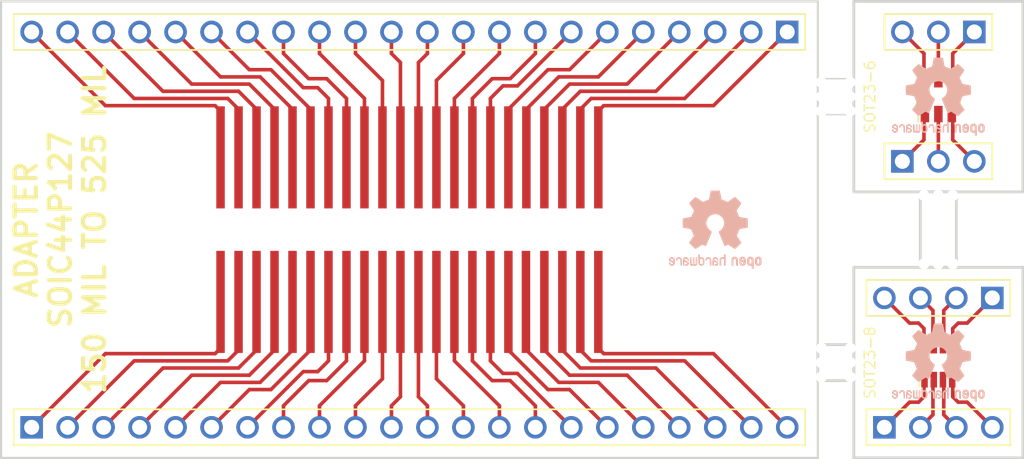
<source format=kicad_pcb>
(kicad_pcb (version 20171130) (host pcbnew "(5.0.2)-1")

  (general
    (thickness 1.6)
    (drawings 29)
    (tracks 221)
    (zones 0)
    (modules 30)
    (nets 59)
  )

  (page A4)
  (layers
    (0 F.Cu signal)
    (31 B.Cu signal)
    (32 B.Adhes user)
    (33 F.Adhes user)
    (34 B.Paste user)
    (35 F.Paste user)
    (36 B.SilkS user)
    (37 F.SilkS user)
    (38 B.Mask user)
    (39 F.Mask user)
    (40 Dwgs.User user)
    (41 Cmts.User user)
    (42 Eco1.User user)
    (43 Eco2.User user)
    (44 Edge.Cuts user)
    (45 Margin user)
    (46 B.CrtYd user)
    (47 F.CrtYd user)
    (48 B.Fab user)
    (49 F.Fab user)
  )

  (setup
    (last_trace_width 0.254)
    (trace_clearance 0.1524)
    (zone_clearance 0.508)
    (zone_45_only no)
    (trace_min 0.1524)
    (segment_width 0.1)
    (edge_width 0.2)
    (via_size 0.889)
    (via_drill 0.254)
    (via_min_size 0.508)
    (via_min_drill 0.254)
    (uvia_size 0.889)
    (uvia_drill 0.254)
    (uvias_allowed no)
    (uvia_min_size 0.508)
    (uvia_min_drill 0.1)
    (pcb_text_width 0.3)
    (pcb_text_size 1.5 1.5)
    (mod_edge_width 0.15)
    (mod_text_size 1 1)
    (mod_text_width 0.15)
    (pad_size 1.524 1.524)
    (pad_drill 0.762)
    (pad_to_mask_clearance 0.0508)
    (solder_mask_min_width 0.25)
    (aux_axis_origin 104.521 139.319)
    (visible_elements 7FFFFF7F)
    (pcbplotparams
      (layerselection 0x000f0_ffffffff)
      (usegerberextensions false)
      (usegerberattributes true)
      (usegerberadvancedattributes true)
      (creategerberjobfile true)
      (excludeedgelayer false)
      (linewidth 0.100000)
      (plotframeref false)
      (viasonmask false)
      (mode 1)
      (useauxorigin true)
      (hpglpennumber 1)
      (hpglpenspeed 20)
      (hpglpendiameter 15.000000)
      (psnegative false)
      (psa4output false)
      (plotreference true)
      (plotvalue true)
      (plotinvisibletext false)
      (padsonsilk false)
      (subtractmaskfromsilk false)
      (outputformat 1)
      (mirror false)
      (drillshape 0)
      (scaleselection 1)
      (outputdirectory "D:/Users/Jacob/Documents/Repo/Adapters/soic multi adapter/"))
  )

  (net 0 "")
  (net 1 "Net-(J1-Pad1)")
  (net 2 "Net-(J1-Pad2)")
  (net 3 "Net-(J1-Pad3)")
  (net 4 "Net-(J1-Pad4)")
  (net 5 "Net-(J1-Pad5)")
  (net 6 "Net-(J1-Pad6)")
  (net 7 "Net-(J1-Pad7)")
  (net 8 "Net-(J1-Pad8)")
  (net 9 "Net-(J1-Pad9)")
  (net 10 "Net-(J1-Pad10)")
  (net 11 "Net-(J1-Pad11)")
  (net 12 "Net-(J1-Pad12)")
  (net 13 "Net-(J1-Pad13)")
  (net 14 "Net-(J1-Pad14)")
  (net 15 "Net-(J1-Pad15)")
  (net 16 "Net-(J1-Pad16)")
  (net 17 "Net-(J1-Pad17)")
  (net 18 "Net-(J1-Pad18)")
  (net 19 "Net-(J1-Pad19)")
  (net 20 "Net-(J1-Pad20)")
  (net 21 "Net-(J1-Pad21)")
  (net 22 "Net-(J1-Pad22)")
  (net 23 "Net-(J2-Pad23)")
  (net 24 "Net-(J2-Pad24)")
  (net 25 "Net-(J2-Pad25)")
  (net 26 "Net-(J2-Pad26)")
  (net 27 "Net-(J2-Pad27)")
  (net 28 "Net-(J2-Pad28)")
  (net 29 "Net-(J2-Pad29)")
  (net 30 "Net-(J2-Pad30)")
  (net 31 "Net-(J2-Pad31)")
  (net 32 "Net-(J2-Pad32)")
  (net 33 "Net-(J2-Pad33)")
  (net 34 "Net-(J2-Pad34)")
  (net 35 "Net-(J2-Pad35)")
  (net 36 "Net-(J2-Pad36)")
  (net 37 "Net-(J2-Pad37)")
  (net 38 "Net-(J2-Pad38)")
  (net 39 "Net-(J2-Pad39)")
  (net 40 "Net-(J2-Pad40)")
  (net 41 "Net-(J2-Pad41)")
  (net 42 "Net-(J2-Pad42)")
  (net 43 "Net-(J2-Pad43)")
  (net 44 "Net-(J2-Pad44)")
  (net 45 "Net-(J4-Pad1)")
  (net 46 "Net-(J4-Pad2)")
  (net 47 "Net-(J4-Pad3)")
  (net 48 "Net-(J4-Pad4)")
  (net 49 "Net-(J5-Pad5)")
  (net 50 "Net-(J5-Pad6)")
  (net 51 "Net-(J5-Pad7)")
  (net 52 "Net-(J5-Pad8)")
  (net 53 "Net-(J7-Pad1)")
  (net 54 "Net-(J7-Pad2)")
  (net 55 "Net-(J7-Pad3)")
  (net 56 "Net-(J8-Pad4)")
  (net 57 "Net-(J8-Pad5)")
  (net 58 "Net-(J8-Pad6)")

  (net_class Default "This is the default net class."
    (clearance 0.1524)
    (trace_width 0.254)
    (via_dia 0.889)
    (via_drill 0.254)
    (uvia_dia 0.889)
    (uvia_drill 0.254)
    (add_net "Net-(J1-Pad1)")
    (add_net "Net-(J1-Pad10)")
    (add_net "Net-(J1-Pad11)")
    (add_net "Net-(J1-Pad12)")
    (add_net "Net-(J1-Pad13)")
    (add_net "Net-(J1-Pad14)")
    (add_net "Net-(J1-Pad15)")
    (add_net "Net-(J1-Pad16)")
    (add_net "Net-(J1-Pad17)")
    (add_net "Net-(J1-Pad18)")
    (add_net "Net-(J1-Pad19)")
    (add_net "Net-(J1-Pad2)")
    (add_net "Net-(J1-Pad20)")
    (add_net "Net-(J1-Pad21)")
    (add_net "Net-(J1-Pad22)")
    (add_net "Net-(J1-Pad3)")
    (add_net "Net-(J1-Pad4)")
    (add_net "Net-(J1-Pad5)")
    (add_net "Net-(J1-Pad6)")
    (add_net "Net-(J1-Pad7)")
    (add_net "Net-(J1-Pad8)")
    (add_net "Net-(J1-Pad9)")
    (add_net "Net-(J2-Pad23)")
    (add_net "Net-(J2-Pad24)")
    (add_net "Net-(J2-Pad25)")
    (add_net "Net-(J2-Pad26)")
    (add_net "Net-(J2-Pad27)")
    (add_net "Net-(J2-Pad28)")
    (add_net "Net-(J2-Pad29)")
    (add_net "Net-(J2-Pad30)")
    (add_net "Net-(J2-Pad31)")
    (add_net "Net-(J2-Pad32)")
    (add_net "Net-(J2-Pad33)")
    (add_net "Net-(J2-Pad34)")
    (add_net "Net-(J2-Pad35)")
    (add_net "Net-(J2-Pad36)")
    (add_net "Net-(J2-Pad37)")
    (add_net "Net-(J2-Pad38)")
    (add_net "Net-(J2-Pad39)")
    (add_net "Net-(J2-Pad40)")
    (add_net "Net-(J2-Pad41)")
    (add_net "Net-(J2-Pad42)")
    (add_net "Net-(J2-Pad43)")
    (add_net "Net-(J2-Pad44)")
    (add_net "Net-(J4-Pad1)")
    (add_net "Net-(J4-Pad2)")
    (add_net "Net-(J4-Pad3)")
    (add_net "Net-(J4-Pad4)")
    (add_net "Net-(J5-Pad5)")
    (add_net "Net-(J5-Pad6)")
    (add_net "Net-(J5-Pad7)")
    (add_net "Net-(J5-Pad8)")
    (add_net "Net-(J7-Pad1)")
    (add_net "Net-(J7-Pad2)")
    (add_net "Net-(J7-Pad3)")
    (add_net "Net-(J8-Pad4)")
    (add_net "Net-(J8-Pad5)")
    (add_net "Net-(J8-Pad6)")
  )

  (module MTG:MTGNP79H79 (layer F.Cu) (tedit 5C82DE20) (tstamp 5C8A0CAB)
    (at 171.704 125.603)
    (fp_text reference REF** (at 0 0.5) (layer F.SilkS) hide
      (effects (font (size 1 1) (thickness 0.15)))
    )
    (fp_text value MTGNPxxxxH25 (at 0 -0.5) (layer F.Fab) hide
      (effects (font (size 1 1) (thickness 0.15)))
    )
    (pad "" np_thru_hole circle (at 0 0) (size 0.7874 0.7874) (drill 0.7874) (layers *.Cu *.Mask))
  )

  (module IPC_HDR:HDRV4W64P254_4X1_1016X254H1062 (layer F.Cu) (tedit 5C899AA8) (tstamp 5C81ECA0)
    (at 170.688 137.16)
    (descr "Header, Vertical, 2.54 mm pitch; 0.64 mm lead width, 4 pins, 1 row, 4 pins per row, 10.16 mm L X 2.54 mm W X 10.62 mm H body")
    (path /5C81BD9D)
    (fp_text reference J4 (at 0 0) (layer F.SilkS) hide
      (effects (font (size 1.2 1.2) (thickness 0.12)))
    )
    (fp_text value Conn_01x04_Male (at 0 0) (layer F.Fab) hide
      (effects (font (size 1.2 1.2) (thickness 0.12)))
    )
    (fp_line (start 5.08 1.27) (end -5.08 1.27) (layer F.Fab) (width 0.12))
    (fp_line (start 5.08 -1.27) (end 5.08 1.27) (layer F.Fab) (width 0.12))
    (fp_line (start -5.08 -1.27) (end 5.08 -1.27) (layer F.Fab) (width 0.12))
    (fp_line (start -5.08 1.27) (end -5.08 -1.27) (layer F.Fab) (width 0.12))
    (fp_line (start 0 -0.35) (end 0 0.35) (layer F.CrtYd) (width 0.05))
    (fp_line (start 0.35 0) (end -0.35 0) (layer F.CrtYd) (width 0.05))
    (fp_circle (center 0 0) (end 0 0.25) (layer F.CrtYd) (width 0.05))
    (fp_line (start 5.33 1.52) (end -5.33 1.52) (layer F.CrtYd) (width 0.05))
    (fp_line (start 5.33 -1.52) (end 5.33 1.52) (layer F.CrtYd) (width 0.05))
    (fp_line (start -5.33 -1.52) (end 5.33 -1.52) (layer F.CrtYd) (width 0.05))
    (fp_line (start -5.33 1.52) (end -5.33 -1.52) (layer F.CrtYd) (width 0.05))
    (fp_line (start 5.08 1.27) (end -5.08 1.27) (layer F.SilkS) (width 0.12))
    (fp_line (start 5.08 -1.27) (end 5.08 1.27) (layer F.SilkS) (width 0.12))
    (fp_line (start -5.08 -1.27) (end 5.08 -1.27) (layer F.SilkS) (width 0.12))
    (fp_line (start -5.08 1.27) (end -5.08 -1.27) (layer F.SilkS) (width 0.12))
    (fp_line (start 5.08 1.27) (end -5.08 1.27) (layer Dwgs.User) (width 0.025))
    (fp_line (start 5.08 -1.27) (end 5.08 1.27) (layer Dwgs.User) (width 0.025))
    (fp_line (start -5.08 -1.27) (end 5.08 -1.27) (layer Dwgs.User) (width 0.025))
    (fp_line (start -5.08 1.27) (end -5.08 -1.27) (layer Dwgs.User) (width 0.025))
    (fp_line (start 4.13 0.32) (end 3.49 0.32) (layer Dwgs.User) (width 0.025))
    (fp_line (start 4.13 -0.32) (end 4.13 0.32) (layer Dwgs.User) (width 0.025))
    (fp_line (start 3.49 -0.32) (end 4.13 -0.32) (layer Dwgs.User) (width 0.025))
    (fp_line (start 3.49 0.32) (end 3.49 -0.32) (layer Dwgs.User) (width 0.025))
    (fp_line (start 1.59 0.32) (end 0.95 0.32) (layer Dwgs.User) (width 0.025))
    (fp_line (start 1.59 -0.32) (end 1.59 0.32) (layer Dwgs.User) (width 0.025))
    (fp_line (start 0.95 -0.32) (end 1.59 -0.32) (layer Dwgs.User) (width 0.025))
    (fp_line (start 0.95 0.32) (end 0.95 -0.32) (layer Dwgs.User) (width 0.025))
    (fp_line (start -0.95 0.32) (end -1.59 0.32) (layer Dwgs.User) (width 0.025))
    (fp_line (start -0.95 -0.32) (end -0.95 0.32) (layer Dwgs.User) (width 0.025))
    (fp_line (start -1.59 -0.32) (end -0.95 -0.32) (layer Dwgs.User) (width 0.025))
    (fp_line (start -1.59 0.32) (end -1.59 -0.32) (layer Dwgs.User) (width 0.025))
    (fp_line (start -3.49 0.32) (end -4.13 0.32) (layer Dwgs.User) (width 0.025))
    (fp_line (start -3.49 -0.32) (end -3.49 0.32) (layer Dwgs.User) (width 0.025))
    (fp_line (start -4.13 -0.32) (end -3.49 -0.32) (layer Dwgs.User) (width 0.025))
    (fp_line (start -4.13 0.32) (end -4.13 -0.32) (layer Dwgs.User) (width 0.025))
    (fp_text user %R (at 0 0) (layer F.Fab) hide
      (effects (font (size 2 2) (thickness 0.2)))
    )
    (pad 4 thru_hole circle (at 3.81 0) (size 1.59 1.59) (drill 1.06) (layers *.Cu *.Mask)
      (net 48 "Net-(J4-Pad4)"))
    (pad 3 thru_hole circle (at 1.27 0) (size 1.59 1.59) (drill 1.06) (layers *.Cu *.Mask)
      (net 47 "Net-(J4-Pad3)"))
    (pad 2 thru_hole circle (at -1.27 0) (size 1.59 1.59) (drill 1.06) (layers *.Cu *.Mask)
      (net 46 "Net-(J4-Pad2)"))
    (pad 1 thru_hole rect (at -3.81 0) (size 1.59 1.59) (drill 1.06) (layers *.Cu *.Mask)
      (net 45 "Net-(J4-Pad1)"))
  )

  (module IPC_HDR:HDRV4W64P254_4X1_1016X254H1062 (layer F.Cu) (tedit 5C899B12) (tstamp 5C8A0BA8)
    (at 170.688 128.016 180)
    (descr "Header, Vertical, 2.54 mm pitch; 0.64 mm lead width, 4 pins, 1 row, 4 pins per row, 10.16 mm L X 2.54 mm W X 10.62 mm H body")
    (path /5C81BEC5)
    (fp_text reference J6 (at 0 0 180) (layer F.SilkS) hide
      (effects (font (size 1.2 1.2) (thickness 0.12)))
    )
    (fp_text value Conn_01x04_Male (at 0 0 180) (layer F.Fab) hide
      (effects (font (size 1.2 1.2) (thickness 0.12)))
    )
    (fp_line (start 5.08 1.27) (end -5.08 1.27) (layer F.Fab) (width 0.12))
    (fp_line (start 5.08 -1.27) (end 5.08 1.27) (layer F.Fab) (width 0.12))
    (fp_line (start -5.08 -1.27) (end 5.08 -1.27) (layer F.Fab) (width 0.12))
    (fp_line (start -5.08 1.27) (end -5.08 -1.27) (layer F.Fab) (width 0.12))
    (fp_line (start 0 -0.35) (end 0 0.35) (layer F.CrtYd) (width 0.05))
    (fp_line (start 0.35 0) (end -0.35 0) (layer F.CrtYd) (width 0.05))
    (fp_circle (center 0 0) (end 0 0.25) (layer F.CrtYd) (width 0.05))
    (fp_line (start 5.33 1.52) (end -5.33 1.52) (layer F.CrtYd) (width 0.05))
    (fp_line (start 5.33 -1.52) (end 5.33 1.52) (layer F.CrtYd) (width 0.05))
    (fp_line (start -5.33 -1.52) (end 5.33 -1.52) (layer F.CrtYd) (width 0.05))
    (fp_line (start -5.33 1.52) (end -5.33 -1.52) (layer F.CrtYd) (width 0.05))
    (fp_line (start 5.08 1.27) (end -5.08 1.27) (layer F.SilkS) (width 0.12))
    (fp_line (start 5.08 -1.27) (end 5.08 1.27) (layer F.SilkS) (width 0.12))
    (fp_line (start -5.08 -1.27) (end 5.08 -1.27) (layer F.SilkS) (width 0.12))
    (fp_line (start -5.08 1.27) (end -5.08 -1.27) (layer F.SilkS) (width 0.12))
    (fp_line (start 5.08 1.27) (end -5.08 1.27) (layer Dwgs.User) (width 0.025))
    (fp_line (start 5.08 -1.27) (end 5.08 1.27) (layer Dwgs.User) (width 0.025))
    (fp_line (start -5.08 -1.27) (end 5.08 -1.27) (layer Dwgs.User) (width 0.025))
    (fp_line (start -5.08 1.27) (end -5.08 -1.27) (layer Dwgs.User) (width 0.025))
    (fp_line (start 4.13 0.32) (end 3.49 0.32) (layer Dwgs.User) (width 0.025))
    (fp_line (start 4.13 -0.32) (end 4.13 0.32) (layer Dwgs.User) (width 0.025))
    (fp_line (start 3.49 -0.32) (end 4.13 -0.32) (layer Dwgs.User) (width 0.025))
    (fp_line (start 3.49 0.32) (end 3.49 -0.32) (layer Dwgs.User) (width 0.025))
    (fp_line (start 1.59 0.32) (end 0.95 0.32) (layer Dwgs.User) (width 0.025))
    (fp_line (start 1.59 -0.32) (end 1.59 0.32) (layer Dwgs.User) (width 0.025))
    (fp_line (start 0.95 -0.32) (end 1.59 -0.32) (layer Dwgs.User) (width 0.025))
    (fp_line (start 0.95 0.32) (end 0.95 -0.32) (layer Dwgs.User) (width 0.025))
    (fp_line (start -0.95 0.32) (end -1.59 0.32) (layer Dwgs.User) (width 0.025))
    (fp_line (start -0.95 -0.32) (end -0.95 0.32) (layer Dwgs.User) (width 0.025))
    (fp_line (start -1.59 -0.32) (end -0.95 -0.32) (layer Dwgs.User) (width 0.025))
    (fp_line (start -1.59 0.32) (end -1.59 -0.32) (layer Dwgs.User) (width 0.025))
    (fp_line (start -3.49 0.32) (end -4.13 0.32) (layer Dwgs.User) (width 0.025))
    (fp_line (start -3.49 -0.32) (end -3.49 0.32) (layer Dwgs.User) (width 0.025))
    (fp_line (start -4.13 -0.32) (end -3.49 -0.32) (layer Dwgs.User) (width 0.025))
    (fp_line (start -4.13 0.32) (end -4.13 -0.32) (layer Dwgs.User) (width 0.025))
    (fp_text user %R (at 0 0 180) (layer F.Fab) hide
      (effects (font (size 2 2) (thickness 0.2)))
    )
    (pad 4 thru_hole circle (at 3.81 0 180) (size 1.59 1.59) (drill 1.06) (layers *.Cu *.Mask)
      (net 52 "Net-(J5-Pad8)"))
    (pad 3 thru_hole circle (at 1.27 0 180) (size 1.59 1.59) (drill 1.06) (layers *.Cu *.Mask)
      (net 51 "Net-(J5-Pad7)"))
    (pad 2 thru_hole circle (at -1.27 0 180) (size 1.59 1.59) (drill 1.06) (layers *.Cu *.Mask)
      (net 50 "Net-(J5-Pad6)"))
    (pad 1 thru_hole rect (at -3.81 0 180) (size 1.59 1.59) (drill 1.06) (layers *.Cu *.Mask)
      (net 49 "Net-(J5-Pad5)"))
  )

  (module IPC_HDR:HDRV3W64P254_3X1_762X254H1062 (layer F.Cu) (tedit 5C899963) (tstamp 5C81ECBB)
    (at 170.688 118.364)
    (descr "Header, Vertical, 2.54 mm pitch; 0.64 mm lead width, 3 pins, 1 row, 3 pins per row, 7.62 mm L X 2.54 mm W X 10.62 mm H body")
    (path /5C81BE62)
    (fp_text reference J7 (at 0 0) (layer F.SilkS) hide
      (effects (font (size 1.2 1.2) (thickness 0.12)))
    )
    (fp_text value Conn_01x03_Male (at 0 0) (layer F.Fab) hide
      (effects (font (size 1.2 1.2) (thickness 0.12)))
    )
    (fp_line (start 3.81 1.27) (end -3.81 1.27) (layer F.Fab) (width 0.12))
    (fp_line (start 3.81 -1.27) (end 3.81 1.27) (layer F.Fab) (width 0.12))
    (fp_line (start -3.81 -1.27) (end 3.81 -1.27) (layer F.Fab) (width 0.12))
    (fp_line (start -3.81 1.27) (end -3.81 -1.27) (layer F.Fab) (width 0.12))
    (fp_line (start 0 -0.35) (end 0 0.35) (layer F.CrtYd) (width 0.05))
    (fp_line (start 0.35 0) (end -0.35 0) (layer F.CrtYd) (width 0.05))
    (fp_circle (center 0 0) (end 0 0.25) (layer F.CrtYd) (width 0.05))
    (fp_line (start 4.06 1.52) (end -4.06 1.52) (layer F.CrtYd) (width 0.05))
    (fp_line (start 4.06 -1.52) (end 4.06 1.52) (layer F.CrtYd) (width 0.05))
    (fp_line (start -4.06 -1.52) (end 4.06 -1.52) (layer F.CrtYd) (width 0.05))
    (fp_line (start -4.06 1.52) (end -4.06 -1.52) (layer F.CrtYd) (width 0.05))
    (fp_line (start 3.81 1.27) (end -3.81 1.27) (layer F.SilkS) (width 0.12))
    (fp_line (start 3.81 -1.27) (end 3.81 1.27) (layer F.SilkS) (width 0.12))
    (fp_line (start -3.81 -1.27) (end 3.81 -1.27) (layer F.SilkS) (width 0.12))
    (fp_line (start -3.81 1.27) (end -3.81 -1.27) (layer F.SilkS) (width 0.12))
    (fp_line (start 3.81 1.27) (end -3.81 1.27) (layer Dwgs.User) (width 0.025))
    (fp_line (start 3.81 -1.27) (end 3.81 1.27) (layer Dwgs.User) (width 0.025))
    (fp_line (start -3.81 -1.27) (end 3.81 -1.27) (layer Dwgs.User) (width 0.025))
    (fp_line (start -3.81 1.27) (end -3.81 -1.27) (layer Dwgs.User) (width 0.025))
    (fp_line (start 2.86 0.32) (end 2.22 0.32) (layer Dwgs.User) (width 0.025))
    (fp_line (start 2.86 -0.32) (end 2.86 0.32) (layer Dwgs.User) (width 0.025))
    (fp_line (start 2.22 -0.32) (end 2.86 -0.32) (layer Dwgs.User) (width 0.025))
    (fp_line (start 2.22 0.32) (end 2.22 -0.32) (layer Dwgs.User) (width 0.025))
    (fp_line (start 0.32 0.32) (end -0.32 0.32) (layer Dwgs.User) (width 0.025))
    (fp_line (start 0.32 -0.32) (end 0.32 0.32) (layer Dwgs.User) (width 0.025))
    (fp_line (start -0.32 -0.32) (end 0.32 -0.32) (layer Dwgs.User) (width 0.025))
    (fp_line (start -0.32 0.32) (end -0.32 -0.32) (layer Dwgs.User) (width 0.025))
    (fp_line (start -2.22 0.32) (end -2.86 0.32) (layer Dwgs.User) (width 0.025))
    (fp_line (start -2.22 -0.32) (end -2.22 0.32) (layer Dwgs.User) (width 0.025))
    (fp_line (start -2.86 -0.32) (end -2.22 -0.32) (layer Dwgs.User) (width 0.025))
    (fp_line (start -2.86 0.32) (end -2.86 -0.32) (layer Dwgs.User) (width 0.025))
    (fp_text user %R (at 0 0 180) (layer F.Fab) hide
      (effects (font (size 2 2) (thickness 0.2)))
    )
    (pad 3 thru_hole circle (at 2.54 0) (size 1.59 1.59) (drill 1.06) (layers *.Cu *.Mask)
      (net 55 "Net-(J7-Pad3)"))
    (pad 2 thru_hole circle (at 0 0) (size 1.59 1.59) (drill 1.06) (layers *.Cu *.Mask)
      (net 54 "Net-(J7-Pad2)"))
    (pad 1 thru_hole rect (at -2.54 0) (size 1.59 1.59) (drill 1.06) (layers *.Cu *.Mask)
      (net 53 "Net-(J7-Pad1)"))
  )

  (module IPC_HDR:HDRV3W64P254_3X1_762X254H1062 (layer F.Cu) (tedit 5C8998F1) (tstamp 5C8A00E8)
    (at 170.688 109.22 180)
    (descr "Header, Vertical, 2.54 mm pitch; 0.64 mm lead width, 3 pins, 1 row, 3 pins per row, 7.62 mm L X 2.54 mm W X 10.62 mm H body")
    (path /5C81BF48)
    (fp_text reference J9 (at 0 0 180) (layer F.SilkS) hide
      (effects (font (size 1.2 1.2) (thickness 0.12)))
    )
    (fp_text value Conn_01x03_Male (at 0 0 180) (layer F.Fab) hide
      (effects (font (size 1.2 1.2) (thickness 0.12)))
    )
    (fp_line (start 3.81 1.27) (end -3.81 1.27) (layer F.Fab) (width 0.12))
    (fp_line (start 3.81 -1.27) (end 3.81 1.27) (layer F.Fab) (width 0.12))
    (fp_line (start -3.81 -1.27) (end 3.81 -1.27) (layer F.Fab) (width 0.12))
    (fp_line (start -3.81 1.27) (end -3.81 -1.27) (layer F.Fab) (width 0.12))
    (fp_line (start 0 -0.35) (end 0 0.35) (layer F.CrtYd) (width 0.05))
    (fp_line (start 0.35 0) (end -0.35 0) (layer F.CrtYd) (width 0.05))
    (fp_circle (center 0 0) (end 0 0.25) (layer F.CrtYd) (width 0.05))
    (fp_line (start 4.06 1.52) (end -4.06 1.52) (layer F.CrtYd) (width 0.05))
    (fp_line (start 4.06 -1.52) (end 4.06 1.52) (layer F.CrtYd) (width 0.05))
    (fp_line (start -4.06 -1.52) (end 4.06 -1.52) (layer F.CrtYd) (width 0.05))
    (fp_line (start -4.06 1.52) (end -4.06 -1.52) (layer F.CrtYd) (width 0.05))
    (fp_line (start 3.81 1.27) (end -3.81 1.27) (layer F.SilkS) (width 0.12))
    (fp_line (start 3.81 -1.27) (end 3.81 1.27) (layer F.SilkS) (width 0.12))
    (fp_line (start -3.81 -1.27) (end 3.81 -1.27) (layer F.SilkS) (width 0.12))
    (fp_line (start -3.81 1.27) (end -3.81 -1.27) (layer F.SilkS) (width 0.12))
    (fp_line (start 3.81 1.27) (end -3.81 1.27) (layer Dwgs.User) (width 0.025))
    (fp_line (start 3.81 -1.27) (end 3.81 1.27) (layer Dwgs.User) (width 0.025))
    (fp_line (start -3.81 -1.27) (end 3.81 -1.27) (layer Dwgs.User) (width 0.025))
    (fp_line (start -3.81 1.27) (end -3.81 -1.27) (layer Dwgs.User) (width 0.025))
    (fp_line (start 2.86 0.32) (end 2.22 0.32) (layer Dwgs.User) (width 0.025))
    (fp_line (start 2.86 -0.32) (end 2.86 0.32) (layer Dwgs.User) (width 0.025))
    (fp_line (start 2.22 -0.32) (end 2.86 -0.32) (layer Dwgs.User) (width 0.025))
    (fp_line (start 2.22 0.32) (end 2.22 -0.32) (layer Dwgs.User) (width 0.025))
    (fp_line (start 0.32 0.32) (end -0.32 0.32) (layer Dwgs.User) (width 0.025))
    (fp_line (start 0.32 -0.32) (end 0.32 0.32) (layer Dwgs.User) (width 0.025))
    (fp_line (start -0.32 -0.32) (end 0.32 -0.32) (layer Dwgs.User) (width 0.025))
    (fp_line (start -0.32 0.32) (end -0.32 -0.32) (layer Dwgs.User) (width 0.025))
    (fp_line (start -2.22 0.32) (end -2.86 0.32) (layer Dwgs.User) (width 0.025))
    (fp_line (start -2.22 -0.32) (end -2.22 0.32) (layer Dwgs.User) (width 0.025))
    (fp_line (start -2.86 -0.32) (end -2.22 -0.32) (layer Dwgs.User) (width 0.025))
    (fp_line (start -2.86 0.32) (end -2.86 -0.32) (layer Dwgs.User) (width 0.025))
    (fp_text user %R (at 0 0 180) (layer F.Fab) hide
      (effects (font (size 2 2) (thickness 0.2)))
    )
    (pad 3 thru_hole circle (at 2.54 0 180) (size 1.59 1.59) (drill 1.06) (layers *.Cu *.Mask)
      (net 58 "Net-(J8-Pad6)"))
    (pad 2 thru_hole circle (at 0 0 180) (size 1.59 1.59) (drill 1.06) (layers *.Cu *.Mask)
      (net 57 "Net-(J8-Pad5)"))
    (pad 1 thru_hole rect (at -2.54 0 180) (size 1.59 1.59) (drill 1.06) (layers *.Cu *.Mask)
      (net 56 "Net-(J8-Pad4)"))
  )

  (module IPC_HDR:HDRV22W64P254_22X1_5588X254H1062 (layer F.Cu) (tedit 5C8997FB) (tstamp 5C8089D8)
    (at 133.35 137.16)
    (descr "Header, Vertical, 2.54 mm pitch; 0.64 mm lead width, 22 pins, 1 row, 22 pins per row, 55.88 mm L X 2.54 mm W X 10.62 mm H body")
    (path /5C806E71)
    (fp_text reference J1 (at 0 0) (layer F.SilkS) hide
      (effects (font (size 1.2 1.2) (thickness 0.12)))
    )
    (fp_text value Conn_01x22_Male (at 0 0) (layer F.Fab) hide
      (effects (font (size 1.2 1.2) (thickness 0.12)))
    )
    (fp_line (start 27.94 1.27) (end -27.94 1.27) (layer F.Fab) (width 0.12))
    (fp_line (start 27.94 -1.27) (end 27.94 1.27) (layer F.Fab) (width 0.12))
    (fp_line (start -27.94 -1.27) (end 27.94 -1.27) (layer F.Fab) (width 0.12))
    (fp_line (start -27.94 1.27) (end -27.94 -1.27) (layer F.Fab) (width 0.12))
    (fp_line (start 0 -0.35) (end 0 0.35) (layer F.CrtYd) (width 0.05))
    (fp_line (start 0.35 0) (end -0.35 0) (layer F.CrtYd) (width 0.05))
    (fp_circle (center 0 0) (end 0 0.25) (layer F.CrtYd) (width 0.05))
    (fp_line (start 28.19 1.52) (end -28.19 1.52) (layer F.CrtYd) (width 0.05))
    (fp_line (start 28.19 -1.52) (end 28.19 1.52) (layer F.CrtYd) (width 0.05))
    (fp_line (start -28.19 -1.52) (end 28.19 -1.52) (layer F.CrtYd) (width 0.05))
    (fp_line (start -28.19 1.52) (end -28.19 -1.52) (layer F.CrtYd) (width 0.05))
    (fp_line (start 27.94 1.27) (end -27.94 1.27) (layer F.SilkS) (width 0.12))
    (fp_line (start 27.94 -1.27) (end 27.94 1.27) (layer F.SilkS) (width 0.12))
    (fp_line (start -27.94 -1.27) (end 27.94 -1.27) (layer F.SilkS) (width 0.12))
    (fp_line (start -27.94 1.27) (end -27.94 -1.27) (layer F.SilkS) (width 0.12))
    (fp_line (start 27.94 1.27) (end -27.94 1.27) (layer Dwgs.User) (width 0.025))
    (fp_line (start 27.94 -1.27) (end 27.94 1.27) (layer Dwgs.User) (width 0.025))
    (fp_line (start -27.94 -1.27) (end 27.94 -1.27) (layer Dwgs.User) (width 0.025))
    (fp_line (start -27.94 1.27) (end -27.94 -1.27) (layer Dwgs.User) (width 0.025))
    (fp_line (start 26.99 0.32) (end 26.35 0.32) (layer Dwgs.User) (width 0.025))
    (fp_line (start 26.99 -0.32) (end 26.99 0.32) (layer Dwgs.User) (width 0.025))
    (fp_line (start 26.35 -0.32) (end 26.99 -0.32) (layer Dwgs.User) (width 0.025))
    (fp_line (start 26.35 0.32) (end 26.35 -0.32) (layer Dwgs.User) (width 0.025))
    (fp_line (start 24.45 0.32) (end 23.81 0.32) (layer Dwgs.User) (width 0.025))
    (fp_line (start 24.45 -0.32) (end 24.45 0.32) (layer Dwgs.User) (width 0.025))
    (fp_line (start 23.81 -0.32) (end 24.45 -0.32) (layer Dwgs.User) (width 0.025))
    (fp_line (start 23.81 0.32) (end 23.81 -0.32) (layer Dwgs.User) (width 0.025))
    (fp_line (start 21.91 0.32) (end 21.27 0.32) (layer Dwgs.User) (width 0.025))
    (fp_line (start 21.91 -0.32) (end 21.91 0.32) (layer Dwgs.User) (width 0.025))
    (fp_line (start 21.27 -0.32) (end 21.91 -0.32) (layer Dwgs.User) (width 0.025))
    (fp_line (start 21.27 0.32) (end 21.27 -0.32) (layer Dwgs.User) (width 0.025))
    (fp_line (start 19.37 0.32) (end 18.73 0.32) (layer Dwgs.User) (width 0.025))
    (fp_line (start 19.37 -0.32) (end 19.37 0.32) (layer Dwgs.User) (width 0.025))
    (fp_line (start 18.73 -0.32) (end 19.37 -0.32) (layer Dwgs.User) (width 0.025))
    (fp_line (start 18.73 0.32) (end 18.73 -0.32) (layer Dwgs.User) (width 0.025))
    (fp_line (start 16.83 0.32) (end 16.19 0.32) (layer Dwgs.User) (width 0.025))
    (fp_line (start 16.83 -0.32) (end 16.83 0.32) (layer Dwgs.User) (width 0.025))
    (fp_line (start 16.19 -0.32) (end 16.83 -0.32) (layer Dwgs.User) (width 0.025))
    (fp_line (start 16.19 0.32) (end 16.19 -0.32) (layer Dwgs.User) (width 0.025))
    (fp_line (start 14.29 0.32) (end 13.65 0.32) (layer Dwgs.User) (width 0.025))
    (fp_line (start 14.29 -0.32) (end 14.29 0.32) (layer Dwgs.User) (width 0.025))
    (fp_line (start 13.65 -0.32) (end 14.29 -0.32) (layer Dwgs.User) (width 0.025))
    (fp_line (start 13.65 0.32) (end 13.65 -0.32) (layer Dwgs.User) (width 0.025))
    (fp_line (start 11.75 0.32) (end 11.11 0.32) (layer Dwgs.User) (width 0.025))
    (fp_line (start 11.75 -0.32) (end 11.75 0.32) (layer Dwgs.User) (width 0.025))
    (fp_line (start 11.11 -0.32) (end 11.75 -0.32) (layer Dwgs.User) (width 0.025))
    (fp_line (start 11.11 0.32) (end 11.11 -0.32) (layer Dwgs.User) (width 0.025))
    (fp_line (start 9.21 0.32) (end 8.57 0.32) (layer Dwgs.User) (width 0.025))
    (fp_line (start 9.21 -0.32) (end 9.21 0.32) (layer Dwgs.User) (width 0.025))
    (fp_line (start 8.57 -0.32) (end 9.21 -0.32) (layer Dwgs.User) (width 0.025))
    (fp_line (start 8.57 0.32) (end 8.57 -0.32) (layer Dwgs.User) (width 0.025))
    (fp_line (start 6.67 0.32) (end 6.03 0.32) (layer Dwgs.User) (width 0.025))
    (fp_line (start 6.67 -0.32) (end 6.67 0.32) (layer Dwgs.User) (width 0.025))
    (fp_line (start 6.03 -0.32) (end 6.67 -0.32) (layer Dwgs.User) (width 0.025))
    (fp_line (start 6.03 0.32) (end 6.03 -0.32) (layer Dwgs.User) (width 0.025))
    (fp_line (start 4.13 0.32) (end 3.49 0.32) (layer Dwgs.User) (width 0.025))
    (fp_line (start 4.13 -0.32) (end 4.13 0.32) (layer Dwgs.User) (width 0.025))
    (fp_line (start 3.49 -0.32) (end 4.13 -0.32) (layer Dwgs.User) (width 0.025))
    (fp_line (start 3.49 0.32) (end 3.49 -0.32) (layer Dwgs.User) (width 0.025))
    (fp_line (start 1.59 0.32) (end 0.95 0.32) (layer Dwgs.User) (width 0.025))
    (fp_line (start 1.59 -0.32) (end 1.59 0.32) (layer Dwgs.User) (width 0.025))
    (fp_line (start 0.95 -0.32) (end 1.59 -0.32) (layer Dwgs.User) (width 0.025))
    (fp_line (start 0.95 0.32) (end 0.95 -0.32) (layer Dwgs.User) (width 0.025))
    (fp_line (start -0.95 0.32) (end -1.59 0.32) (layer Dwgs.User) (width 0.025))
    (fp_line (start -0.95 -0.32) (end -0.95 0.32) (layer Dwgs.User) (width 0.025))
    (fp_line (start -1.59 -0.32) (end -0.95 -0.32) (layer Dwgs.User) (width 0.025))
    (fp_line (start -1.59 0.32) (end -1.59 -0.32) (layer Dwgs.User) (width 0.025))
    (fp_line (start -3.49 0.32) (end -4.13 0.32) (layer Dwgs.User) (width 0.025))
    (fp_line (start -3.49 -0.32) (end -3.49 0.32) (layer Dwgs.User) (width 0.025))
    (fp_line (start -4.13 -0.32) (end -3.49 -0.32) (layer Dwgs.User) (width 0.025))
    (fp_line (start -4.13 0.32) (end -4.13 -0.32) (layer Dwgs.User) (width 0.025))
    (fp_line (start -6.03 0.32) (end -6.67 0.32) (layer Dwgs.User) (width 0.025))
    (fp_line (start -6.03 -0.32) (end -6.03 0.32) (layer Dwgs.User) (width 0.025))
    (fp_line (start -6.67 -0.32) (end -6.03 -0.32) (layer Dwgs.User) (width 0.025))
    (fp_line (start -6.67 0.32) (end -6.67 -0.32) (layer Dwgs.User) (width 0.025))
    (fp_line (start -8.57 0.32) (end -9.21 0.32) (layer Dwgs.User) (width 0.025))
    (fp_line (start -8.57 -0.32) (end -8.57 0.32) (layer Dwgs.User) (width 0.025))
    (fp_line (start -9.21 -0.32) (end -8.57 -0.32) (layer Dwgs.User) (width 0.025))
    (fp_line (start -9.21 0.32) (end -9.21 -0.32) (layer Dwgs.User) (width 0.025))
    (fp_line (start -11.11 0.32) (end -11.75 0.32) (layer Dwgs.User) (width 0.025))
    (fp_line (start -11.11 -0.32) (end -11.11 0.32) (layer Dwgs.User) (width 0.025))
    (fp_line (start -11.75 -0.32) (end -11.11 -0.32) (layer Dwgs.User) (width 0.025))
    (fp_line (start -11.75 0.32) (end -11.75 -0.32) (layer Dwgs.User) (width 0.025))
    (fp_line (start -13.65 0.32) (end -14.29 0.32) (layer Dwgs.User) (width 0.025))
    (fp_line (start -13.65 -0.32) (end -13.65 0.32) (layer Dwgs.User) (width 0.025))
    (fp_line (start -14.29 -0.32) (end -13.65 -0.32) (layer Dwgs.User) (width 0.025))
    (fp_line (start -14.29 0.32) (end -14.29 -0.32) (layer Dwgs.User) (width 0.025))
    (fp_line (start -16.19 0.32) (end -16.83 0.32) (layer Dwgs.User) (width 0.025))
    (fp_line (start -16.19 -0.32) (end -16.19 0.32) (layer Dwgs.User) (width 0.025))
    (fp_line (start -16.83 -0.32) (end -16.19 -0.32) (layer Dwgs.User) (width 0.025))
    (fp_line (start -16.83 0.32) (end -16.83 -0.32) (layer Dwgs.User) (width 0.025))
    (fp_line (start -18.73 0.32) (end -19.37 0.32) (layer Dwgs.User) (width 0.025))
    (fp_line (start -18.73 -0.32) (end -18.73 0.32) (layer Dwgs.User) (width 0.025))
    (fp_line (start -19.37 -0.32) (end -18.73 -0.32) (layer Dwgs.User) (width 0.025))
    (fp_line (start -19.37 0.32) (end -19.37 -0.32) (layer Dwgs.User) (width 0.025))
    (fp_line (start -21.27 0.32) (end -21.91 0.32) (layer Dwgs.User) (width 0.025))
    (fp_line (start -21.27 -0.32) (end -21.27 0.32) (layer Dwgs.User) (width 0.025))
    (fp_line (start -21.91 -0.32) (end -21.27 -0.32) (layer Dwgs.User) (width 0.025))
    (fp_line (start -21.91 0.32) (end -21.91 -0.32) (layer Dwgs.User) (width 0.025))
    (fp_line (start -23.81 0.32) (end -24.45 0.32) (layer Dwgs.User) (width 0.025))
    (fp_line (start -23.81 -0.32) (end -23.81 0.32) (layer Dwgs.User) (width 0.025))
    (fp_line (start -24.45 -0.32) (end -23.81 -0.32) (layer Dwgs.User) (width 0.025))
    (fp_line (start -24.45 0.32) (end -24.45 -0.32) (layer Dwgs.User) (width 0.025))
    (fp_line (start -26.35 0.32) (end -26.99 0.32) (layer Dwgs.User) (width 0.025))
    (fp_line (start -26.35 -0.32) (end -26.35 0.32) (layer Dwgs.User) (width 0.025))
    (fp_line (start -26.99 -0.32) (end -26.35 -0.32) (layer Dwgs.User) (width 0.025))
    (fp_line (start -26.99 0.32) (end -26.99 -0.32) (layer Dwgs.User) (width 0.025))
    (fp_text user %R (at 0 0) (layer F.Fab) hide
      (effects (font (size 2 2) (thickness 0.2)))
    )
    (pad 22 thru_hole circle (at 26.67 0) (size 1.59 1.59) (drill 1.06) (layers *.Cu *.Mask)
      (net 22 "Net-(J1-Pad22)"))
    (pad 21 thru_hole circle (at 24.13 0) (size 1.59 1.59) (drill 1.06) (layers *.Cu *.Mask)
      (net 21 "Net-(J1-Pad21)"))
    (pad 20 thru_hole circle (at 21.59 0) (size 1.59 1.59) (drill 1.06) (layers *.Cu *.Mask)
      (net 20 "Net-(J1-Pad20)"))
    (pad 19 thru_hole circle (at 19.05 0) (size 1.59 1.59) (drill 1.06) (layers *.Cu *.Mask)
      (net 19 "Net-(J1-Pad19)"))
    (pad 18 thru_hole circle (at 16.51 0) (size 1.59 1.59) (drill 1.06) (layers *.Cu *.Mask)
      (net 18 "Net-(J1-Pad18)"))
    (pad 17 thru_hole circle (at 13.97 0) (size 1.59 1.59) (drill 1.06) (layers *.Cu *.Mask)
      (net 17 "Net-(J1-Pad17)"))
    (pad 16 thru_hole circle (at 11.43 0) (size 1.59 1.59) (drill 1.06) (layers *.Cu *.Mask)
      (net 16 "Net-(J1-Pad16)"))
    (pad 15 thru_hole circle (at 8.89 0) (size 1.59 1.59) (drill 1.06) (layers *.Cu *.Mask)
      (net 15 "Net-(J1-Pad15)"))
    (pad 14 thru_hole circle (at 6.35 0) (size 1.59 1.59) (drill 1.06) (layers *.Cu *.Mask)
      (net 14 "Net-(J1-Pad14)"))
    (pad 13 thru_hole circle (at 3.81 0) (size 1.59 1.59) (drill 1.06) (layers *.Cu *.Mask)
      (net 13 "Net-(J1-Pad13)"))
    (pad 12 thru_hole circle (at 1.27 0) (size 1.59 1.59) (drill 1.06) (layers *.Cu *.Mask)
      (net 12 "Net-(J1-Pad12)"))
    (pad 11 thru_hole circle (at -1.27 0) (size 1.59 1.59) (drill 1.06) (layers *.Cu *.Mask)
      (net 11 "Net-(J1-Pad11)"))
    (pad 10 thru_hole circle (at -3.81 0) (size 1.59 1.59) (drill 1.06) (layers *.Cu *.Mask)
      (net 10 "Net-(J1-Pad10)"))
    (pad 9 thru_hole circle (at -6.35 0) (size 1.59 1.59) (drill 1.06) (layers *.Cu *.Mask)
      (net 9 "Net-(J1-Pad9)"))
    (pad 8 thru_hole circle (at -8.89 0) (size 1.59 1.59) (drill 1.06) (layers *.Cu *.Mask)
      (net 8 "Net-(J1-Pad8)"))
    (pad 7 thru_hole circle (at -11.43 0) (size 1.59 1.59) (drill 1.06) (layers *.Cu *.Mask)
      (net 7 "Net-(J1-Pad7)"))
    (pad 6 thru_hole circle (at -13.97 0) (size 1.59 1.59) (drill 1.06) (layers *.Cu *.Mask)
      (net 6 "Net-(J1-Pad6)"))
    (pad 5 thru_hole circle (at -16.51 0) (size 1.59 1.59) (drill 1.06) (layers *.Cu *.Mask)
      (net 5 "Net-(J1-Pad5)"))
    (pad 4 thru_hole circle (at -19.05 0) (size 1.59 1.59) (drill 1.06) (layers *.Cu *.Mask)
      (net 4 "Net-(J1-Pad4)"))
    (pad 3 thru_hole circle (at -21.59 0) (size 1.59 1.59) (drill 1.06) (layers *.Cu *.Mask)
      (net 3 "Net-(J1-Pad3)"))
    (pad 2 thru_hole circle (at -24.13 0) (size 1.59 1.59) (drill 1.06) (layers *.Cu *.Mask)
      (net 2 "Net-(J1-Pad2)"))
    (pad 1 thru_hole rect (at -26.67 0) (size 1.59 1.59) (drill 1.06) (layers *.Cu *.Mask)
      (net 1 "Net-(J1-Pad1)"))
  )

  (module IPC_HDR:HDRV22W64P254_22X1_5588X254H1062 (layer F.Cu) (tedit 5C899797) (tstamp 5C808A22)
    (at 133.35 109.22 180)
    (descr "Header, Vertical, 2.54 mm pitch; 0.64 mm lead width, 22 pins, 1 row, 22 pins per row, 55.88 mm L X 2.54 mm W X 10.62 mm H body")
    (path /5C806ED6)
    (fp_text reference J3 (at 0 0 180) (layer F.SilkS) hide
      (effects (font (size 1.2 1.2) (thickness 0.12)))
    )
    (fp_text value Conn_01x22_Male (at 0 0 180) (layer F.Fab) hide
      (effects (font (size 1.2 1.2) (thickness 0.12)))
    )
    (fp_line (start 27.94 1.27) (end -27.94 1.27) (layer F.Fab) (width 0.12))
    (fp_line (start 27.94 -1.27) (end 27.94 1.27) (layer F.Fab) (width 0.12))
    (fp_line (start -27.94 -1.27) (end 27.94 -1.27) (layer F.Fab) (width 0.12))
    (fp_line (start -27.94 1.27) (end -27.94 -1.27) (layer F.Fab) (width 0.12))
    (fp_line (start 0 -0.35) (end 0 0.35) (layer F.CrtYd) (width 0.05))
    (fp_line (start 0.35 0) (end -0.35 0) (layer F.CrtYd) (width 0.05))
    (fp_circle (center 0 0) (end 0 0.25) (layer F.CrtYd) (width 0.05))
    (fp_line (start 28.19 1.52) (end -28.19 1.52) (layer F.CrtYd) (width 0.05))
    (fp_line (start 28.19 -1.52) (end 28.19 1.52) (layer F.CrtYd) (width 0.05))
    (fp_line (start -28.19 -1.52) (end 28.19 -1.52) (layer F.CrtYd) (width 0.05))
    (fp_line (start -28.19 1.52) (end -28.19 -1.52) (layer F.CrtYd) (width 0.05))
    (fp_line (start 27.94 1.27) (end -27.94 1.27) (layer F.SilkS) (width 0.12))
    (fp_line (start 27.94 -1.27) (end 27.94 1.27) (layer F.SilkS) (width 0.12))
    (fp_line (start -27.94 -1.27) (end 27.94 -1.27) (layer F.SilkS) (width 0.12))
    (fp_line (start -27.94 1.27) (end -27.94 -1.27) (layer F.SilkS) (width 0.12))
    (fp_line (start 27.94 1.27) (end -27.94 1.27) (layer Dwgs.User) (width 0.025))
    (fp_line (start 27.94 -1.27) (end 27.94 1.27) (layer Dwgs.User) (width 0.025))
    (fp_line (start -27.94 -1.27) (end 27.94 -1.27) (layer Dwgs.User) (width 0.025))
    (fp_line (start -27.94 1.27) (end -27.94 -1.27) (layer Dwgs.User) (width 0.025))
    (fp_line (start 26.99 0.32) (end 26.35 0.32) (layer Dwgs.User) (width 0.025))
    (fp_line (start 26.99 -0.32) (end 26.99 0.32) (layer Dwgs.User) (width 0.025))
    (fp_line (start 26.35 -0.32) (end 26.99 -0.32) (layer Dwgs.User) (width 0.025))
    (fp_line (start 26.35 0.32) (end 26.35 -0.32) (layer Dwgs.User) (width 0.025))
    (fp_line (start 24.45 0.32) (end 23.81 0.32) (layer Dwgs.User) (width 0.025))
    (fp_line (start 24.45 -0.32) (end 24.45 0.32) (layer Dwgs.User) (width 0.025))
    (fp_line (start 23.81 -0.32) (end 24.45 -0.32) (layer Dwgs.User) (width 0.025))
    (fp_line (start 23.81 0.32) (end 23.81 -0.32) (layer Dwgs.User) (width 0.025))
    (fp_line (start 21.91 0.32) (end 21.27 0.32) (layer Dwgs.User) (width 0.025))
    (fp_line (start 21.91 -0.32) (end 21.91 0.32) (layer Dwgs.User) (width 0.025))
    (fp_line (start 21.27 -0.32) (end 21.91 -0.32) (layer Dwgs.User) (width 0.025))
    (fp_line (start 21.27 0.32) (end 21.27 -0.32) (layer Dwgs.User) (width 0.025))
    (fp_line (start 19.37 0.32) (end 18.73 0.32) (layer Dwgs.User) (width 0.025))
    (fp_line (start 19.37 -0.32) (end 19.37 0.32) (layer Dwgs.User) (width 0.025))
    (fp_line (start 18.73 -0.32) (end 19.37 -0.32) (layer Dwgs.User) (width 0.025))
    (fp_line (start 18.73 0.32) (end 18.73 -0.32) (layer Dwgs.User) (width 0.025))
    (fp_line (start 16.83 0.32) (end 16.19 0.32) (layer Dwgs.User) (width 0.025))
    (fp_line (start 16.83 -0.32) (end 16.83 0.32) (layer Dwgs.User) (width 0.025))
    (fp_line (start 16.19 -0.32) (end 16.83 -0.32) (layer Dwgs.User) (width 0.025))
    (fp_line (start 16.19 0.32) (end 16.19 -0.32) (layer Dwgs.User) (width 0.025))
    (fp_line (start 14.29 0.32) (end 13.65 0.32) (layer Dwgs.User) (width 0.025))
    (fp_line (start 14.29 -0.32) (end 14.29 0.32) (layer Dwgs.User) (width 0.025))
    (fp_line (start 13.65 -0.32) (end 14.29 -0.32) (layer Dwgs.User) (width 0.025))
    (fp_line (start 13.65 0.32) (end 13.65 -0.32) (layer Dwgs.User) (width 0.025))
    (fp_line (start 11.75 0.32) (end 11.11 0.32) (layer Dwgs.User) (width 0.025))
    (fp_line (start 11.75 -0.32) (end 11.75 0.32) (layer Dwgs.User) (width 0.025))
    (fp_line (start 11.11 -0.32) (end 11.75 -0.32) (layer Dwgs.User) (width 0.025))
    (fp_line (start 11.11 0.32) (end 11.11 -0.32) (layer Dwgs.User) (width 0.025))
    (fp_line (start 9.21 0.32) (end 8.57 0.32) (layer Dwgs.User) (width 0.025))
    (fp_line (start 9.21 -0.32) (end 9.21 0.32) (layer Dwgs.User) (width 0.025))
    (fp_line (start 8.57 -0.32) (end 9.21 -0.32) (layer Dwgs.User) (width 0.025))
    (fp_line (start 8.57 0.32) (end 8.57 -0.32) (layer Dwgs.User) (width 0.025))
    (fp_line (start 6.67 0.32) (end 6.03 0.32) (layer Dwgs.User) (width 0.025))
    (fp_line (start 6.67 -0.32) (end 6.67 0.32) (layer Dwgs.User) (width 0.025))
    (fp_line (start 6.03 -0.32) (end 6.67 -0.32) (layer Dwgs.User) (width 0.025))
    (fp_line (start 6.03 0.32) (end 6.03 -0.32) (layer Dwgs.User) (width 0.025))
    (fp_line (start 4.13 0.32) (end 3.49 0.32) (layer Dwgs.User) (width 0.025))
    (fp_line (start 4.13 -0.32) (end 4.13 0.32) (layer Dwgs.User) (width 0.025))
    (fp_line (start 3.49 -0.32) (end 4.13 -0.32) (layer Dwgs.User) (width 0.025))
    (fp_line (start 3.49 0.32) (end 3.49 -0.32) (layer Dwgs.User) (width 0.025))
    (fp_line (start 1.59 0.32) (end 0.95 0.32) (layer Dwgs.User) (width 0.025))
    (fp_line (start 1.59 -0.32) (end 1.59 0.32) (layer Dwgs.User) (width 0.025))
    (fp_line (start 0.95 -0.32) (end 1.59 -0.32) (layer Dwgs.User) (width 0.025))
    (fp_line (start 0.95 0.32) (end 0.95 -0.32) (layer Dwgs.User) (width 0.025))
    (fp_line (start -0.95 0.32) (end -1.59 0.32) (layer Dwgs.User) (width 0.025))
    (fp_line (start -0.95 -0.32) (end -0.95 0.32) (layer Dwgs.User) (width 0.025))
    (fp_line (start -1.59 -0.32) (end -0.95 -0.32) (layer Dwgs.User) (width 0.025))
    (fp_line (start -1.59 0.32) (end -1.59 -0.32) (layer Dwgs.User) (width 0.025))
    (fp_line (start -3.49 0.32) (end -4.13 0.32) (layer Dwgs.User) (width 0.025))
    (fp_line (start -3.49 -0.32) (end -3.49 0.32) (layer Dwgs.User) (width 0.025))
    (fp_line (start -4.13 -0.32) (end -3.49 -0.32) (layer Dwgs.User) (width 0.025))
    (fp_line (start -4.13 0.32) (end -4.13 -0.32) (layer Dwgs.User) (width 0.025))
    (fp_line (start -6.03 0.32) (end -6.67 0.32) (layer Dwgs.User) (width 0.025))
    (fp_line (start -6.03 -0.32) (end -6.03 0.32) (layer Dwgs.User) (width 0.025))
    (fp_line (start -6.67 -0.32) (end -6.03 -0.32) (layer Dwgs.User) (width 0.025))
    (fp_line (start -6.67 0.32) (end -6.67 -0.32) (layer Dwgs.User) (width 0.025))
    (fp_line (start -8.57 0.32) (end -9.21 0.32) (layer Dwgs.User) (width 0.025))
    (fp_line (start -8.57 -0.32) (end -8.57 0.32) (layer Dwgs.User) (width 0.025))
    (fp_line (start -9.21 -0.32) (end -8.57 -0.32) (layer Dwgs.User) (width 0.025))
    (fp_line (start -9.21 0.32) (end -9.21 -0.32) (layer Dwgs.User) (width 0.025))
    (fp_line (start -11.11 0.32) (end -11.75 0.32) (layer Dwgs.User) (width 0.025))
    (fp_line (start -11.11 -0.32) (end -11.11 0.32) (layer Dwgs.User) (width 0.025))
    (fp_line (start -11.75 -0.32) (end -11.11 -0.32) (layer Dwgs.User) (width 0.025))
    (fp_line (start -11.75 0.32) (end -11.75 -0.32) (layer Dwgs.User) (width 0.025))
    (fp_line (start -13.65 0.32) (end -14.29 0.32) (layer Dwgs.User) (width 0.025))
    (fp_line (start -13.65 -0.32) (end -13.65 0.32) (layer Dwgs.User) (width 0.025))
    (fp_line (start -14.29 -0.32) (end -13.65 -0.32) (layer Dwgs.User) (width 0.025))
    (fp_line (start -14.29 0.32) (end -14.29 -0.32) (layer Dwgs.User) (width 0.025))
    (fp_line (start -16.19 0.32) (end -16.83 0.32) (layer Dwgs.User) (width 0.025))
    (fp_line (start -16.19 -0.32) (end -16.19 0.32) (layer Dwgs.User) (width 0.025))
    (fp_line (start -16.83 -0.32) (end -16.19 -0.32) (layer Dwgs.User) (width 0.025))
    (fp_line (start -16.83 0.32) (end -16.83 -0.32) (layer Dwgs.User) (width 0.025))
    (fp_line (start -18.73 0.32) (end -19.37 0.32) (layer Dwgs.User) (width 0.025))
    (fp_line (start -18.73 -0.32) (end -18.73 0.32) (layer Dwgs.User) (width 0.025))
    (fp_line (start -19.37 -0.32) (end -18.73 -0.32) (layer Dwgs.User) (width 0.025))
    (fp_line (start -19.37 0.32) (end -19.37 -0.32) (layer Dwgs.User) (width 0.025))
    (fp_line (start -21.27 0.32) (end -21.91 0.32) (layer Dwgs.User) (width 0.025))
    (fp_line (start -21.27 -0.32) (end -21.27 0.32) (layer Dwgs.User) (width 0.025))
    (fp_line (start -21.91 -0.32) (end -21.27 -0.32) (layer Dwgs.User) (width 0.025))
    (fp_line (start -21.91 0.32) (end -21.91 -0.32) (layer Dwgs.User) (width 0.025))
    (fp_line (start -23.81 0.32) (end -24.45 0.32) (layer Dwgs.User) (width 0.025))
    (fp_line (start -23.81 -0.32) (end -23.81 0.32) (layer Dwgs.User) (width 0.025))
    (fp_line (start -24.45 -0.32) (end -23.81 -0.32) (layer Dwgs.User) (width 0.025))
    (fp_line (start -24.45 0.32) (end -24.45 -0.32) (layer Dwgs.User) (width 0.025))
    (fp_line (start -26.35 0.32) (end -26.99 0.32) (layer Dwgs.User) (width 0.025))
    (fp_line (start -26.35 -0.32) (end -26.35 0.32) (layer Dwgs.User) (width 0.025))
    (fp_line (start -26.99 -0.32) (end -26.35 -0.32) (layer Dwgs.User) (width 0.025))
    (fp_line (start -26.99 0.32) (end -26.99 -0.32) (layer Dwgs.User) (width 0.025))
    (fp_text user %R (at 0 0 180) (layer F.Fab) hide
      (effects (font (size 2 2) (thickness 0.2)))
    )
    (pad 22 thru_hole circle (at 26.67 0 180) (size 1.59 1.59) (drill 1.06) (layers *.Cu *.Mask)
      (net 44 "Net-(J2-Pad44)"))
    (pad 21 thru_hole circle (at 24.13 0 180) (size 1.59 1.59) (drill 1.06) (layers *.Cu *.Mask)
      (net 43 "Net-(J2-Pad43)"))
    (pad 20 thru_hole circle (at 21.59 0 180) (size 1.59 1.59) (drill 1.06) (layers *.Cu *.Mask)
      (net 42 "Net-(J2-Pad42)"))
    (pad 19 thru_hole circle (at 19.05 0 180) (size 1.59 1.59) (drill 1.06) (layers *.Cu *.Mask)
      (net 41 "Net-(J2-Pad41)"))
    (pad 18 thru_hole circle (at 16.51 0 180) (size 1.59 1.59) (drill 1.06) (layers *.Cu *.Mask)
      (net 40 "Net-(J2-Pad40)"))
    (pad 17 thru_hole circle (at 13.97 0 180) (size 1.59 1.59) (drill 1.06) (layers *.Cu *.Mask)
      (net 39 "Net-(J2-Pad39)"))
    (pad 16 thru_hole circle (at 11.43 0 180) (size 1.59 1.59) (drill 1.06) (layers *.Cu *.Mask)
      (net 38 "Net-(J2-Pad38)"))
    (pad 15 thru_hole circle (at 8.89 0 180) (size 1.59 1.59) (drill 1.06) (layers *.Cu *.Mask)
      (net 37 "Net-(J2-Pad37)"))
    (pad 14 thru_hole circle (at 6.35 0 180) (size 1.59 1.59) (drill 1.06) (layers *.Cu *.Mask)
      (net 36 "Net-(J2-Pad36)"))
    (pad 13 thru_hole circle (at 3.81 0 180) (size 1.59 1.59) (drill 1.06) (layers *.Cu *.Mask)
      (net 35 "Net-(J2-Pad35)"))
    (pad 12 thru_hole circle (at 1.27 0 180) (size 1.59 1.59) (drill 1.06) (layers *.Cu *.Mask)
      (net 34 "Net-(J2-Pad34)"))
    (pad 11 thru_hole circle (at -1.27 0 180) (size 1.59 1.59) (drill 1.06) (layers *.Cu *.Mask)
      (net 33 "Net-(J2-Pad33)"))
    (pad 10 thru_hole circle (at -3.81 0 180) (size 1.59 1.59) (drill 1.06) (layers *.Cu *.Mask)
      (net 32 "Net-(J2-Pad32)"))
    (pad 9 thru_hole circle (at -6.35 0 180) (size 1.59 1.59) (drill 1.06) (layers *.Cu *.Mask)
      (net 31 "Net-(J2-Pad31)"))
    (pad 8 thru_hole circle (at -8.89 0 180) (size 1.59 1.59) (drill 1.06) (layers *.Cu *.Mask)
      (net 30 "Net-(J2-Pad30)"))
    (pad 7 thru_hole circle (at -11.43 0 180) (size 1.59 1.59) (drill 1.06) (layers *.Cu *.Mask)
      (net 29 "Net-(J2-Pad29)"))
    (pad 6 thru_hole circle (at -13.97 0 180) (size 1.59 1.59) (drill 1.06) (layers *.Cu *.Mask)
      (net 28 "Net-(J2-Pad28)"))
    (pad 5 thru_hole circle (at -16.51 0 180) (size 1.59 1.59) (drill 1.06) (layers *.Cu *.Mask)
      (net 27 "Net-(J2-Pad27)"))
    (pad 4 thru_hole circle (at -19.05 0 180) (size 1.59 1.59) (drill 1.06) (layers *.Cu *.Mask)
      (net 26 "Net-(J2-Pad26)"))
    (pad 3 thru_hole circle (at -21.59 0 180) (size 1.59 1.59) (drill 1.06) (layers *.Cu *.Mask)
      (net 25 "Net-(J2-Pad25)"))
    (pad 2 thru_hole circle (at -24.13 0 180) (size 1.59 1.59) (drill 1.06) (layers *.Cu *.Mask)
      (net 24 "Net-(J2-Pad24)"))
    (pad 1 thru_hole rect (at -26.67 0 180) (size 1.59 1.59) (drill 1.06) (layers *.Cu *.Mask)
      (net 23 "Net-(J2-Pad23)"))
  )

  (module MTG:MTGNP79H79 (layer F.Cu) (tedit 5C82DE20) (tstamp 5C82DFF3)
    (at 164.465 132.588)
    (fp_text reference REF** (at 0 0.5) (layer F.SilkS) hide
      (effects (font (size 1 1) (thickness 0.15)))
    )
    (fp_text value MTGNPxxxxH25 (at 0 -0.5) (layer F.Fab) hide
      (effects (font (size 1 1) (thickness 0.15)))
    )
    (pad "" np_thru_hole circle (at 0 0) (size 0.7874 0.7874) (drill 0.7874) (layers *.Cu *.Mask))
  )

  (module MTG:MTGNP79H79 (layer F.Cu) (tedit 5C82DE20) (tstamp 5C82DFEE)
    (at 164.465 133.604)
    (fp_text reference REF** (at 0 0.5) (layer F.SilkS) hide
      (effects (font (size 1 1) (thickness 0.15)))
    )
    (fp_text value MTGNPxxxxH25 (at 0 -0.5) (layer F.Fab) hide
      (effects (font (size 1 1) (thickness 0.15)))
    )
    (pad "" np_thru_hole circle (at 0 0) (size 0.7874 0.7874) (drill 0.7874) (layers *.Cu *.Mask))
  )

  (module MTG:MTGNP79H79 (layer F.Cu) (tedit 5C82DE20) (tstamp 5C82DFE9)
    (at 162.433 133.604)
    (fp_text reference REF** (at 0 0.5) (layer F.SilkS) hide
      (effects (font (size 1 1) (thickness 0.15)))
    )
    (fp_text value MTGNPxxxxH25 (at 0 -0.5) (layer F.Fab) hide
      (effects (font (size 1 1) (thickness 0.15)))
    )
    (pad "" np_thru_hole circle (at 0 0) (size 0.7874 0.7874) (drill 0.7874) (layers *.Cu *.Mask))
  )

  (module MTG:MTGNP79H79 (layer F.Cu) (tedit 5C82DE20) (tstamp 5C82DFE4)
    (at 162.433 132.588)
    (fp_text reference REF** (at 0 0.5) (layer F.SilkS) hide
      (effects (font (size 1 1) (thickness 0.15)))
    )
    (fp_text value MTGNPxxxxH25 (at 0 -0.5) (layer F.Fab) hide
      (effects (font (size 1 1) (thickness 0.15)))
    )
    (pad "" np_thru_hole circle (at 0 0) (size 0.7874 0.7874) (drill 0.7874) (layers *.Cu *.Mask))
  )

  (module MTG:MTGNP79H79 (layer F.Cu) (tedit 5C82DE20) (tstamp 5C82DFD9)
    (at 162.433 131.572)
    (fp_text reference REF** (at 0 0.5) (layer F.SilkS) hide
      (effects (font (size 1 1) (thickness 0.15)))
    )
    (fp_text value MTGNPxxxxH25 (at 0 -0.5) (layer F.Fab) hide
      (effects (font (size 1 1) (thickness 0.15)))
    )
    (pad "" np_thru_hole circle (at 0 0) (size 0.7874 0.7874) (drill 0.7874) (layers *.Cu *.Mask))
  )

  (module MTG:MTGNP79H79 (layer F.Cu) (tedit 5C82DE20) (tstamp 5C82DFC4)
    (at 164.465 131.572)
    (fp_text reference REF** (at 0 0.5) (layer F.SilkS) hide
      (effects (font (size 1 1) (thickness 0.15)))
    )
    (fp_text value MTGNPxxxxH25 (at 0 -0.5) (layer F.Fab) hide
      (effects (font (size 1 1) (thickness 0.15)))
    )
    (pad "" np_thru_hole circle (at 0 0) (size 0.7874 0.7874) (drill 0.7874) (layers *.Cu *.Mask))
  )

  (module MTG:MTGNP79H79 (layer F.Cu) (tedit 5C82DE20) (tstamp 5C82DFB5)
    (at 170.688 125.603)
    (fp_text reference REF** (at 0 0.5) (layer F.SilkS) hide
      (effects (font (size 1 1) (thickness 0.15)))
    )
    (fp_text value MTGNPxxxxH25 (at 0 -0.5) (layer F.Fab) hide
      (effects (font (size 1 1) (thickness 0.15)))
    )
    (pad "" np_thru_hole circle (at 0 0) (size 0.7874 0.7874) (drill 0.7874) (layers *.Cu *.Mask))
  )

  (module MTG:MTGNP79H79 (layer F.Cu) (tedit 5C82DE20) (tstamp 5C82DF97)
    (at 169.672 125.603)
    (fp_text reference REF** (at 0 0.5) (layer F.SilkS) hide
      (effects (font (size 1 1) (thickness 0.15)))
    )
    (fp_text value MTGNPxxxxH25 (at 0 -0.5) (layer F.Fab) hide
      (effects (font (size 1 1) (thickness 0.15)))
    )
    (pad "" np_thru_hole circle (at 0 0) (size 0.7874 0.7874) (drill 0.7874) (layers *.Cu *.Mask))
  )

  (module MTG:MTGNP79H79 (layer F.Cu) (tedit 5C82DE20) (tstamp 5C82DF83)
    (at 171.704 120.777)
    (fp_text reference REF** (at 0 0.5) (layer F.SilkS) hide
      (effects (font (size 1 1) (thickness 0.15)))
    )
    (fp_text value MTGNPxxxxH25 (at 0 -0.5) (layer F.Fab) hide
      (effects (font (size 1 1) (thickness 0.15)))
    )
    (pad "" np_thru_hole circle (at 0 0) (size 0.7874 0.7874) (drill 0.7874) (layers *.Cu *.Mask))
  )

  (module MTG:MTGNP79H79 (layer F.Cu) (tedit 5C82DE20) (tstamp 5C82DF6B)
    (at 170.688 120.777)
    (fp_text reference REF** (at 0 0.5) (layer F.SilkS) hide
      (effects (font (size 1 1) (thickness 0.15)))
    )
    (fp_text value MTGNPxxxxH25 (at 0 -0.5) (layer F.Fab) hide
      (effects (font (size 1 1) (thickness 0.15)))
    )
    (pad "" np_thru_hole circle (at 0 0) (size 0.7874 0.7874) (drill 0.7874) (layers *.Cu *.Mask))
  )

  (module MTG:MTGNP79H79 (layer F.Cu) (tedit 5C82DE20) (tstamp 5C82DF4B)
    (at 169.672 120.777)
    (fp_text reference REF** (at 0 0.5) (layer F.SilkS) hide
      (effects (font (size 1 1) (thickness 0.15)))
    )
    (fp_text value MTGNPxxxxH25 (at 0 -0.5) (layer F.Fab) hide
      (effects (font (size 1 1) (thickness 0.15)))
    )
    (pad "" np_thru_hole circle (at 0 0) (size 0.7874 0.7874) (drill 0.7874) (layers *.Cu *.Mask))
  )

  (module MTG:MTGNP79H79 (layer F.Cu) (tedit 5C82DE20) (tstamp 5C82DF0E)
    (at 164.465 114.808)
    (fp_text reference REF** (at 0 0.5) (layer F.SilkS) hide
      (effects (font (size 1 1) (thickness 0.15)))
    )
    (fp_text value MTGNPxxxxH25 (at 0 -0.5) (layer F.Fab) hide
      (effects (font (size 1 1) (thickness 0.15)))
    )
    (pad "" np_thru_hole circle (at 0 0) (size 0.7874 0.7874) (drill 0.7874) (layers *.Cu *.Mask))
  )

  (module MTG:MTGNP79H79 (layer F.Cu) (tedit 5C82DE20) (tstamp 5C82DF08)
    (at 164.465 113.792)
    (fp_text reference REF** (at 0 0.5) (layer F.SilkS) hide
      (effects (font (size 1 1) (thickness 0.15)))
    )
    (fp_text value MTGNPxxxxH25 (at 0 -0.5) (layer F.Fab) hide
      (effects (font (size 1 1) (thickness 0.15)))
    )
    (pad "" np_thru_hole circle (at 0 0) (size 0.7874 0.7874) (drill 0.7874) (layers *.Cu *.Mask))
  )

  (module MTG:MTGNP79H79 (layer F.Cu) (tedit 5C82DE20) (tstamp 5C82DEF7)
    (at 164.465 112.776)
    (fp_text reference REF** (at 0 0.5) (layer F.SilkS) hide
      (effects (font (size 1 1) (thickness 0.15)))
    )
    (fp_text value MTGNPxxxxH25 (at 0 -0.5) (layer F.Fab) hide
      (effects (font (size 1 1) (thickness 0.15)))
    )
    (pad "" np_thru_hole circle (at 0 0) (size 0.7874 0.7874) (drill 0.7874) (layers *.Cu *.Mask))
  )

  (module MTG:MTGNP79H79 (layer F.Cu) (tedit 5C82DE20) (tstamp 5C82DED0)
    (at 162.433 114.808)
    (fp_text reference REF** (at 0 0.5) (layer F.SilkS) hide
      (effects (font (size 1 1) (thickness 0.15)))
    )
    (fp_text value MTGNPxxxxH25 (at 0 -0.5) (layer F.Fab) hide
      (effects (font (size 1 1) (thickness 0.15)))
    )
    (pad "" np_thru_hole circle (at 0 0) (size 0.7874 0.7874) (drill 0.7874) (layers *.Cu *.Mask))
  )

  (module MTG:MTGNP79H79 (layer F.Cu) (tedit 5C82DE20) (tstamp 5C82DEBE)
    (at 162.433 113.792)
    (fp_text reference REF** (at 0 0.5) (layer F.SilkS) hide
      (effects (font (size 1 1) (thickness 0.15)))
    )
    (fp_text value MTGNPxxxxH25 (at 0 -0.5) (layer F.Fab) hide
      (effects (font (size 1 1) (thickness 0.15)))
    )
    (pad "" np_thru_hole circle (at 0 0) (size 0.7874 0.7874) (drill 0.7874) (layers *.Cu *.Mask))
  )

  (module IPC_SOIC127P:SOIC44P127_2850X1603X300L76X43N_Special (layer F.Cu) (tedit 5C81B6B0) (tstamp 5C808A08)
    (at 133.35 123.19)
    (path /5C806F27)
    (fp_text reference J2 (at 0 0.5) (layer F.SilkS) hide
      (effects (font (size 1 1) (thickness 0.15)))
    )
    (fp_text value Conn_02x22_Top_Bottom (at 0 -0.5) (layer F.Fab) hide
      (effects (font (size 1 1) (thickness 0.15)))
    )
    (pad 1 smd rect (at -13.335 5.1075) (size 0.6 7.215) (layers F.Cu F.Paste F.Mask)
      (net 1 "Net-(J1-Pad1)"))
    (pad 2 smd rect (at -12.065 5.1075) (size 0.6 7.215) (layers F.Cu F.Paste F.Mask)
      (net 2 "Net-(J1-Pad2)"))
    (pad 3 smd rect (at -10.795 5.1075) (size 0.6 7.215) (layers F.Cu F.Paste F.Mask)
      (net 3 "Net-(J1-Pad3)"))
    (pad 4 smd rect (at -9.525 5.1075) (size 0.6 7.215) (layers F.Cu F.Paste F.Mask)
      (net 4 "Net-(J1-Pad4)"))
    (pad 5 smd rect (at -8.255 5.1075) (size 0.6 7.215) (layers F.Cu F.Paste F.Mask)
      (net 5 "Net-(J1-Pad5)"))
    (pad 6 smd rect (at -6.985 5.1075) (size 0.6 7.215) (layers F.Cu F.Paste F.Mask)
      (net 6 "Net-(J1-Pad6)"))
    (pad 7 smd rect (at -5.715 5.1075) (size 0.6 7.215) (layers F.Cu F.Paste F.Mask)
      (net 7 "Net-(J1-Pad7)"))
    (pad 8 smd rect (at -4.445 5.1075) (size 0.6 7.215) (layers F.Cu F.Paste F.Mask)
      (net 8 "Net-(J1-Pad8)"))
    (pad 9 smd rect (at -3.175 5.1075) (size 0.6 7.215) (layers F.Cu F.Paste F.Mask)
      (net 9 "Net-(J1-Pad9)"))
    (pad 10 smd rect (at -1.905 5.1075) (size 0.6 7.215) (layers F.Cu F.Paste F.Mask)
      (net 10 "Net-(J1-Pad10)"))
    (pad 11 smd rect (at -0.635 5.1075) (size 0.6 7.215) (layers F.Cu F.Paste F.Mask)
      (net 11 "Net-(J1-Pad11)"))
    (pad 12 smd rect (at 0.635 5.1075) (size 0.6 7.215) (layers F.Cu F.Paste F.Mask)
      (net 12 "Net-(J1-Pad12)"))
    (pad 13 smd rect (at 1.905 5.1075) (size 0.6 7.215) (layers F.Cu F.Paste F.Mask)
      (net 13 "Net-(J1-Pad13)"))
    (pad 14 smd rect (at 3.175 5.1075) (size 0.6 7.215) (layers F.Cu F.Paste F.Mask)
      (net 14 "Net-(J1-Pad14)"))
    (pad 15 smd rect (at 4.445 5.1075) (size 0.6 7.215) (layers F.Cu F.Paste F.Mask)
      (net 15 "Net-(J1-Pad15)"))
    (pad 16 smd rect (at 5.715 5.1075) (size 0.6 7.215) (layers F.Cu F.Paste F.Mask)
      (net 16 "Net-(J1-Pad16)"))
    (pad 17 smd rect (at 6.985 5.1075) (size 0.6 7.215) (layers F.Cu F.Paste F.Mask)
      (net 17 "Net-(J1-Pad17)"))
    (pad 18 smd rect (at 8.225 5.1075) (size 0.6 7.215) (layers F.Cu F.Paste F.Mask)
      (net 18 "Net-(J1-Pad18)"))
    (pad 19 smd rect (at 9.525 5.1075) (size 0.6 7.215) (layers F.Cu F.Paste F.Mask)
      (net 19 "Net-(J1-Pad19)"))
    (pad 20 smd rect (at 10.795 5.1075) (size 0.6 7.215) (layers F.Cu F.Paste F.Mask)
      (net 20 "Net-(J1-Pad20)"))
    (pad 21 smd rect (at 12.065 5.1075) (size 0.6 7.215) (layers F.Cu F.Paste F.Mask)
      (net 21 "Net-(J1-Pad21)"))
    (pad 22 smd rect (at 13.335 5.1075) (size 0.6 7.215) (layers F.Cu F.Paste F.Mask)
      (net 22 "Net-(J1-Pad22)"))
    (pad 23 smd rect (at 13.335 -5.1075) (size 0.6 7.215) (layers F.Cu F.Paste F.Mask)
      (net 23 "Net-(J2-Pad23)"))
    (pad 24 smd rect (at 12.065 -5.1075) (size 0.6 7.215) (layers F.Cu F.Paste F.Mask)
      (net 24 "Net-(J2-Pad24)"))
    (pad 25 smd rect (at 10.795 -5.1075) (size 0.6 7.215) (layers F.Cu F.Paste F.Mask)
      (net 25 "Net-(J2-Pad25)"))
    (pad 26 smd rect (at 9.525 -5.1075) (size 0.6 7.215) (layers F.Cu F.Paste F.Mask)
      (net 26 "Net-(J2-Pad26)"))
    (pad 27 smd rect (at 8.255 -5.1075) (size 0.6 7.215) (layers F.Cu F.Paste F.Mask)
      (net 27 "Net-(J2-Pad27)"))
    (pad 28 smd rect (at 6.985 -5.1075) (size 0.6 7.215) (layers F.Cu F.Paste F.Mask)
      (net 28 "Net-(J2-Pad28)"))
    (pad 29 smd rect (at 5.715 -5.1075) (size 0.6 7.215) (layers F.Cu F.Paste F.Mask)
      (net 29 "Net-(J2-Pad29)"))
    (pad 30 smd rect (at 4.445 -5.1075) (size 0.6 7.215) (layers F.Cu F.Paste F.Mask)
      (net 30 "Net-(J2-Pad30)"))
    (pad 31 smd rect (at 3.175 -5.1075) (size 0.6 7.215) (layers F.Cu F.Paste F.Mask)
      (net 31 "Net-(J2-Pad31)"))
    (pad 32 smd rect (at 1.905 -5.1075) (size 0.6 7.215) (layers F.Cu F.Paste F.Mask)
      (net 32 "Net-(J2-Pad32)"))
    (pad 33 smd rect (at 0.635 -5.1075) (size 0.6 7.215) (layers F.Cu F.Paste F.Mask)
      (net 33 "Net-(J2-Pad33)"))
    (pad 34 smd rect (at -0.635 -5.1075) (size 0.6 7.215) (layers F.Cu F.Paste F.Mask)
      (net 34 "Net-(J2-Pad34)"))
    (pad 35 smd rect (at -1.905 -5.1075) (size 0.6 7.215) (layers F.Cu F.Paste F.Mask)
      (net 35 "Net-(J2-Pad35)"))
    (pad 36 smd rect (at -3.175 -5.1075) (size 0.6 7.215) (layers F.Cu F.Paste F.Mask)
      (net 36 "Net-(J2-Pad36)"))
    (pad 37 smd rect (at -4.445 -5.1075) (size 0.6 7.215) (layers F.Cu F.Paste F.Mask)
      (net 37 "Net-(J2-Pad37)"))
    (pad 38 smd rect (at -5.715 -5.1075) (size 0.6 7.215) (layers F.Cu F.Paste F.Mask)
      (net 38 "Net-(J2-Pad38)"))
    (pad 39 smd rect (at -6.985 -5.1075) (size 0.6 7.215) (layers F.Cu F.Paste F.Mask)
      (net 39 "Net-(J2-Pad39)"))
    (pad 40 smd rect (at -8.255 -5.1075) (size 0.6 7.215) (layers F.Cu F.Paste F.Mask)
      (net 40 "Net-(J2-Pad40)"))
    (pad 41 smd rect (at -9.525 -5.1075) (size 0.6 7.215) (layers F.Cu F.Paste F.Mask)
      (net 41 "Net-(J2-Pad41)"))
    (pad 42 smd rect (at -10.795 -5.1075) (size 0.6 7.215) (layers F.Cu F.Paste F.Mask)
      (net 42 "Net-(J2-Pad42)"))
    (pad 43 smd rect (at -12.065 -5.1075) (size 0.6 7.215) (layers F.Cu F.Paste F.Mask)
      (net 43 "Net-(J2-Pad43)"))
    (pad 44 smd rect (at -13.335 -5.1075) (size 0.6 7.215) (layers F.Cu F.Paste F.Mask)
      (net 44 "Net-(J2-Pad44)"))
  )

  (module IPC_SOT:SOT23-8P65_280X145L45X30N (layer F.Cu) (tedit 5C81EDB5) (tstamp 5C81ECAC)
    (at 170.688 132.588)
    (descr "Small Outline Transistor (SOT23), 0.65 mm pitch; 8 pin, 2.90 mm L X 1.60 mm W X 1.45 mm H body")
    (path /5C81BF9E)
    (attr smd)
    (fp_text reference J5 (at 0 0) (layer F.Fab) hide
      (effects (font (size 1.2 1.2) (thickness 0.12)))
    )
    (fp_text value Conn_02x04_Top_Bottom (at 0 0) (layer F.Fab) hide
      (effects (font (size 1.2 1.2) (thickness 0.12)))
    )
    (fp_text user %R (at 0 0) (layer F.SilkS) hide
      (effects (font (size 1.22 1.22) (thickness 0.12)))
    )
    (fp_line (start -1.125 0.95) (end -0.825 0.95) (layer Dwgs.User) (width 0.025))
    (fp_line (start -0.825 0.95) (end -0.825 1.4) (layer Dwgs.User) (width 0.025))
    (fp_line (start -0.825 1.4) (end -1.125 1.4) (layer Dwgs.User) (width 0.025))
    (fp_line (start -1.125 1.4) (end -1.125 0.95) (layer Dwgs.User) (width 0.025))
    (fp_line (start -0.475 0.95) (end -0.175 0.95) (layer Dwgs.User) (width 0.025))
    (fp_line (start -0.175 0.95) (end -0.175 1.4) (layer Dwgs.User) (width 0.025))
    (fp_line (start -0.175 1.4) (end -0.475 1.4) (layer Dwgs.User) (width 0.025))
    (fp_line (start -0.475 1.4) (end -0.475 0.95) (layer Dwgs.User) (width 0.025))
    (fp_line (start 0.175 0.95) (end 0.475 0.95) (layer Dwgs.User) (width 0.025))
    (fp_line (start 0.475 0.95) (end 0.475 1.4) (layer Dwgs.User) (width 0.025))
    (fp_line (start 0.475 1.4) (end 0.175 1.4) (layer Dwgs.User) (width 0.025))
    (fp_line (start 0.175 1.4) (end 0.175 0.95) (layer Dwgs.User) (width 0.025))
    (fp_line (start 0.825 0.95) (end 1.125 0.95) (layer Dwgs.User) (width 0.025))
    (fp_line (start 1.125 0.95) (end 1.125 1.4) (layer Dwgs.User) (width 0.025))
    (fp_line (start 1.125 1.4) (end 0.825 1.4) (layer Dwgs.User) (width 0.025))
    (fp_line (start 0.825 1.4) (end 0.825 0.95) (layer Dwgs.User) (width 0.025))
    (fp_line (start 1.125 -0.95) (end 0.825 -0.95) (layer Dwgs.User) (width 0.025))
    (fp_line (start 0.825 -0.95) (end 0.825 -1.4) (layer Dwgs.User) (width 0.025))
    (fp_line (start 0.825 -1.4) (end 1.125 -1.4) (layer Dwgs.User) (width 0.025))
    (fp_line (start 1.125 -1.4) (end 1.125 -0.95) (layer Dwgs.User) (width 0.025))
    (fp_line (start 0.475 -0.95) (end 0.175 -0.95) (layer Dwgs.User) (width 0.025))
    (fp_line (start 0.175 -0.95) (end 0.175 -1.4) (layer Dwgs.User) (width 0.025))
    (fp_line (start 0.175 -1.4) (end 0.475 -1.4) (layer Dwgs.User) (width 0.025))
    (fp_line (start 0.475 -1.4) (end 0.475 -0.95) (layer Dwgs.User) (width 0.025))
    (fp_line (start -0.175 -0.95) (end -0.475 -0.95) (layer Dwgs.User) (width 0.025))
    (fp_line (start -0.475 -0.95) (end -0.475 -1.4) (layer Dwgs.User) (width 0.025))
    (fp_line (start -0.475 -1.4) (end -0.175 -1.4) (layer Dwgs.User) (width 0.025))
    (fp_line (start -0.175 -1.4) (end -0.175 -0.95) (layer Dwgs.User) (width 0.025))
    (fp_line (start -0.825 -0.95) (end -1.125 -0.95) (layer Dwgs.User) (width 0.025))
    (fp_line (start -1.125 -0.95) (end -1.125 -1.4) (layer Dwgs.User) (width 0.025))
    (fp_line (start -1.125 -1.4) (end -0.825 -1.4) (layer Dwgs.User) (width 0.025))
    (fp_line (start -0.825 -1.4) (end -0.825 -0.95) (layer Dwgs.User) (width 0.025))
    (fp_line (start -1.45 0.8) (end -1.45 -0.8) (layer Dwgs.User) (width 0.025))
    (fp_line (start -1.45 -0.8) (end 1.45 -0.8) (layer Dwgs.User) (width 0.025))
    (fp_line (start 1.45 -0.8) (end 1.45 0.8) (layer Dwgs.User) (width 0.025))
    (fp_line (start 1.45 0.8) (end -1.45 0.8) (layer Dwgs.User) (width 0.025))
    (fp_line (start -1.5 0.85) (end -1.5 -0.85) (layer F.Fab) (width 0.12))
    (fp_line (start -1.5 -0.85) (end 1.5 -0.85) (layer F.Fab) (width 0.12))
    (fp_line (start 1.5 -0.85) (end 1.5 0.85) (layer F.Fab) (width 0.12))
    (fp_line (start 1.5 0.85) (end -1.5 0.85) (layer F.Fab) (width 0.12))
    (fp_circle (center 0 0) (end 0 0.25) (layer F.CrtYd) (width 0.05))
    (fp_line (start 0 -0.35) (end 0 0.35) (layer F.CrtYd) (width 0.05))
    (fp_line (start -0.35 0) (end 0.35 0) (layer F.CrtYd) (width 0.05))
    (fp_line (start -1.5 0.85) (end -1.5 -0.85) (layer F.SilkS) (width 0.12))
    (fp_line (start 1.5 0.85) (end 1.5 -0.85) (layer F.SilkS) (width 0.12))
    (fp_line (start -1.385 0.85) (end -1.385 1.7) (layer F.SilkS) (width 0.12))
    (fp_line (start 1.7 1.05) (end 1.7 -1.05) (layer F.CrtYd) (width 0.05))
    (fp_line (start 1.7 -1.05) (end 1.405 -1.05) (layer F.CrtYd) (width 0.05))
    (fp_line (start 1.405 -1.05) (end 1.405 -1.96) (layer F.CrtYd) (width 0.05))
    (fp_line (start 1.405 -1.96) (end -1.405 -1.96) (layer F.CrtYd) (width 0.05))
    (fp_line (start -1.405 -1.96) (end -1.405 -1.05) (layer F.CrtYd) (width 0.05))
    (fp_line (start -1.405 -1.05) (end -1.7 -1.05) (layer F.CrtYd) (width 0.05))
    (fp_line (start -1.7 -1.05) (end -1.7 1.05) (layer F.CrtYd) (width 0.05))
    (fp_line (start -1.7 1.05) (end -1.405 1.05) (layer F.CrtYd) (width 0.05))
    (fp_line (start -1.405 1.05) (end -1.405 1.96) (layer F.CrtYd) (width 0.05))
    (fp_line (start -1.405 1.96) (end 1.405 1.96) (layer F.CrtYd) (width 0.05))
    (fp_line (start 1.405 1.96) (end 1.405 1.05) (layer F.CrtYd) (width 0.05))
    (fp_line (start 1.405 1.05) (end 1.7 1.05) (layer F.CrtYd) (width 0.05))
    (pad 1 smd rect (at -0.975 1.205 90) (size 1.11 0.46) (layers F.Cu F.Paste F.Mask)
      (net 45 "Net-(J4-Pad1)"))
    (pad 2 smd rect (at -0.325 1.205 90) (size 1.11 0.46) (layers F.Cu F.Paste F.Mask)
      (net 46 "Net-(J4-Pad2)"))
    (pad 3 smd rect (at 0.325 1.205 90) (size 1.11 0.46) (layers F.Cu F.Paste F.Mask)
      (net 47 "Net-(J4-Pad3)"))
    (pad 4 smd rect (at 0.975 1.205 90) (size 1.11 0.46) (layers F.Cu F.Paste F.Mask)
      (net 48 "Net-(J4-Pad4)"))
    (pad 5 smd rect (at 0.975 -1.205 90) (size 1.11 0.46) (layers F.Cu F.Paste F.Mask)
      (net 49 "Net-(J5-Pad5)"))
    (pad 6 smd rect (at 0.325 -1.205 90) (size 1.11 0.46) (layers F.Cu F.Paste F.Mask)
      (net 50 "Net-(J5-Pad6)"))
    (pad 7 smd rect (at -0.325 -1.205 90) (size 1.11 0.46) (layers F.Cu F.Paste F.Mask)
      (net 51 "Net-(J5-Pad7)"))
    (pad 8 smd rect (at -0.975 -1.205 90) (size 1.11 0.46) (layers F.Cu F.Paste F.Mask)
      (net 52 "Net-(J5-Pad8)"))
  )

  (module IPC_SOT:SOT23-6P95_280X145L45X37N (layer F.Cu) (tedit 5C81F105) (tstamp 5C81ECC5)
    (at 170.688 113.792)
    (descr "Small Outline Transistor (SOT23), 0.95 mm pitch; 6 pin, 2.90 mm L X 1.60 mm W X 1.45 mm H body")
    (path /5C81BFFF)
    (attr smd)
    (fp_text reference J8 (at 0 0) (layer F.Fab) hide
      (effects (font (size 1.2 1.2) (thickness 0.12)))
    )
    (fp_text value Conn_02x03_Top_Bottom (at 0 0) (layer F.Fab) hide
      (effects (font (size 1.2 1.2) (thickness 0.12)))
    )
    (fp_text user %R (at 0 0) (layer F.SilkS) hide
      (effects (font (size 1.27 1.27) (thickness 0.13)))
    )
    (fp_line (start -1.1375 0.95) (end -0.7625 0.95) (layer Dwgs.User) (width 0.025))
    (fp_line (start -0.7625 0.95) (end -0.7625 1.4) (layer Dwgs.User) (width 0.025))
    (fp_line (start -0.7625 1.4) (end -1.1375 1.4) (layer Dwgs.User) (width 0.025))
    (fp_line (start -1.1375 1.4) (end -1.1375 0.95) (layer Dwgs.User) (width 0.025))
    (fp_line (start -0.1875 0.95) (end 0.1875 0.95) (layer Dwgs.User) (width 0.025))
    (fp_line (start 0.1875 0.95) (end 0.1875 1.4) (layer Dwgs.User) (width 0.025))
    (fp_line (start 0.1875 1.4) (end -0.1875 1.4) (layer Dwgs.User) (width 0.025))
    (fp_line (start -0.1875 1.4) (end -0.1875 0.95) (layer Dwgs.User) (width 0.025))
    (fp_line (start 0.7625 0.95) (end 1.1375 0.95) (layer Dwgs.User) (width 0.025))
    (fp_line (start 1.1375 0.95) (end 1.1375 1.4) (layer Dwgs.User) (width 0.025))
    (fp_line (start 1.1375 1.4) (end 0.7625 1.4) (layer Dwgs.User) (width 0.025))
    (fp_line (start 0.7625 1.4) (end 0.7625 0.95) (layer Dwgs.User) (width 0.025))
    (fp_line (start 1.1375 -0.95) (end 0.7625 -0.95) (layer Dwgs.User) (width 0.025))
    (fp_line (start 0.7625 -0.95) (end 0.7625 -1.4) (layer Dwgs.User) (width 0.025))
    (fp_line (start 0.7625 -1.4) (end 1.1375 -1.4) (layer Dwgs.User) (width 0.025))
    (fp_line (start 1.1375 -1.4) (end 1.1375 -0.95) (layer Dwgs.User) (width 0.025))
    (fp_line (start 0.1875 -0.95) (end -0.1875 -0.95) (layer Dwgs.User) (width 0.025))
    (fp_line (start -0.1875 -0.95) (end -0.1875 -1.4) (layer Dwgs.User) (width 0.025))
    (fp_line (start -0.1875 -1.4) (end 0.1875 -1.4) (layer Dwgs.User) (width 0.025))
    (fp_line (start 0.1875 -1.4) (end 0.1875 -0.95) (layer Dwgs.User) (width 0.025))
    (fp_line (start -0.7625 -0.95) (end -1.1375 -0.95) (layer Dwgs.User) (width 0.025))
    (fp_line (start -1.1375 -0.95) (end -1.1375 -1.4) (layer Dwgs.User) (width 0.025))
    (fp_line (start -1.1375 -1.4) (end -0.7625 -1.4) (layer Dwgs.User) (width 0.025))
    (fp_line (start -0.7625 -1.4) (end -0.7625 -0.95) (layer Dwgs.User) (width 0.025))
    (fp_line (start -1.45 0.8) (end -1.45 -0.8) (layer Dwgs.User) (width 0.025))
    (fp_line (start -1.45 -0.8) (end 1.45 -0.8) (layer Dwgs.User) (width 0.025))
    (fp_line (start 1.45 -0.8) (end 1.45 0.8) (layer Dwgs.User) (width 0.025))
    (fp_line (start 1.45 0.8) (end -1.45 0.8) (layer Dwgs.User) (width 0.025))
    (fp_line (start -1.53 0.88) (end -1.53 -0.88) (layer F.Fab) (width 0.12))
    (fp_line (start -1.53 -0.88) (end 1.53 -0.88) (layer F.Fab) (width 0.12))
    (fp_line (start 1.53 -0.88) (end 1.53 0.88) (layer F.Fab) (width 0.12))
    (fp_line (start 1.53 0.88) (end -1.53 0.88) (layer F.Fab) (width 0.12))
    (fp_circle (center 0 0) (end 0 0.25) (layer F.CrtYd) (width 0.05))
    (fp_line (start 0 -0.35) (end 0 0.35) (layer F.CrtYd) (width 0.05))
    (fp_line (start -0.35 0) (end 0.35 0) (layer F.CrtYd) (width 0.05))
    (fp_line (start -1.53 0.88) (end -1.53 -0.88) (layer F.SilkS) (width 0.12))
    (fp_line (start 1.53 0.88) (end 1.53 -0.88) (layer F.SilkS) (width 0.12))
    (fp_line (start -1.43 0.88) (end -1.43 1.75) (layer F.SilkS) (width 0.12))
    (fp_line (start 1.73 1.08) (end 1.73 -1.08) (layer F.CrtYd) (width 0.05))
    (fp_line (start 1.73 -1.08) (end 1.45 -1.08) (layer F.CrtYd) (width 0.05))
    (fp_line (start 1.45 -1.08) (end 1.45 -2.01) (layer F.CrtYd) (width 0.05))
    (fp_line (start 1.45 -2.01) (end -1.45 -2.01) (layer F.CrtYd) (width 0.05))
    (fp_line (start -1.45 -2.01) (end -1.45 -1.08) (layer F.CrtYd) (width 0.05))
    (fp_line (start -1.45 -1.08) (end -1.73 -1.08) (layer F.CrtYd) (width 0.05))
    (fp_line (start -1.73 -1.08) (end -1.73 1.08) (layer F.CrtYd) (width 0.05))
    (fp_line (start -1.73 1.08) (end -1.45 1.08) (layer F.CrtYd) (width 0.05))
    (fp_line (start -1.45 1.08) (end -1.45 2.01) (layer F.CrtYd) (width 0.05))
    (fp_line (start -1.45 2.01) (end 1.45 2.01) (layer F.CrtYd) (width 0.05))
    (fp_line (start 1.45 2.01) (end 1.45 1.08) (layer F.CrtYd) (width 0.05))
    (fp_line (start 1.45 1.08) (end 1.73 1.08) (layer F.CrtYd) (width 0.05))
    (pad 1 smd rect (at -0.95 1.23 90) (size 1.16 0.6) (layers F.Cu F.Paste F.Mask)
      (net 53 "Net-(J7-Pad1)"))
    (pad 2 smd rect (at 0 1.23 90) (size 1.16 0.6) (layers F.Cu F.Paste F.Mask)
      (net 54 "Net-(J7-Pad2)"))
    (pad 3 smd rect (at 0.95 1.23 90) (size 1.16 0.6) (layers F.Cu F.Paste F.Mask)
      (net 55 "Net-(J7-Pad3)"))
    (pad 4 smd rect (at 0.95 -1.23 90) (size 1.16 0.6) (layers F.Cu F.Paste F.Mask)
      (net 56 "Net-(J8-Pad4)"))
    (pad 5 smd rect (at 0 -1.23 90) (size 1.16 0.6) (layers F.Cu F.Paste F.Mask)
      (net 57 "Net-(J8-Pad5)"))
    (pad 6 smd rect (at -0.95 -1.23 90) (size 1.16 0.6) (layers F.Cu F.Paste F.Mask)
      (net 58 "Net-(J8-Pad6)"))
  )

  (module MTG:MTGNP79H79 (layer F.Cu) (tedit 5C82DE20) (tstamp 5C82DE8D)
    (at 162.433 112.776)
    (fp_text reference REF** (at 0 0.5) (layer F.SilkS) hide
      (effects (font (size 1 1) (thickness 0.15)))
    )
    (fp_text value MTGNPxxxxH25 (at 0 -0.5) (layer F.Fab) hide
      (effects (font (size 1 1) (thickness 0.15)))
    )
    (pad "" np_thru_hole circle (at 0 0) (size 0.7874 0.7874) (drill 0.7874) (layers *.Cu *.Mask))
  )

  (module Symbols:OSHW-Logo2_7.3x6mm_SilkScreen (layer B.Cu) (tedit 0) (tstamp 5C89FDE8)
    (at 154.94 123.19 180)
    (descr "Open Source Hardware Symbol")
    (tags "Logo Symbol OSHW")
    (attr virtual)
    (fp_text reference REF*** (at 0 0 180) (layer B.SilkS) hide
      (effects (font (size 1 1) (thickness 0.15)) (justify mirror))
    )
    (fp_text value OSHW-Logo2_7.3x6mm_SilkScreen (at 0.75 0 180) (layer B.Fab) hide
      (effects (font (size 1 1) (thickness 0.15)) (justify mirror))
    )
    (fp_poly (pts (xy -2.400256 -1.919918) (xy -2.344799 -1.947568) (xy -2.295852 -1.99848) (xy -2.282371 -2.017338)
      (xy -2.267686 -2.042015) (xy -2.258158 -2.068816) (xy -2.252707 -2.104587) (xy -2.250253 -2.156169)
      (xy -2.249714 -2.224267) (xy -2.252148 -2.317588) (xy -2.260606 -2.387657) (xy -2.276826 -2.439931)
      (xy -2.302546 -2.479869) (xy -2.339503 -2.512929) (xy -2.342218 -2.514886) (xy -2.37864 -2.534908)
      (xy -2.422498 -2.544815) (xy -2.478276 -2.547257) (xy -2.568952 -2.547257) (xy -2.56899 -2.635283)
      (xy -2.569834 -2.684308) (xy -2.574976 -2.713065) (xy -2.588413 -2.730311) (xy -2.614142 -2.744808)
      (xy -2.620321 -2.747769) (xy -2.649236 -2.761648) (xy -2.671624 -2.770414) (xy -2.688271 -2.771171)
      (xy -2.699964 -2.761023) (xy -2.70749 -2.737073) (xy -2.711634 -2.696426) (xy -2.713185 -2.636186)
      (xy -2.712929 -2.553455) (xy -2.711651 -2.445339) (xy -2.711252 -2.413) (xy -2.709815 -2.301524)
      (xy -2.708528 -2.228603) (xy -2.569029 -2.228603) (xy -2.568245 -2.290499) (xy -2.56476 -2.330997)
      (xy -2.556876 -2.357708) (xy -2.542895 -2.378244) (xy -2.533403 -2.38826) (xy -2.494596 -2.417567)
      (xy -2.460237 -2.419952) (xy -2.424784 -2.39575) (xy -2.423886 -2.394857) (xy -2.409461 -2.376153)
      (xy -2.400687 -2.350732) (xy -2.396261 -2.311584) (xy -2.394882 -2.251697) (xy -2.394857 -2.23843)
      (xy -2.398188 -2.155901) (xy -2.409031 -2.098691) (xy -2.42866 -2.063766) (xy -2.45835 -2.048094)
      (xy -2.475509 -2.046514) (xy -2.516234 -2.053926) (xy -2.544168 -2.07833) (xy -2.560983 -2.12298)
      (xy -2.56835 -2.19113) (xy -2.569029 -2.228603) (xy -2.708528 -2.228603) (xy -2.708292 -2.215245)
      (xy -2.706323 -2.150333) (xy -2.70355 -2.102958) (xy -2.699612 -2.06929) (xy -2.694151 -2.045498)
      (xy -2.686808 -2.027753) (xy -2.677223 -2.012224) (xy -2.673113 -2.006381) (xy -2.618595 -1.951185)
      (xy -2.549664 -1.91989) (xy -2.469928 -1.911165) (xy -2.400256 -1.919918)) (layer B.SilkS) (width 0.01))
    (fp_poly (pts (xy -1.283907 -1.92778) (xy -1.237328 -1.954723) (xy -1.204943 -1.981466) (xy -1.181258 -2.009484)
      (xy -1.164941 -2.043748) (xy -1.154661 -2.089227) (xy -1.149086 -2.150892) (xy -1.146884 -2.233711)
      (xy -1.146629 -2.293246) (xy -1.146629 -2.512391) (xy -1.208314 -2.540044) (xy -1.27 -2.567697)
      (xy -1.277257 -2.32767) (xy -1.280256 -2.238028) (xy -1.283402 -2.172962) (xy -1.287299 -2.128026)
      (xy -1.292553 -2.09877) (xy -1.299769 -2.080748) (xy -1.30955 -2.069511) (xy -1.312688 -2.067079)
      (xy -1.360239 -2.048083) (xy -1.408303 -2.0556) (xy -1.436914 -2.075543) (xy -1.448553 -2.089675)
      (xy -1.456609 -2.10822) (xy -1.461729 -2.136334) (xy -1.464559 -2.179173) (xy -1.465744 -2.241895)
      (xy -1.465943 -2.307261) (xy -1.465982 -2.389268) (xy -1.467386 -2.447316) (xy -1.472086 -2.486465)
      (xy -1.482013 -2.51178) (xy -1.499097 -2.528323) (xy -1.525268 -2.541156) (xy -1.560225 -2.554491)
      (xy -1.598404 -2.569007) (xy -1.593859 -2.311389) (xy -1.592029 -2.218519) (xy -1.589888 -2.149889)
      (xy -1.586819 -2.100711) (xy -1.582206 -2.066198) (xy -1.575432 -2.041562) (xy -1.565881 -2.022016)
      (xy -1.554366 -2.00477) (xy -1.49881 -1.94968) (xy -1.43102 -1.917822) (xy -1.357287 -1.910191)
      (xy -1.283907 -1.92778)) (layer B.SilkS) (width 0.01))
    (fp_poly (pts (xy -2.958885 -1.921962) (xy -2.890855 -1.957733) (xy -2.840649 -2.015301) (xy -2.822815 -2.052312)
      (xy -2.808937 -2.107882) (xy -2.801833 -2.178096) (xy -2.80116 -2.254727) (xy -2.806573 -2.329552)
      (xy -2.81773 -2.394342) (xy -2.834286 -2.440873) (xy -2.839374 -2.448887) (xy -2.899645 -2.508707)
      (xy -2.971231 -2.544535) (xy -3.048908 -2.55502) (xy -3.127452 -2.53881) (xy -3.149311 -2.529092)
      (xy -3.191878 -2.499143) (xy -3.229237 -2.459433) (xy -3.232768 -2.454397) (xy -3.247119 -2.430124)
      (xy -3.256606 -2.404178) (xy -3.26221 -2.370022) (xy -3.264914 -2.321119) (xy -3.265701 -2.250935)
      (xy -3.265714 -2.2352) (xy -3.265678 -2.230192) (xy -3.120571 -2.230192) (xy -3.119727 -2.29643)
      (xy -3.116404 -2.340386) (xy -3.109417 -2.368779) (xy -3.097584 -2.388325) (xy -3.091543 -2.394857)
      (xy -3.056814 -2.41968) (xy -3.023097 -2.418548) (xy -2.989005 -2.397016) (xy -2.968671 -2.374029)
      (xy -2.956629 -2.340478) (xy -2.949866 -2.287569) (xy -2.949402 -2.281399) (xy -2.948248 -2.185513)
      (xy -2.960312 -2.114299) (xy -2.98543 -2.068194) (xy -3.02344 -2.047635) (xy -3.037008 -2.046514)
      (xy -3.072636 -2.052152) (xy -3.097006 -2.071686) (xy -3.111907 -2.109042) (xy -3.119125 -2.16815)
      (xy -3.120571 -2.230192) (xy -3.265678 -2.230192) (xy -3.265174 -2.160413) (xy -3.262904 -2.108159)
      (xy -3.257932 -2.071949) (xy -3.249287 -2.045299) (xy -3.235995 -2.021722) (xy -3.233057 -2.017338)
      (xy -3.183687 -1.958249) (xy -3.129891 -1.923947) (xy -3.064398 -1.910331) (xy -3.042158 -1.909665)
      (xy -2.958885 -1.921962)) (layer B.SilkS) (width 0.01))
    (fp_poly (pts (xy -1.831697 -1.931239) (xy -1.774473 -1.969735) (xy -1.730251 -2.025335) (xy -1.703833 -2.096086)
      (xy -1.69849 -2.148162) (xy -1.699097 -2.169893) (xy -1.704178 -2.186531) (xy -1.718145 -2.201437)
      (xy -1.745411 -2.217973) (xy -1.790388 -2.239498) (xy -1.857489 -2.269374) (xy -1.857829 -2.269524)
      (xy -1.919593 -2.297813) (xy -1.970241 -2.322933) (xy -2.004596 -2.342179) (xy -2.017482 -2.352848)
      (xy -2.017486 -2.352934) (xy -2.006128 -2.376166) (xy -1.979569 -2.401774) (xy -1.949077 -2.420221)
      (xy -1.93363 -2.423886) (xy -1.891485 -2.411212) (xy -1.855192 -2.379471) (xy -1.837483 -2.344572)
      (xy -1.820448 -2.318845) (xy -1.787078 -2.289546) (xy -1.747851 -2.264235) (xy -1.713244 -2.250471)
      (xy -1.706007 -2.249714) (xy -1.697861 -2.26216) (xy -1.69737 -2.293972) (xy -1.703357 -2.336866)
      (xy -1.714643 -2.382558) (xy -1.73005 -2.422761) (xy -1.730829 -2.424322) (xy -1.777196 -2.489062)
      (xy -1.837289 -2.533097) (xy -1.905535 -2.554711) (xy -1.976362 -2.552185) (xy -2.044196 -2.523804)
      (xy -2.047212 -2.521808) (xy -2.100573 -2.473448) (xy -2.13566 -2.410352) (xy -2.155078 -2.327387)
      (xy -2.157684 -2.304078) (xy -2.162299 -2.194055) (xy -2.156767 -2.142748) (xy -2.017486 -2.142748)
      (xy -2.015676 -2.174753) (xy -2.005778 -2.184093) (xy -1.981102 -2.177105) (xy -1.942205 -2.160587)
      (xy -1.898725 -2.139881) (xy -1.897644 -2.139333) (xy -1.860791 -2.119949) (xy -1.846 -2.107013)
      (xy -1.849647 -2.093451) (xy -1.865005 -2.075632) (xy -1.904077 -2.049845) (xy -1.946154 -2.04795)
      (xy -1.983897 -2.066717) (xy -2.009966 -2.102915) (xy -2.017486 -2.142748) (xy -2.156767 -2.142748)
      (xy -2.152806 -2.106027) (xy -2.12845 -2.036212) (xy -2.094544 -1.987302) (xy -2.033347 -1.937878)
      (xy -1.965937 -1.913359) (xy -1.89712 -1.911797) (xy -1.831697 -1.931239)) (layer B.SilkS) (width 0.01))
    (fp_poly (pts (xy -0.624114 -1.851289) (xy -0.619861 -1.910613) (xy -0.614975 -1.945572) (xy -0.608205 -1.96082)
      (xy -0.598298 -1.961015) (xy -0.595086 -1.959195) (xy -0.552356 -1.946015) (xy -0.496773 -1.946785)
      (xy -0.440263 -1.960333) (xy -0.404918 -1.977861) (xy -0.368679 -2.005861) (xy -0.342187 -2.037549)
      (xy -0.324001 -2.077813) (xy -0.312678 -2.131543) (xy -0.306778 -2.203626) (xy -0.304857 -2.298951)
      (xy -0.304823 -2.317237) (xy -0.3048 -2.522646) (xy -0.350509 -2.53858) (xy -0.382973 -2.54942)
      (xy -0.400785 -2.554468) (xy -0.401309 -2.554514) (xy -0.403063 -2.540828) (xy -0.404556 -2.503076)
      (xy -0.405674 -2.446224) (xy -0.406303 -2.375234) (xy -0.4064 -2.332073) (xy -0.406602 -2.246973)
      (xy -0.407642 -2.185981) (xy -0.410169 -2.144177) (xy -0.414836 -2.116642) (xy -0.422293 -2.098456)
      (xy -0.433189 -2.084698) (xy -0.439993 -2.078073) (xy -0.486728 -2.051375) (xy -0.537728 -2.049375)
      (xy -0.583999 -2.071955) (xy -0.592556 -2.080107) (xy -0.605107 -2.095436) (xy -0.613812 -2.113618)
      (xy -0.619369 -2.139909) (xy -0.622474 -2.179562) (xy -0.623824 -2.237832) (xy -0.624114 -2.318173)
      (xy -0.624114 -2.522646) (xy -0.669823 -2.53858) (xy -0.702287 -2.54942) (xy -0.720099 -2.554468)
      (xy -0.720623 -2.554514) (xy -0.721963 -2.540623) (xy -0.723172 -2.501439) (xy -0.724199 -2.4407)
      (xy -0.724998 -2.362141) (xy -0.725519 -2.269498) (xy -0.725714 -2.166509) (xy -0.725714 -1.769342)
      (xy -0.678543 -1.749444) (xy -0.631371 -1.729547) (xy -0.624114 -1.851289)) (layer B.SilkS) (width 0.01))
    (fp_poly (pts (xy 0.039744 -1.950968) (xy 0.096616 -1.972087) (xy 0.097267 -1.972493) (xy 0.13244 -1.99838)
      (xy 0.158407 -2.028633) (xy 0.17667 -2.068058) (xy 0.188732 -2.121462) (xy 0.196096 -2.193651)
      (xy 0.200264 -2.289432) (xy 0.200629 -2.303078) (xy 0.205876 -2.508842) (xy 0.161716 -2.531678)
      (xy 0.129763 -2.54711) (xy 0.11047 -2.554423) (xy 0.109578 -2.554514) (xy 0.106239 -2.541022)
      (xy 0.103587 -2.504626) (xy 0.101956 -2.451452) (xy 0.1016 -2.408393) (xy 0.101592 -2.338641)
      (xy 0.098403 -2.294837) (xy 0.087288 -2.273944) (xy 0.063501 -2.272925) (xy 0.022296 -2.288741)
      (xy -0.039914 -2.317815) (xy -0.085659 -2.341963) (xy -0.109187 -2.362913) (xy -0.116104 -2.385747)
      (xy -0.116114 -2.386877) (xy -0.104701 -2.426212) (xy -0.070908 -2.447462) (xy -0.019191 -2.450539)
      (xy 0.018061 -2.450006) (xy 0.037703 -2.460735) (xy 0.049952 -2.486505) (xy 0.057002 -2.519337)
      (xy 0.046842 -2.537966) (xy 0.043017 -2.540632) (xy 0.007001 -2.55134) (xy -0.043434 -2.552856)
      (xy -0.095374 -2.545759) (xy -0.132178 -2.532788) (xy -0.183062 -2.489585) (xy -0.211986 -2.429446)
      (xy -0.217714 -2.382462) (xy -0.213343 -2.340082) (xy -0.197525 -2.305488) (xy -0.166203 -2.274763)
      (xy -0.115322 -2.24399) (xy -0.040824 -2.209252) (xy -0.036286 -2.207288) (xy 0.030821 -2.176287)
      (xy 0.072232 -2.150862) (xy 0.089981 -2.128014) (xy 0.086107 -2.104745) (xy 0.062643 -2.078056)
      (xy 0.055627 -2.071914) (xy 0.00863 -2.0481) (xy -0.040067 -2.049103) (xy -0.082478 -2.072451)
      (xy -0.110616 -2.115675) (xy -0.113231 -2.12416) (xy -0.138692 -2.165308) (xy -0.170999 -2.185128)
      (xy -0.217714 -2.20477) (xy -0.217714 -2.15395) (xy -0.203504 -2.080082) (xy -0.161325 -2.012327)
      (xy -0.139376 -1.989661) (xy -0.089483 -1.960569) (xy -0.026033 -1.9474) (xy 0.039744 -1.950968)) (layer B.SilkS) (width 0.01))
    (fp_poly (pts (xy 0.529926 -1.949755) (xy 0.595858 -1.974084) (xy 0.649273 -2.017117) (xy 0.670164 -2.047409)
      (xy 0.692939 -2.102994) (xy 0.692466 -2.143186) (xy 0.668562 -2.170217) (xy 0.659717 -2.174813)
      (xy 0.62153 -2.189144) (xy 0.602028 -2.185472) (xy 0.595422 -2.161407) (xy 0.595086 -2.148114)
      (xy 0.582992 -2.09921) (xy 0.551471 -2.064999) (xy 0.507659 -2.048476) (xy 0.458695 -2.052634)
      (xy 0.418894 -2.074227) (xy 0.40545 -2.086544) (xy 0.395921 -2.101487) (xy 0.389485 -2.124075)
      (xy 0.385317 -2.159328) (xy 0.382597 -2.212266) (xy 0.380502 -2.287907) (xy 0.37996 -2.311857)
      (xy 0.377981 -2.39379) (xy 0.375731 -2.451455) (xy 0.372357 -2.489608) (xy 0.367006 -2.513004)
      (xy 0.358824 -2.526398) (xy 0.346959 -2.534545) (xy 0.339362 -2.538144) (xy 0.307102 -2.550452)
      (xy 0.288111 -2.554514) (xy 0.281836 -2.540948) (xy 0.278006 -2.499934) (xy 0.2766 -2.430999)
      (xy 0.277598 -2.333669) (xy 0.277908 -2.318657) (xy 0.280101 -2.229859) (xy 0.282693 -2.165019)
      (xy 0.286382 -2.119067) (xy 0.291864 -2.086935) (xy 0.299835 -2.063553) (xy 0.310993 -2.043852)
      (xy 0.31683 -2.03541) (xy 0.350296 -1.998057) (xy 0.387727 -1.969003) (xy 0.392309 -1.966467)
      (xy 0.459426 -1.946443) (xy 0.529926 -1.949755)) (layer B.SilkS) (width 0.01))
    (fp_poly (pts (xy 1.190117 -2.065358) (xy 1.189933 -2.173837) (xy 1.189219 -2.257287) (xy 1.187675 -2.319704)
      (xy 1.185001 -2.365085) (xy 1.180894 -2.397429) (xy 1.175055 -2.420733) (xy 1.167182 -2.438995)
      (xy 1.161221 -2.449418) (xy 1.111855 -2.505945) (xy 1.049264 -2.541377) (xy 0.980013 -2.55409)
      (xy 0.910668 -2.542463) (xy 0.869375 -2.521568) (xy 0.826025 -2.485422) (xy 0.796481 -2.441276)
      (xy 0.778655 -2.383462) (xy 0.770463 -2.306313) (xy 0.769302 -2.249714) (xy 0.769458 -2.245647)
      (xy 0.870857 -2.245647) (xy 0.871476 -2.31055) (xy 0.874314 -2.353514) (xy 0.88084 -2.381622)
      (xy 0.892523 -2.401953) (xy 0.906483 -2.417288) (xy 0.953365 -2.44689) (xy 1.003701 -2.449419)
      (xy 1.051276 -2.424705) (xy 1.054979 -2.421356) (xy 1.070783 -2.403935) (xy 1.080693 -2.383209)
      (xy 1.086058 -2.352362) (xy 1.088228 -2.304577) (xy 1.088571 -2.251748) (xy 1.087827 -2.185381)
      (xy 1.084748 -2.141106) (xy 1.078061 -2.112009) (xy 1.066496 -2.091173) (xy 1.057013 -2.080107)
      (xy 1.01296 -2.052198) (xy 0.962224 -2.048843) (xy 0.913796 -2.070159) (xy 0.90445 -2.078073)
      (xy 0.88854 -2.095647) (xy 0.87861 -2.116587) (xy 0.873278 -2.147782) (xy 0.871163 -2.196122)
      (xy 0.870857 -2.245647) (xy 0.769458 -2.245647) (xy 0.77281 -2.158568) (xy 0.784726 -2.090086)
      (xy 0.807135 -2.0386) (xy 0.842124 -1.998443) (xy 0.869375 -1.977861) (xy 0.918907 -1.955625)
      (xy 0.976316 -1.945304) (xy 1.029682 -1.948067) (xy 1.059543 -1.959212) (xy 1.071261 -1.962383)
      (xy 1.079037 -1.950557) (xy 1.084465 -1.918866) (xy 1.088571 -1.870593) (xy 1.093067 -1.816829)
      (xy 1.099313 -1.784482) (xy 1.110676 -1.765985) (xy 1.130528 -1.75377) (xy 1.143 -1.748362)
      (xy 1.190171 -1.728601) (xy 1.190117 -2.065358)) (layer B.SilkS) (width 0.01))
    (fp_poly (pts (xy 1.779833 -1.958663) (xy 1.782048 -1.99685) (xy 1.783784 -2.054886) (xy 1.784899 -2.12818)
      (xy 1.785257 -2.205055) (xy 1.785257 -2.465196) (xy 1.739326 -2.511127) (xy 1.707675 -2.539429)
      (xy 1.67989 -2.550893) (xy 1.641915 -2.550168) (xy 1.62684 -2.548321) (xy 1.579726 -2.542948)
      (xy 1.540756 -2.539869) (xy 1.531257 -2.539585) (xy 1.499233 -2.541445) (xy 1.453432 -2.546114)
      (xy 1.435674 -2.548321) (xy 1.392057 -2.551735) (xy 1.362745 -2.54432) (xy 1.33368 -2.521427)
      (xy 1.323188 -2.511127) (xy 1.277257 -2.465196) (xy 1.277257 -1.978602) (xy 1.314226 -1.961758)
      (xy 1.346059 -1.949282) (xy 1.364683 -1.944914) (xy 1.369458 -1.958718) (xy 1.373921 -1.997286)
      (xy 1.377775 -2.056356) (xy 1.380722 -2.131663) (xy 1.382143 -2.195286) (xy 1.386114 -2.445657)
      (xy 1.420759 -2.450556) (xy 1.452268 -2.447131) (xy 1.467708 -2.436041) (xy 1.472023 -2.415308)
      (xy 1.475708 -2.371145) (xy 1.478469 -2.309146) (xy 1.480012 -2.234909) (xy 1.480235 -2.196706)
      (xy 1.480457 -1.976783) (xy 1.526166 -1.960849) (xy 1.558518 -1.950015) (xy 1.576115 -1.944962)
      (xy 1.576623 -1.944914) (xy 1.578388 -1.958648) (xy 1.580329 -1.99673) (xy 1.582282 -2.054482)
      (xy 1.584084 -2.127227) (xy 1.585343 -2.195286) (xy 1.589314 -2.445657) (xy 1.6764 -2.445657)
      (xy 1.680396 -2.21724) (xy 1.684392 -1.988822) (xy 1.726847 -1.966868) (xy 1.758192 -1.951793)
      (xy 1.776744 -1.944951) (xy 1.777279 -1.944914) (xy 1.779833 -1.958663)) (layer B.SilkS) (width 0.01))
    (fp_poly (pts (xy 2.144876 -1.956335) (xy 2.186667 -1.975344) (xy 2.219469 -1.998378) (xy 2.243503 -2.024133)
      (xy 2.260097 -2.057358) (xy 2.270577 -2.1028) (xy 2.276271 -2.165207) (xy 2.278507 -2.249327)
      (xy 2.278743 -2.304721) (xy 2.278743 -2.520826) (xy 2.241774 -2.53767) (xy 2.212656 -2.549981)
      (xy 2.198231 -2.554514) (xy 2.195472 -2.541025) (xy 2.193282 -2.504653) (xy 2.191942 -2.451542)
      (xy 2.191657 -2.409372) (xy 2.190434 -2.348447) (xy 2.187136 -2.300115) (xy 2.182321 -2.270518)
      (xy 2.178496 -2.264229) (xy 2.152783 -2.270652) (xy 2.112418 -2.287125) (xy 2.065679 -2.309458)
      (xy 2.020845 -2.333457) (xy 1.986193 -2.35493) (xy 1.970002 -2.369685) (xy 1.969938 -2.369845)
      (xy 1.97133 -2.397152) (xy 1.983818 -2.423219) (xy 2.005743 -2.444392) (xy 2.037743 -2.451474)
      (xy 2.065092 -2.450649) (xy 2.103826 -2.450042) (xy 2.124158 -2.459116) (xy 2.136369 -2.483092)
      (xy 2.137909 -2.487613) (xy 2.143203 -2.521806) (xy 2.129047 -2.542568) (xy 2.092148 -2.552462)
      (xy 2.052289 -2.554292) (xy 1.980562 -2.540727) (xy 1.943432 -2.521355) (xy 1.897576 -2.475845)
      (xy 1.873256 -2.419983) (xy 1.871073 -2.360957) (xy 1.891629 -2.305953) (xy 1.922549 -2.271486)
      (xy 1.95342 -2.252189) (xy 2.001942 -2.227759) (xy 2.058485 -2.202985) (xy 2.06791 -2.199199)
      (xy 2.130019 -2.171791) (xy 2.165822 -2.147634) (xy 2.177337 -2.123619) (xy 2.16658 -2.096635)
      (xy 2.148114 -2.075543) (xy 2.104469 -2.049572) (xy 2.056446 -2.047624) (xy 2.012406 -2.067637)
      (xy 1.980709 -2.107551) (xy 1.976549 -2.117848) (xy 1.952327 -2.155724) (xy 1.916965 -2.183842)
      (xy 1.872343 -2.206917) (xy 1.872343 -2.141485) (xy 1.874969 -2.101506) (xy 1.88623 -2.069997)
      (xy 1.911199 -2.036378) (xy 1.935169 -2.010484) (xy 1.972441 -1.973817) (xy 2.001401 -1.954121)
      (xy 2.032505 -1.94622) (xy 2.067713 -1.944914) (xy 2.144876 -1.956335)) (layer B.SilkS) (width 0.01))
    (fp_poly (pts (xy 2.6526 -1.958752) (xy 2.669948 -1.966334) (xy 2.711356 -1.999128) (xy 2.746765 -2.046547)
      (xy 2.768664 -2.097151) (xy 2.772229 -2.122098) (xy 2.760279 -2.156927) (xy 2.734067 -2.175357)
      (xy 2.705964 -2.186516) (xy 2.693095 -2.188572) (xy 2.686829 -2.173649) (xy 2.674456 -2.141175)
      (xy 2.669028 -2.126502) (xy 2.63859 -2.075744) (xy 2.59452 -2.050427) (xy 2.53801 -2.051206)
      (xy 2.533825 -2.052203) (xy 2.503655 -2.066507) (xy 2.481476 -2.094393) (xy 2.466327 -2.139287)
      (xy 2.45725 -2.204615) (xy 2.453286 -2.293804) (xy 2.452914 -2.341261) (xy 2.45273 -2.416071)
      (xy 2.451522 -2.467069) (xy 2.448309 -2.499471) (xy 2.442109 -2.518495) (xy 2.43194 -2.529356)
      (xy 2.416819 -2.537272) (xy 2.415946 -2.53767) (xy 2.386828 -2.549981) (xy 2.372403 -2.554514)
      (xy 2.370186 -2.540809) (xy 2.368289 -2.502925) (xy 2.366847 -2.445715) (xy 2.365998 -2.374027)
      (xy 2.365829 -2.321565) (xy 2.366692 -2.220047) (xy 2.37007 -2.143032) (xy 2.377142 -2.086023)
      (xy 2.389088 -2.044526) (xy 2.40709 -2.014043) (xy 2.432327 -1.99008) (xy 2.457247 -1.973355)
      (xy 2.517171 -1.951097) (xy 2.586911 -1.946076) (xy 2.6526 -1.958752)) (layer B.SilkS) (width 0.01))
    (fp_poly (pts (xy 3.153595 -1.966966) (xy 3.211021 -2.004497) (xy 3.238719 -2.038096) (xy 3.260662 -2.099064)
      (xy 3.262405 -2.147308) (xy 3.258457 -2.211816) (xy 3.109686 -2.276934) (xy 3.037349 -2.310202)
      (xy 2.990084 -2.336964) (xy 2.965507 -2.360144) (xy 2.961237 -2.382667) (xy 2.974889 -2.407455)
      (xy 2.989943 -2.423886) (xy 3.033746 -2.450235) (xy 3.081389 -2.452081) (xy 3.125145 -2.431546)
      (xy 3.157289 -2.390752) (xy 3.163038 -2.376347) (xy 3.190576 -2.331356) (xy 3.222258 -2.312182)
      (xy 3.265714 -2.295779) (xy 3.265714 -2.357966) (xy 3.261872 -2.400283) (xy 3.246823 -2.435969)
      (xy 3.21528 -2.476943) (xy 3.210592 -2.482267) (xy 3.175506 -2.51872) (xy 3.145347 -2.538283)
      (xy 3.107615 -2.547283) (xy 3.076335 -2.55023) (xy 3.020385 -2.550965) (xy 2.980555 -2.54166)
      (xy 2.955708 -2.527846) (xy 2.916656 -2.497467) (xy 2.889625 -2.464613) (xy 2.872517 -2.423294)
      (xy 2.863238 -2.367521) (xy 2.859693 -2.291305) (xy 2.85941 -2.252622) (xy 2.860372 -2.206247)
      (xy 2.948007 -2.206247) (xy 2.949023 -2.231126) (xy 2.951556 -2.2352) (xy 2.968274 -2.229665)
      (xy 3.004249 -2.215017) (xy 3.052331 -2.19419) (xy 3.062386 -2.189714) (xy 3.123152 -2.158814)
      (xy 3.156632 -2.131657) (xy 3.16399 -2.10622) (xy 3.146391 -2.080481) (xy 3.131856 -2.069109)
      (xy 3.07941 -2.046364) (xy 3.030322 -2.050122) (xy 2.989227 -2.077884) (xy 2.960758 -2.127152)
      (xy 2.951631 -2.166257) (xy 2.948007 -2.206247) (xy 2.860372 -2.206247) (xy 2.861285 -2.162249)
      (xy 2.868196 -2.095384) (xy 2.881884 -2.046695) (xy 2.904096 -2.010849) (xy 2.936574 -1.982513)
      (xy 2.950733 -1.973355) (xy 3.015053 -1.949507) (xy 3.085473 -1.948006) (xy 3.153595 -1.966966)) (layer B.SilkS) (width 0.01))
    (fp_poly (pts (xy 0.10391 2.757652) (xy 0.182454 2.757222) (xy 0.239298 2.756058) (xy 0.278105 2.753793)
      (xy 0.302538 2.75006) (xy 0.316262 2.744494) (xy 0.32294 2.736727) (xy 0.326236 2.726395)
      (xy 0.326556 2.725057) (xy 0.331562 2.700921) (xy 0.340829 2.653299) (xy 0.353392 2.587259)
      (xy 0.368287 2.507872) (xy 0.384551 2.420204) (xy 0.385119 2.417125) (xy 0.40141 2.331211)
      (xy 0.416652 2.255304) (xy 0.429861 2.193955) (xy 0.440054 2.151718) (xy 0.446248 2.133145)
      (xy 0.446543 2.132816) (xy 0.464788 2.123747) (xy 0.502405 2.108633) (xy 0.551271 2.090738)
      (xy 0.551543 2.090642) (xy 0.613093 2.067507) (xy 0.685657 2.038035) (xy 0.754057 2.008403)
      (xy 0.757294 2.006938) (xy 0.868702 1.956374) (xy 1.115399 2.12484) (xy 1.191077 2.176197)
      (xy 1.259631 2.222111) (xy 1.317088 2.25997) (xy 1.359476 2.287163) (xy 1.382825 2.301079)
      (xy 1.385042 2.302111) (xy 1.40201 2.297516) (xy 1.433701 2.275345) (xy 1.481352 2.234553)
      (xy 1.546198 2.174095) (xy 1.612397 2.109773) (xy 1.676214 2.046388) (xy 1.733329 1.988549)
      (xy 1.780305 1.939825) (xy 1.813703 1.90379) (xy 1.830085 1.884016) (xy 1.830694 1.882998)
      (xy 1.832505 1.869428) (xy 1.825683 1.847267) (xy 1.80854 1.813522) (xy 1.779393 1.7652)
      (xy 1.736555 1.699308) (xy 1.679448 1.614483) (xy 1.628766 1.539823) (xy 1.583461 1.47286)
      (xy 1.54615 1.417484) (xy 1.519452 1.37758) (xy 1.505985 1.357038) (xy 1.505137 1.355644)
      (xy 1.506781 1.335962) (xy 1.519245 1.297707) (xy 1.540048 1.248111) (xy 1.547462 1.232272)
      (xy 1.579814 1.16171) (xy 1.614328 1.081647) (xy 1.642365 1.012371) (xy 1.662568 0.960955)
      (xy 1.678615 0.921881) (xy 1.687888 0.901459) (xy 1.689041 0.899886) (xy 1.706096 0.897279)
      (xy 1.746298 0.890137) (xy 1.804302 0.879477) (xy 1.874763 0.866315) (xy 1.952335 0.851667)
      (xy 2.031672 0.836551) (xy 2.107431 0.821982) (xy 2.174264 0.808978) (xy 2.226828 0.798555)
      (xy 2.259776 0.79173) (xy 2.267857 0.789801) (xy 2.276205 0.785038) (xy 2.282506 0.774282)
      (xy 2.287045 0.753902) (xy 2.290104 0.720266) (xy 2.291967 0.669745) (xy 2.292918 0.598708)
      (xy 2.29324 0.503524) (xy 2.293257 0.464508) (xy 2.293257 0.147201) (xy 2.217057 0.132161)
      (xy 2.174663 0.124005) (xy 2.1114 0.112101) (xy 2.034962 0.097884) (xy 1.953043 0.08279)
      (xy 1.9304 0.078645) (xy 1.854806 0.063947) (xy 1.788953 0.049495) (xy 1.738366 0.036625)
      (xy 1.708574 0.026678) (xy 1.703612 0.023713) (xy 1.691426 0.002717) (xy 1.673953 -0.037967)
      (xy 1.654577 -0.090322) (xy 1.650734 -0.1016) (xy 1.625339 -0.171523) (xy 1.593817 -0.250418)
      (xy 1.562969 -0.321266) (xy 1.562817 -0.321595) (xy 1.511447 -0.432733) (xy 1.680399 -0.681253)
      (xy 1.849352 -0.929772) (xy 1.632429 -1.147058) (xy 1.566819 -1.211726) (xy 1.506979 -1.268733)
      (xy 1.456267 -1.315033) (xy 1.418046 -1.347584) (xy 1.395675 -1.363343) (xy 1.392466 -1.364343)
      (xy 1.373626 -1.356469) (xy 1.33518 -1.334578) (xy 1.28133 -1.301267) (xy 1.216276 -1.259131)
      (xy 1.14594 -1.211943) (xy 1.074555 -1.16381) (xy 1.010908 -1.121928) (xy 0.959041 -1.088871)
      (xy 0.922995 -1.067218) (xy 0.906867 -1.059543) (xy 0.887189 -1.066037) (xy 0.849875 -1.08315)
      (xy 0.802621 -1.107326) (xy 0.797612 -1.110013) (xy 0.733977 -1.141927) (xy 0.690341 -1.157579)
      (xy 0.663202 -1.157745) (xy 0.649057 -1.143204) (xy 0.648975 -1.143) (xy 0.641905 -1.125779)
      (xy 0.625042 -1.084899) (xy 0.599695 -1.023525) (xy 0.567171 -0.944819) (xy 0.528778 -0.851947)
      (xy 0.485822 -0.748072) (xy 0.444222 -0.647502) (xy 0.398504 -0.536516) (xy 0.356526 -0.433703)
      (xy 0.319548 -0.342215) (xy 0.288827 -0.265201) (xy 0.265622 -0.205815) (xy 0.25119 -0.167209)
      (xy 0.246743 -0.1528) (xy 0.257896 -0.136272) (xy 0.287069 -0.10993) (xy 0.325971 -0.080887)
      (xy 0.436757 0.010961) (xy 0.523351 0.116241) (xy 0.584716 0.232734) (xy 0.619815 0.358224)
      (xy 0.627608 0.490493) (xy 0.621943 0.551543) (xy 0.591078 0.678205) (xy 0.53792 0.790059)
      (xy 0.465767 0.885999) (xy 0.377917 0.964924) (xy 0.277665 1.02573) (xy 0.16831 1.067313)
      (xy 0.053147 1.088572) (xy -0.064525 1.088401) (xy -0.18141 1.065699) (xy -0.294211 1.019362)
      (xy -0.399631 0.948287) (xy -0.443632 0.908089) (xy -0.528021 0.804871) (xy -0.586778 0.692075)
      (xy -0.620296 0.57299) (xy -0.628965 0.450905) (xy -0.613177 0.329107) (xy -0.573322 0.210884)
      (xy -0.509793 0.099525) (xy -0.422979 -0.001684) (xy -0.325971 -0.080887) (xy -0.285563 -0.111162)
      (xy -0.257018 -0.137219) (xy -0.246743 -0.152825) (xy -0.252123 -0.169843) (xy -0.267425 -0.2105)
      (xy -0.291388 -0.271642) (xy -0.322756 -0.350119) (xy -0.360268 -0.44278) (xy -0.402667 -0.546472)
      (xy -0.444337 -0.647526) (xy -0.49031 -0.758607) (xy -0.532893 -0.861541) (xy -0.570779 -0.953165)
      (xy -0.60266 -1.030316) (xy -0.627229 -1.089831) (xy -0.64318 -1.128544) (xy -0.64909 -1.143)
      (xy -0.663052 -1.157685) (xy -0.69006 -1.157642) (xy -0.733587 -1.142099) (xy -0.79711 -1.110284)
      (xy -0.797612 -1.110013) (xy -0.84544 -1.085323) (xy -0.884103 -1.067338) (xy -0.905905 -1.059614)
      (xy -0.906867 -1.059543) (xy -0.923279 -1.067378) (xy -0.959513 -1.089165) (xy -1.011526 -1.122328)
      (xy -1.075275 -1.164291) (xy -1.14594 -1.211943) (xy -1.217884 -1.260191) (xy -1.282726 -1.302151)
      (xy -1.336265 -1.335227) (xy -1.374303 -1.356821) (xy -1.392467 -1.364343) (xy -1.409192 -1.354457)
      (xy -1.44282 -1.326826) (xy -1.48999 -1.284495) (xy -1.547342 -1.230505) (xy -1.611516 -1.167899)
      (xy -1.632503 -1.146983) (xy -1.849501 -0.929623) (xy -1.684332 -0.68722) (xy -1.634136 -0.612781)
      (xy -1.590081 -0.545972) (xy -1.554638 -0.490665) (xy -1.530281 -0.450729) (xy -1.519478 -0.430036)
      (xy -1.519162 -0.428563) (xy -1.524857 -0.409058) (xy -1.540174 -0.369822) (xy -1.562463 -0.31743)
      (xy -1.578107 -0.282355) (xy -1.607359 -0.215201) (xy -1.634906 -0.147358) (xy -1.656263 -0.090034)
      (xy -1.662065 -0.072572) (xy -1.678548 -0.025938) (xy -1.69466 0.010095) (xy -1.70351 0.023713)
      (xy -1.72304 0.032048) (xy -1.765666 0.043863) (xy -1.825855 0.057819) (xy -1.898078 0.072578)
      (xy -1.9304 0.078645) (xy -2.012478 0.093727) (xy -2.091205 0.108331) (xy -2.158891 0.12102)
      (xy -2.20784 0.130358) (xy -2.217057 0.132161) (xy -2.293257 0.147201) (xy -2.293257 0.464508)
      (xy -2.293086 0.568846) (xy -2.292384 0.647787) (xy -2.290866 0.704962) (xy -2.288251 0.744001)
      (xy -2.284254 0.768535) (xy -2.278591 0.782195) (xy -2.27098 0.788611) (xy -2.267857 0.789801)
      (xy -2.249022 0.79402) (xy -2.207412 0.802438) (xy -2.14837 0.814039) (xy -2.077243 0.827805)
      (xy -1.999375 0.84272) (xy -1.920113 0.857768) (xy -1.844802 0.871931) (xy -1.778787 0.884194)
      (xy -1.727413 0.893539) (xy -1.696025 0.89895) (xy -1.689041 0.899886) (xy -1.682715 0.912404)
      (xy -1.66871 0.945754) (xy -1.649645 0.993623) (xy -1.642366 1.012371) (xy -1.613004 1.084805)
      (xy -1.578429 1.16483) (xy -1.547463 1.232272) (xy -1.524677 1.283841) (xy -1.509518 1.326215)
      (xy -1.504458 1.352166) (xy -1.505264 1.355644) (xy -1.515959 1.372064) (xy -1.54038 1.408583)
      (xy -1.575905 1.461313) (xy -1.619913 1.526365) (xy -1.669783 1.599849) (xy -1.679644 1.614355)
      (xy -1.737508 1.700296) (xy -1.780044 1.765739) (xy -1.808946 1.813696) (xy -1.82591 1.84718)
      (xy -1.832633 1.869205) (xy -1.83081 1.882783) (xy -1.830764 1.882869) (xy -1.816414 1.900703)
      (xy -1.784677 1.935183) (xy -1.73899 1.982732) (xy -1.682796 2.039778) (xy -1.619532 2.102745)
      (xy -1.612398 2.109773) (xy -1.53267 2.18698) (xy -1.471143 2.24367) (xy -1.426579 2.28089)
      (xy -1.397743 2.299685) (xy -1.385042 2.302111) (xy -1.366506 2.291529) (xy -1.328039 2.267084)
      (xy -1.273614 2.231388) (xy -1.207202 2.187053) (xy -1.132775 2.136689) (xy -1.115399 2.12484)
      (xy -0.868703 1.956374) (xy -0.757294 2.006938) (xy -0.689543 2.036405) (xy -0.616817 2.066041)
      (xy -0.554297 2.08967) (xy -0.551543 2.090642) (xy -0.50264 2.108543) (xy -0.464943 2.12368)
      (xy -0.446575 2.13279) (xy -0.446544 2.132816) (xy -0.440715 2.149283) (xy -0.430808 2.189781)
      (xy -0.417805 2.249758) (xy -0.402691 2.32466) (xy -0.386448 2.409936) (xy -0.385119 2.417125)
      (xy -0.368825 2.504986) (xy -0.353867 2.58474) (xy -0.341209 2.651319) (xy -0.331814 2.699653)
      (xy -0.326646 2.724675) (xy -0.326556 2.725057) (xy -0.323411 2.735701) (xy -0.317296 2.743738)
      (xy -0.304547 2.749533) (xy -0.2815 2.753453) (xy -0.244491 2.755865) (xy -0.189856 2.757135)
      (xy -0.113933 2.757629) (xy -0.013056 2.757714) (xy 0 2.757714) (xy 0.10391 2.757652)) (layer B.SilkS) (width 0.01))
  )

  (module Symbols:OSHW-Logo2_7.3x6mm_SilkScreen (layer B.Cu) (tedit 0) (tstamp 5C89FDED)
    (at 170.688 113.792 180)
    (descr "Open Source Hardware Symbol")
    (tags "Logo Symbol OSHW")
    (attr virtual)
    (fp_text reference REF*** (at 0 0 180) (layer B.SilkS) hide
      (effects (font (size 1 1) (thickness 0.15)) (justify mirror))
    )
    (fp_text value OSHW-Logo2_7.3x6mm_SilkScreen (at 0.75 0 180) (layer B.Fab) hide
      (effects (font (size 1 1) (thickness 0.15)) (justify mirror))
    )
    (fp_poly (pts (xy -2.400256 -1.919918) (xy -2.344799 -1.947568) (xy -2.295852 -1.99848) (xy -2.282371 -2.017338)
      (xy -2.267686 -2.042015) (xy -2.258158 -2.068816) (xy -2.252707 -2.104587) (xy -2.250253 -2.156169)
      (xy -2.249714 -2.224267) (xy -2.252148 -2.317588) (xy -2.260606 -2.387657) (xy -2.276826 -2.439931)
      (xy -2.302546 -2.479869) (xy -2.339503 -2.512929) (xy -2.342218 -2.514886) (xy -2.37864 -2.534908)
      (xy -2.422498 -2.544815) (xy -2.478276 -2.547257) (xy -2.568952 -2.547257) (xy -2.56899 -2.635283)
      (xy -2.569834 -2.684308) (xy -2.574976 -2.713065) (xy -2.588413 -2.730311) (xy -2.614142 -2.744808)
      (xy -2.620321 -2.747769) (xy -2.649236 -2.761648) (xy -2.671624 -2.770414) (xy -2.688271 -2.771171)
      (xy -2.699964 -2.761023) (xy -2.70749 -2.737073) (xy -2.711634 -2.696426) (xy -2.713185 -2.636186)
      (xy -2.712929 -2.553455) (xy -2.711651 -2.445339) (xy -2.711252 -2.413) (xy -2.709815 -2.301524)
      (xy -2.708528 -2.228603) (xy -2.569029 -2.228603) (xy -2.568245 -2.290499) (xy -2.56476 -2.330997)
      (xy -2.556876 -2.357708) (xy -2.542895 -2.378244) (xy -2.533403 -2.38826) (xy -2.494596 -2.417567)
      (xy -2.460237 -2.419952) (xy -2.424784 -2.39575) (xy -2.423886 -2.394857) (xy -2.409461 -2.376153)
      (xy -2.400687 -2.350732) (xy -2.396261 -2.311584) (xy -2.394882 -2.251697) (xy -2.394857 -2.23843)
      (xy -2.398188 -2.155901) (xy -2.409031 -2.098691) (xy -2.42866 -2.063766) (xy -2.45835 -2.048094)
      (xy -2.475509 -2.046514) (xy -2.516234 -2.053926) (xy -2.544168 -2.07833) (xy -2.560983 -2.12298)
      (xy -2.56835 -2.19113) (xy -2.569029 -2.228603) (xy -2.708528 -2.228603) (xy -2.708292 -2.215245)
      (xy -2.706323 -2.150333) (xy -2.70355 -2.102958) (xy -2.699612 -2.06929) (xy -2.694151 -2.045498)
      (xy -2.686808 -2.027753) (xy -2.677223 -2.012224) (xy -2.673113 -2.006381) (xy -2.618595 -1.951185)
      (xy -2.549664 -1.91989) (xy -2.469928 -1.911165) (xy -2.400256 -1.919918)) (layer B.SilkS) (width 0.01))
    (fp_poly (pts (xy -1.283907 -1.92778) (xy -1.237328 -1.954723) (xy -1.204943 -1.981466) (xy -1.181258 -2.009484)
      (xy -1.164941 -2.043748) (xy -1.154661 -2.089227) (xy -1.149086 -2.150892) (xy -1.146884 -2.233711)
      (xy -1.146629 -2.293246) (xy -1.146629 -2.512391) (xy -1.208314 -2.540044) (xy -1.27 -2.567697)
      (xy -1.277257 -2.32767) (xy -1.280256 -2.238028) (xy -1.283402 -2.172962) (xy -1.287299 -2.128026)
      (xy -1.292553 -2.09877) (xy -1.299769 -2.080748) (xy -1.30955 -2.069511) (xy -1.312688 -2.067079)
      (xy -1.360239 -2.048083) (xy -1.408303 -2.0556) (xy -1.436914 -2.075543) (xy -1.448553 -2.089675)
      (xy -1.456609 -2.10822) (xy -1.461729 -2.136334) (xy -1.464559 -2.179173) (xy -1.465744 -2.241895)
      (xy -1.465943 -2.307261) (xy -1.465982 -2.389268) (xy -1.467386 -2.447316) (xy -1.472086 -2.486465)
      (xy -1.482013 -2.51178) (xy -1.499097 -2.528323) (xy -1.525268 -2.541156) (xy -1.560225 -2.554491)
      (xy -1.598404 -2.569007) (xy -1.593859 -2.311389) (xy -1.592029 -2.218519) (xy -1.589888 -2.149889)
      (xy -1.586819 -2.100711) (xy -1.582206 -2.066198) (xy -1.575432 -2.041562) (xy -1.565881 -2.022016)
      (xy -1.554366 -2.00477) (xy -1.49881 -1.94968) (xy -1.43102 -1.917822) (xy -1.357287 -1.910191)
      (xy -1.283907 -1.92778)) (layer B.SilkS) (width 0.01))
    (fp_poly (pts (xy -2.958885 -1.921962) (xy -2.890855 -1.957733) (xy -2.840649 -2.015301) (xy -2.822815 -2.052312)
      (xy -2.808937 -2.107882) (xy -2.801833 -2.178096) (xy -2.80116 -2.254727) (xy -2.806573 -2.329552)
      (xy -2.81773 -2.394342) (xy -2.834286 -2.440873) (xy -2.839374 -2.448887) (xy -2.899645 -2.508707)
      (xy -2.971231 -2.544535) (xy -3.048908 -2.55502) (xy -3.127452 -2.53881) (xy -3.149311 -2.529092)
      (xy -3.191878 -2.499143) (xy -3.229237 -2.459433) (xy -3.232768 -2.454397) (xy -3.247119 -2.430124)
      (xy -3.256606 -2.404178) (xy -3.26221 -2.370022) (xy -3.264914 -2.321119) (xy -3.265701 -2.250935)
      (xy -3.265714 -2.2352) (xy -3.265678 -2.230192) (xy -3.120571 -2.230192) (xy -3.119727 -2.29643)
      (xy -3.116404 -2.340386) (xy -3.109417 -2.368779) (xy -3.097584 -2.388325) (xy -3.091543 -2.394857)
      (xy -3.056814 -2.41968) (xy -3.023097 -2.418548) (xy -2.989005 -2.397016) (xy -2.968671 -2.374029)
      (xy -2.956629 -2.340478) (xy -2.949866 -2.287569) (xy -2.949402 -2.281399) (xy -2.948248 -2.185513)
      (xy -2.960312 -2.114299) (xy -2.98543 -2.068194) (xy -3.02344 -2.047635) (xy -3.037008 -2.046514)
      (xy -3.072636 -2.052152) (xy -3.097006 -2.071686) (xy -3.111907 -2.109042) (xy -3.119125 -2.16815)
      (xy -3.120571 -2.230192) (xy -3.265678 -2.230192) (xy -3.265174 -2.160413) (xy -3.262904 -2.108159)
      (xy -3.257932 -2.071949) (xy -3.249287 -2.045299) (xy -3.235995 -2.021722) (xy -3.233057 -2.017338)
      (xy -3.183687 -1.958249) (xy -3.129891 -1.923947) (xy -3.064398 -1.910331) (xy -3.042158 -1.909665)
      (xy -2.958885 -1.921962)) (layer B.SilkS) (width 0.01))
    (fp_poly (pts (xy -1.831697 -1.931239) (xy -1.774473 -1.969735) (xy -1.730251 -2.025335) (xy -1.703833 -2.096086)
      (xy -1.69849 -2.148162) (xy -1.699097 -2.169893) (xy -1.704178 -2.186531) (xy -1.718145 -2.201437)
      (xy -1.745411 -2.217973) (xy -1.790388 -2.239498) (xy -1.857489 -2.269374) (xy -1.857829 -2.269524)
      (xy -1.919593 -2.297813) (xy -1.970241 -2.322933) (xy -2.004596 -2.342179) (xy -2.017482 -2.352848)
      (xy -2.017486 -2.352934) (xy -2.006128 -2.376166) (xy -1.979569 -2.401774) (xy -1.949077 -2.420221)
      (xy -1.93363 -2.423886) (xy -1.891485 -2.411212) (xy -1.855192 -2.379471) (xy -1.837483 -2.344572)
      (xy -1.820448 -2.318845) (xy -1.787078 -2.289546) (xy -1.747851 -2.264235) (xy -1.713244 -2.250471)
      (xy -1.706007 -2.249714) (xy -1.697861 -2.26216) (xy -1.69737 -2.293972) (xy -1.703357 -2.336866)
      (xy -1.714643 -2.382558) (xy -1.73005 -2.422761) (xy -1.730829 -2.424322) (xy -1.777196 -2.489062)
      (xy -1.837289 -2.533097) (xy -1.905535 -2.554711) (xy -1.976362 -2.552185) (xy -2.044196 -2.523804)
      (xy -2.047212 -2.521808) (xy -2.100573 -2.473448) (xy -2.13566 -2.410352) (xy -2.155078 -2.327387)
      (xy -2.157684 -2.304078) (xy -2.162299 -2.194055) (xy -2.156767 -2.142748) (xy -2.017486 -2.142748)
      (xy -2.015676 -2.174753) (xy -2.005778 -2.184093) (xy -1.981102 -2.177105) (xy -1.942205 -2.160587)
      (xy -1.898725 -2.139881) (xy -1.897644 -2.139333) (xy -1.860791 -2.119949) (xy -1.846 -2.107013)
      (xy -1.849647 -2.093451) (xy -1.865005 -2.075632) (xy -1.904077 -2.049845) (xy -1.946154 -2.04795)
      (xy -1.983897 -2.066717) (xy -2.009966 -2.102915) (xy -2.017486 -2.142748) (xy -2.156767 -2.142748)
      (xy -2.152806 -2.106027) (xy -2.12845 -2.036212) (xy -2.094544 -1.987302) (xy -2.033347 -1.937878)
      (xy -1.965937 -1.913359) (xy -1.89712 -1.911797) (xy -1.831697 -1.931239)) (layer B.SilkS) (width 0.01))
    (fp_poly (pts (xy -0.624114 -1.851289) (xy -0.619861 -1.910613) (xy -0.614975 -1.945572) (xy -0.608205 -1.96082)
      (xy -0.598298 -1.961015) (xy -0.595086 -1.959195) (xy -0.552356 -1.946015) (xy -0.496773 -1.946785)
      (xy -0.440263 -1.960333) (xy -0.404918 -1.977861) (xy -0.368679 -2.005861) (xy -0.342187 -2.037549)
      (xy -0.324001 -2.077813) (xy -0.312678 -2.131543) (xy -0.306778 -2.203626) (xy -0.304857 -2.298951)
      (xy -0.304823 -2.317237) (xy -0.3048 -2.522646) (xy -0.350509 -2.53858) (xy -0.382973 -2.54942)
      (xy -0.400785 -2.554468) (xy -0.401309 -2.554514) (xy -0.403063 -2.540828) (xy -0.404556 -2.503076)
      (xy -0.405674 -2.446224) (xy -0.406303 -2.375234) (xy -0.4064 -2.332073) (xy -0.406602 -2.246973)
      (xy -0.407642 -2.185981) (xy -0.410169 -2.144177) (xy -0.414836 -2.116642) (xy -0.422293 -2.098456)
      (xy -0.433189 -2.084698) (xy -0.439993 -2.078073) (xy -0.486728 -2.051375) (xy -0.537728 -2.049375)
      (xy -0.583999 -2.071955) (xy -0.592556 -2.080107) (xy -0.605107 -2.095436) (xy -0.613812 -2.113618)
      (xy -0.619369 -2.139909) (xy -0.622474 -2.179562) (xy -0.623824 -2.237832) (xy -0.624114 -2.318173)
      (xy -0.624114 -2.522646) (xy -0.669823 -2.53858) (xy -0.702287 -2.54942) (xy -0.720099 -2.554468)
      (xy -0.720623 -2.554514) (xy -0.721963 -2.540623) (xy -0.723172 -2.501439) (xy -0.724199 -2.4407)
      (xy -0.724998 -2.362141) (xy -0.725519 -2.269498) (xy -0.725714 -2.166509) (xy -0.725714 -1.769342)
      (xy -0.678543 -1.749444) (xy -0.631371 -1.729547) (xy -0.624114 -1.851289)) (layer B.SilkS) (width 0.01))
    (fp_poly (pts (xy 0.039744 -1.950968) (xy 0.096616 -1.972087) (xy 0.097267 -1.972493) (xy 0.13244 -1.99838)
      (xy 0.158407 -2.028633) (xy 0.17667 -2.068058) (xy 0.188732 -2.121462) (xy 0.196096 -2.193651)
      (xy 0.200264 -2.289432) (xy 0.200629 -2.303078) (xy 0.205876 -2.508842) (xy 0.161716 -2.531678)
      (xy 0.129763 -2.54711) (xy 0.11047 -2.554423) (xy 0.109578 -2.554514) (xy 0.106239 -2.541022)
      (xy 0.103587 -2.504626) (xy 0.101956 -2.451452) (xy 0.1016 -2.408393) (xy 0.101592 -2.338641)
      (xy 0.098403 -2.294837) (xy 0.087288 -2.273944) (xy 0.063501 -2.272925) (xy 0.022296 -2.288741)
      (xy -0.039914 -2.317815) (xy -0.085659 -2.341963) (xy -0.109187 -2.362913) (xy -0.116104 -2.385747)
      (xy -0.116114 -2.386877) (xy -0.104701 -2.426212) (xy -0.070908 -2.447462) (xy -0.019191 -2.450539)
      (xy 0.018061 -2.450006) (xy 0.037703 -2.460735) (xy 0.049952 -2.486505) (xy 0.057002 -2.519337)
      (xy 0.046842 -2.537966) (xy 0.043017 -2.540632) (xy 0.007001 -2.55134) (xy -0.043434 -2.552856)
      (xy -0.095374 -2.545759) (xy -0.132178 -2.532788) (xy -0.183062 -2.489585) (xy -0.211986 -2.429446)
      (xy -0.217714 -2.382462) (xy -0.213343 -2.340082) (xy -0.197525 -2.305488) (xy -0.166203 -2.274763)
      (xy -0.115322 -2.24399) (xy -0.040824 -2.209252) (xy -0.036286 -2.207288) (xy 0.030821 -2.176287)
      (xy 0.072232 -2.150862) (xy 0.089981 -2.128014) (xy 0.086107 -2.104745) (xy 0.062643 -2.078056)
      (xy 0.055627 -2.071914) (xy 0.00863 -2.0481) (xy -0.040067 -2.049103) (xy -0.082478 -2.072451)
      (xy -0.110616 -2.115675) (xy -0.113231 -2.12416) (xy -0.138692 -2.165308) (xy -0.170999 -2.185128)
      (xy -0.217714 -2.20477) (xy -0.217714 -2.15395) (xy -0.203504 -2.080082) (xy -0.161325 -2.012327)
      (xy -0.139376 -1.989661) (xy -0.089483 -1.960569) (xy -0.026033 -1.9474) (xy 0.039744 -1.950968)) (layer B.SilkS) (width 0.01))
    (fp_poly (pts (xy 0.529926 -1.949755) (xy 0.595858 -1.974084) (xy 0.649273 -2.017117) (xy 0.670164 -2.047409)
      (xy 0.692939 -2.102994) (xy 0.692466 -2.143186) (xy 0.668562 -2.170217) (xy 0.659717 -2.174813)
      (xy 0.62153 -2.189144) (xy 0.602028 -2.185472) (xy 0.595422 -2.161407) (xy 0.595086 -2.148114)
      (xy 0.582992 -2.09921) (xy 0.551471 -2.064999) (xy 0.507659 -2.048476) (xy 0.458695 -2.052634)
      (xy 0.418894 -2.074227) (xy 0.40545 -2.086544) (xy 0.395921 -2.101487) (xy 0.389485 -2.124075)
      (xy 0.385317 -2.159328) (xy 0.382597 -2.212266) (xy 0.380502 -2.287907) (xy 0.37996 -2.311857)
      (xy 0.377981 -2.39379) (xy 0.375731 -2.451455) (xy 0.372357 -2.489608) (xy 0.367006 -2.513004)
      (xy 0.358824 -2.526398) (xy 0.346959 -2.534545) (xy 0.339362 -2.538144) (xy 0.307102 -2.550452)
      (xy 0.288111 -2.554514) (xy 0.281836 -2.540948) (xy 0.278006 -2.499934) (xy 0.2766 -2.430999)
      (xy 0.277598 -2.333669) (xy 0.277908 -2.318657) (xy 0.280101 -2.229859) (xy 0.282693 -2.165019)
      (xy 0.286382 -2.119067) (xy 0.291864 -2.086935) (xy 0.299835 -2.063553) (xy 0.310993 -2.043852)
      (xy 0.31683 -2.03541) (xy 0.350296 -1.998057) (xy 0.387727 -1.969003) (xy 0.392309 -1.966467)
      (xy 0.459426 -1.946443) (xy 0.529926 -1.949755)) (layer B.SilkS) (width 0.01))
    (fp_poly (pts (xy 1.190117 -2.065358) (xy 1.189933 -2.173837) (xy 1.189219 -2.257287) (xy 1.187675 -2.319704)
      (xy 1.185001 -2.365085) (xy 1.180894 -2.397429) (xy 1.175055 -2.420733) (xy 1.167182 -2.438995)
      (xy 1.161221 -2.449418) (xy 1.111855 -2.505945) (xy 1.049264 -2.541377) (xy 0.980013 -2.55409)
      (xy 0.910668 -2.542463) (xy 0.869375 -2.521568) (xy 0.826025 -2.485422) (xy 0.796481 -2.441276)
      (xy 0.778655 -2.383462) (xy 0.770463 -2.306313) (xy 0.769302 -2.249714) (xy 0.769458 -2.245647)
      (xy 0.870857 -2.245647) (xy 0.871476 -2.31055) (xy 0.874314 -2.353514) (xy 0.88084 -2.381622)
      (xy 0.892523 -2.401953) (xy 0.906483 -2.417288) (xy 0.953365 -2.44689) (xy 1.003701 -2.449419)
      (xy 1.051276 -2.424705) (xy 1.054979 -2.421356) (xy 1.070783 -2.403935) (xy 1.080693 -2.383209)
      (xy 1.086058 -2.352362) (xy 1.088228 -2.304577) (xy 1.088571 -2.251748) (xy 1.087827 -2.185381)
      (xy 1.084748 -2.141106) (xy 1.078061 -2.112009) (xy 1.066496 -2.091173) (xy 1.057013 -2.080107)
      (xy 1.01296 -2.052198) (xy 0.962224 -2.048843) (xy 0.913796 -2.070159) (xy 0.90445 -2.078073)
      (xy 0.88854 -2.095647) (xy 0.87861 -2.116587) (xy 0.873278 -2.147782) (xy 0.871163 -2.196122)
      (xy 0.870857 -2.245647) (xy 0.769458 -2.245647) (xy 0.77281 -2.158568) (xy 0.784726 -2.090086)
      (xy 0.807135 -2.0386) (xy 0.842124 -1.998443) (xy 0.869375 -1.977861) (xy 0.918907 -1.955625)
      (xy 0.976316 -1.945304) (xy 1.029682 -1.948067) (xy 1.059543 -1.959212) (xy 1.071261 -1.962383)
      (xy 1.079037 -1.950557) (xy 1.084465 -1.918866) (xy 1.088571 -1.870593) (xy 1.093067 -1.816829)
      (xy 1.099313 -1.784482) (xy 1.110676 -1.765985) (xy 1.130528 -1.75377) (xy 1.143 -1.748362)
      (xy 1.190171 -1.728601) (xy 1.190117 -2.065358)) (layer B.SilkS) (width 0.01))
    (fp_poly (pts (xy 1.779833 -1.958663) (xy 1.782048 -1.99685) (xy 1.783784 -2.054886) (xy 1.784899 -2.12818)
      (xy 1.785257 -2.205055) (xy 1.785257 -2.465196) (xy 1.739326 -2.511127) (xy 1.707675 -2.539429)
      (xy 1.67989 -2.550893) (xy 1.641915 -2.550168) (xy 1.62684 -2.548321) (xy 1.579726 -2.542948)
      (xy 1.540756 -2.539869) (xy 1.531257 -2.539585) (xy 1.499233 -2.541445) (xy 1.453432 -2.546114)
      (xy 1.435674 -2.548321) (xy 1.392057 -2.551735) (xy 1.362745 -2.54432) (xy 1.33368 -2.521427)
      (xy 1.323188 -2.511127) (xy 1.277257 -2.465196) (xy 1.277257 -1.978602) (xy 1.314226 -1.961758)
      (xy 1.346059 -1.949282) (xy 1.364683 -1.944914) (xy 1.369458 -1.958718) (xy 1.373921 -1.997286)
      (xy 1.377775 -2.056356) (xy 1.380722 -2.131663) (xy 1.382143 -2.195286) (xy 1.386114 -2.445657)
      (xy 1.420759 -2.450556) (xy 1.452268 -2.447131) (xy 1.467708 -2.436041) (xy 1.472023 -2.415308)
      (xy 1.475708 -2.371145) (xy 1.478469 -2.309146) (xy 1.480012 -2.234909) (xy 1.480235 -2.196706)
      (xy 1.480457 -1.976783) (xy 1.526166 -1.960849) (xy 1.558518 -1.950015) (xy 1.576115 -1.944962)
      (xy 1.576623 -1.944914) (xy 1.578388 -1.958648) (xy 1.580329 -1.99673) (xy 1.582282 -2.054482)
      (xy 1.584084 -2.127227) (xy 1.585343 -2.195286) (xy 1.589314 -2.445657) (xy 1.6764 -2.445657)
      (xy 1.680396 -2.21724) (xy 1.684392 -1.988822) (xy 1.726847 -1.966868) (xy 1.758192 -1.951793)
      (xy 1.776744 -1.944951) (xy 1.777279 -1.944914) (xy 1.779833 -1.958663)) (layer B.SilkS) (width 0.01))
    (fp_poly (pts (xy 2.144876 -1.956335) (xy 2.186667 -1.975344) (xy 2.219469 -1.998378) (xy 2.243503 -2.024133)
      (xy 2.260097 -2.057358) (xy 2.270577 -2.1028) (xy 2.276271 -2.165207) (xy 2.278507 -2.249327)
      (xy 2.278743 -2.304721) (xy 2.278743 -2.520826) (xy 2.241774 -2.53767) (xy 2.212656 -2.549981)
      (xy 2.198231 -2.554514) (xy 2.195472 -2.541025) (xy 2.193282 -2.504653) (xy 2.191942 -2.451542)
      (xy 2.191657 -2.409372) (xy 2.190434 -2.348447) (xy 2.187136 -2.300115) (xy 2.182321 -2.270518)
      (xy 2.178496 -2.264229) (xy 2.152783 -2.270652) (xy 2.112418 -2.287125) (xy 2.065679 -2.309458)
      (xy 2.020845 -2.333457) (xy 1.986193 -2.35493) (xy 1.970002 -2.369685) (xy 1.969938 -2.369845)
      (xy 1.97133 -2.397152) (xy 1.983818 -2.423219) (xy 2.005743 -2.444392) (xy 2.037743 -2.451474)
      (xy 2.065092 -2.450649) (xy 2.103826 -2.450042) (xy 2.124158 -2.459116) (xy 2.136369 -2.483092)
      (xy 2.137909 -2.487613) (xy 2.143203 -2.521806) (xy 2.129047 -2.542568) (xy 2.092148 -2.552462)
      (xy 2.052289 -2.554292) (xy 1.980562 -2.540727) (xy 1.943432 -2.521355) (xy 1.897576 -2.475845)
      (xy 1.873256 -2.419983) (xy 1.871073 -2.360957) (xy 1.891629 -2.305953) (xy 1.922549 -2.271486)
      (xy 1.95342 -2.252189) (xy 2.001942 -2.227759) (xy 2.058485 -2.202985) (xy 2.06791 -2.199199)
      (xy 2.130019 -2.171791) (xy 2.165822 -2.147634) (xy 2.177337 -2.123619) (xy 2.16658 -2.096635)
      (xy 2.148114 -2.075543) (xy 2.104469 -2.049572) (xy 2.056446 -2.047624) (xy 2.012406 -2.067637)
      (xy 1.980709 -2.107551) (xy 1.976549 -2.117848) (xy 1.952327 -2.155724) (xy 1.916965 -2.183842)
      (xy 1.872343 -2.206917) (xy 1.872343 -2.141485) (xy 1.874969 -2.101506) (xy 1.88623 -2.069997)
      (xy 1.911199 -2.036378) (xy 1.935169 -2.010484) (xy 1.972441 -1.973817) (xy 2.001401 -1.954121)
      (xy 2.032505 -1.94622) (xy 2.067713 -1.944914) (xy 2.144876 -1.956335)) (layer B.SilkS) (width 0.01))
    (fp_poly (pts (xy 2.6526 -1.958752) (xy 2.669948 -1.966334) (xy 2.711356 -1.999128) (xy 2.746765 -2.046547)
      (xy 2.768664 -2.097151) (xy 2.772229 -2.122098) (xy 2.760279 -2.156927) (xy 2.734067 -2.175357)
      (xy 2.705964 -2.186516) (xy 2.693095 -2.188572) (xy 2.686829 -2.173649) (xy 2.674456 -2.141175)
      (xy 2.669028 -2.126502) (xy 2.63859 -2.075744) (xy 2.59452 -2.050427) (xy 2.53801 -2.051206)
      (xy 2.533825 -2.052203) (xy 2.503655 -2.066507) (xy 2.481476 -2.094393) (xy 2.466327 -2.139287)
      (xy 2.45725 -2.204615) (xy 2.453286 -2.293804) (xy 2.452914 -2.341261) (xy 2.45273 -2.416071)
      (xy 2.451522 -2.467069) (xy 2.448309 -2.499471) (xy 2.442109 -2.518495) (xy 2.43194 -2.529356)
      (xy 2.416819 -2.537272) (xy 2.415946 -2.53767) (xy 2.386828 -2.549981) (xy 2.372403 -2.554514)
      (xy 2.370186 -2.540809) (xy 2.368289 -2.502925) (xy 2.366847 -2.445715) (xy 2.365998 -2.374027)
      (xy 2.365829 -2.321565) (xy 2.366692 -2.220047) (xy 2.37007 -2.143032) (xy 2.377142 -2.086023)
      (xy 2.389088 -2.044526) (xy 2.40709 -2.014043) (xy 2.432327 -1.99008) (xy 2.457247 -1.973355)
      (xy 2.517171 -1.951097) (xy 2.586911 -1.946076) (xy 2.6526 -1.958752)) (layer B.SilkS) (width 0.01))
    (fp_poly (pts (xy 3.153595 -1.966966) (xy 3.211021 -2.004497) (xy 3.238719 -2.038096) (xy 3.260662 -2.099064)
      (xy 3.262405 -2.147308) (xy 3.258457 -2.211816) (xy 3.109686 -2.276934) (xy 3.037349 -2.310202)
      (xy 2.990084 -2.336964) (xy 2.965507 -2.360144) (xy 2.961237 -2.382667) (xy 2.974889 -2.407455)
      (xy 2.989943 -2.423886) (xy 3.033746 -2.450235) (xy 3.081389 -2.452081) (xy 3.125145 -2.431546)
      (xy 3.157289 -2.390752) (xy 3.163038 -2.376347) (xy 3.190576 -2.331356) (xy 3.222258 -2.312182)
      (xy 3.265714 -2.295779) (xy 3.265714 -2.357966) (xy 3.261872 -2.400283) (xy 3.246823 -2.435969)
      (xy 3.21528 -2.476943) (xy 3.210592 -2.482267) (xy 3.175506 -2.51872) (xy 3.145347 -2.538283)
      (xy 3.107615 -2.547283) (xy 3.076335 -2.55023) (xy 3.020385 -2.550965) (xy 2.980555 -2.54166)
      (xy 2.955708 -2.527846) (xy 2.916656 -2.497467) (xy 2.889625 -2.464613) (xy 2.872517 -2.423294)
      (xy 2.863238 -2.367521) (xy 2.859693 -2.291305) (xy 2.85941 -2.252622) (xy 2.860372 -2.206247)
      (xy 2.948007 -2.206247) (xy 2.949023 -2.231126) (xy 2.951556 -2.2352) (xy 2.968274 -2.229665)
      (xy 3.004249 -2.215017) (xy 3.052331 -2.19419) (xy 3.062386 -2.189714) (xy 3.123152 -2.158814)
      (xy 3.156632 -2.131657) (xy 3.16399 -2.10622) (xy 3.146391 -2.080481) (xy 3.131856 -2.069109)
      (xy 3.07941 -2.046364) (xy 3.030322 -2.050122) (xy 2.989227 -2.077884) (xy 2.960758 -2.127152)
      (xy 2.951631 -2.166257) (xy 2.948007 -2.206247) (xy 2.860372 -2.206247) (xy 2.861285 -2.162249)
      (xy 2.868196 -2.095384) (xy 2.881884 -2.046695) (xy 2.904096 -2.010849) (xy 2.936574 -1.982513)
      (xy 2.950733 -1.973355) (xy 3.015053 -1.949507) (xy 3.085473 -1.948006) (xy 3.153595 -1.966966)) (layer B.SilkS) (width 0.01))
    (fp_poly (pts (xy 0.10391 2.757652) (xy 0.182454 2.757222) (xy 0.239298 2.756058) (xy 0.278105 2.753793)
      (xy 0.302538 2.75006) (xy 0.316262 2.744494) (xy 0.32294 2.736727) (xy 0.326236 2.726395)
      (xy 0.326556 2.725057) (xy 0.331562 2.700921) (xy 0.340829 2.653299) (xy 0.353392 2.587259)
      (xy 0.368287 2.507872) (xy 0.384551 2.420204) (xy 0.385119 2.417125) (xy 0.40141 2.331211)
      (xy 0.416652 2.255304) (xy 0.429861 2.193955) (xy 0.440054 2.151718) (xy 0.446248 2.133145)
      (xy 0.446543 2.132816) (xy 0.464788 2.123747) (xy 0.502405 2.108633) (xy 0.551271 2.090738)
      (xy 0.551543 2.090642) (xy 0.613093 2.067507) (xy 0.685657 2.038035) (xy 0.754057 2.008403)
      (xy 0.757294 2.006938) (xy 0.868702 1.956374) (xy 1.115399 2.12484) (xy 1.191077 2.176197)
      (xy 1.259631 2.222111) (xy 1.317088 2.25997) (xy 1.359476 2.287163) (xy 1.382825 2.301079)
      (xy 1.385042 2.302111) (xy 1.40201 2.297516) (xy 1.433701 2.275345) (xy 1.481352 2.234553)
      (xy 1.546198 2.174095) (xy 1.612397 2.109773) (xy 1.676214 2.046388) (xy 1.733329 1.988549)
      (xy 1.780305 1.939825) (xy 1.813703 1.90379) (xy 1.830085 1.884016) (xy 1.830694 1.882998)
      (xy 1.832505 1.869428) (xy 1.825683 1.847267) (xy 1.80854 1.813522) (xy 1.779393 1.7652)
      (xy 1.736555 1.699308) (xy 1.679448 1.614483) (xy 1.628766 1.539823) (xy 1.583461 1.47286)
      (xy 1.54615 1.417484) (xy 1.519452 1.37758) (xy 1.505985 1.357038) (xy 1.505137 1.355644)
      (xy 1.506781 1.335962) (xy 1.519245 1.297707) (xy 1.540048 1.248111) (xy 1.547462 1.232272)
      (xy 1.579814 1.16171) (xy 1.614328 1.081647) (xy 1.642365 1.012371) (xy 1.662568 0.960955)
      (xy 1.678615 0.921881) (xy 1.687888 0.901459) (xy 1.689041 0.899886) (xy 1.706096 0.897279)
      (xy 1.746298 0.890137) (xy 1.804302 0.879477) (xy 1.874763 0.866315) (xy 1.952335 0.851667)
      (xy 2.031672 0.836551) (xy 2.107431 0.821982) (xy 2.174264 0.808978) (xy 2.226828 0.798555)
      (xy 2.259776 0.79173) (xy 2.267857 0.789801) (xy 2.276205 0.785038) (xy 2.282506 0.774282)
      (xy 2.287045 0.753902) (xy 2.290104 0.720266) (xy 2.291967 0.669745) (xy 2.292918 0.598708)
      (xy 2.29324 0.503524) (xy 2.293257 0.464508) (xy 2.293257 0.147201) (xy 2.217057 0.132161)
      (xy 2.174663 0.124005) (xy 2.1114 0.112101) (xy 2.034962 0.097884) (xy 1.953043 0.08279)
      (xy 1.9304 0.078645) (xy 1.854806 0.063947) (xy 1.788953 0.049495) (xy 1.738366 0.036625)
      (xy 1.708574 0.026678) (xy 1.703612 0.023713) (xy 1.691426 0.002717) (xy 1.673953 -0.037967)
      (xy 1.654577 -0.090322) (xy 1.650734 -0.1016) (xy 1.625339 -0.171523) (xy 1.593817 -0.250418)
      (xy 1.562969 -0.321266) (xy 1.562817 -0.321595) (xy 1.511447 -0.432733) (xy 1.680399 -0.681253)
      (xy 1.849352 -0.929772) (xy 1.632429 -1.147058) (xy 1.566819 -1.211726) (xy 1.506979 -1.268733)
      (xy 1.456267 -1.315033) (xy 1.418046 -1.347584) (xy 1.395675 -1.363343) (xy 1.392466 -1.364343)
      (xy 1.373626 -1.356469) (xy 1.33518 -1.334578) (xy 1.28133 -1.301267) (xy 1.216276 -1.259131)
      (xy 1.14594 -1.211943) (xy 1.074555 -1.16381) (xy 1.010908 -1.121928) (xy 0.959041 -1.088871)
      (xy 0.922995 -1.067218) (xy 0.906867 -1.059543) (xy 0.887189 -1.066037) (xy 0.849875 -1.08315)
      (xy 0.802621 -1.107326) (xy 0.797612 -1.110013) (xy 0.733977 -1.141927) (xy 0.690341 -1.157579)
      (xy 0.663202 -1.157745) (xy 0.649057 -1.143204) (xy 0.648975 -1.143) (xy 0.641905 -1.125779)
      (xy 0.625042 -1.084899) (xy 0.599695 -1.023525) (xy 0.567171 -0.944819) (xy 0.528778 -0.851947)
      (xy 0.485822 -0.748072) (xy 0.444222 -0.647502) (xy 0.398504 -0.536516) (xy 0.356526 -0.433703)
      (xy 0.319548 -0.342215) (xy 0.288827 -0.265201) (xy 0.265622 -0.205815) (xy 0.25119 -0.167209)
      (xy 0.246743 -0.1528) (xy 0.257896 -0.136272) (xy 0.287069 -0.10993) (xy 0.325971 -0.080887)
      (xy 0.436757 0.010961) (xy 0.523351 0.116241) (xy 0.584716 0.232734) (xy 0.619815 0.358224)
      (xy 0.627608 0.490493) (xy 0.621943 0.551543) (xy 0.591078 0.678205) (xy 0.53792 0.790059)
      (xy 0.465767 0.885999) (xy 0.377917 0.964924) (xy 0.277665 1.02573) (xy 0.16831 1.067313)
      (xy 0.053147 1.088572) (xy -0.064525 1.088401) (xy -0.18141 1.065699) (xy -0.294211 1.019362)
      (xy -0.399631 0.948287) (xy -0.443632 0.908089) (xy -0.528021 0.804871) (xy -0.586778 0.692075)
      (xy -0.620296 0.57299) (xy -0.628965 0.450905) (xy -0.613177 0.329107) (xy -0.573322 0.210884)
      (xy -0.509793 0.099525) (xy -0.422979 -0.001684) (xy -0.325971 -0.080887) (xy -0.285563 -0.111162)
      (xy -0.257018 -0.137219) (xy -0.246743 -0.152825) (xy -0.252123 -0.169843) (xy -0.267425 -0.2105)
      (xy -0.291388 -0.271642) (xy -0.322756 -0.350119) (xy -0.360268 -0.44278) (xy -0.402667 -0.546472)
      (xy -0.444337 -0.647526) (xy -0.49031 -0.758607) (xy -0.532893 -0.861541) (xy -0.570779 -0.953165)
      (xy -0.60266 -1.030316) (xy -0.627229 -1.089831) (xy -0.64318 -1.128544) (xy -0.64909 -1.143)
      (xy -0.663052 -1.157685) (xy -0.69006 -1.157642) (xy -0.733587 -1.142099) (xy -0.79711 -1.110284)
      (xy -0.797612 -1.110013) (xy -0.84544 -1.085323) (xy -0.884103 -1.067338) (xy -0.905905 -1.059614)
      (xy -0.906867 -1.059543) (xy -0.923279 -1.067378) (xy -0.959513 -1.089165) (xy -1.011526 -1.122328)
      (xy -1.075275 -1.164291) (xy -1.14594 -1.211943) (xy -1.217884 -1.260191) (xy -1.282726 -1.302151)
      (xy -1.336265 -1.335227) (xy -1.374303 -1.356821) (xy -1.392467 -1.364343) (xy -1.409192 -1.354457)
      (xy -1.44282 -1.326826) (xy -1.48999 -1.284495) (xy -1.547342 -1.230505) (xy -1.611516 -1.167899)
      (xy -1.632503 -1.146983) (xy -1.849501 -0.929623) (xy -1.684332 -0.68722) (xy -1.634136 -0.612781)
      (xy -1.590081 -0.545972) (xy -1.554638 -0.490665) (xy -1.530281 -0.450729) (xy -1.519478 -0.430036)
      (xy -1.519162 -0.428563) (xy -1.524857 -0.409058) (xy -1.540174 -0.369822) (xy -1.562463 -0.31743)
      (xy -1.578107 -0.282355) (xy -1.607359 -0.215201) (xy -1.634906 -0.147358) (xy -1.656263 -0.090034)
      (xy -1.662065 -0.072572) (xy -1.678548 -0.025938) (xy -1.69466 0.010095) (xy -1.70351 0.023713)
      (xy -1.72304 0.032048) (xy -1.765666 0.043863) (xy -1.825855 0.057819) (xy -1.898078 0.072578)
      (xy -1.9304 0.078645) (xy -2.012478 0.093727) (xy -2.091205 0.108331) (xy -2.158891 0.12102)
      (xy -2.20784 0.130358) (xy -2.217057 0.132161) (xy -2.293257 0.147201) (xy -2.293257 0.464508)
      (xy -2.293086 0.568846) (xy -2.292384 0.647787) (xy -2.290866 0.704962) (xy -2.288251 0.744001)
      (xy -2.284254 0.768535) (xy -2.278591 0.782195) (xy -2.27098 0.788611) (xy -2.267857 0.789801)
      (xy -2.249022 0.79402) (xy -2.207412 0.802438) (xy -2.14837 0.814039) (xy -2.077243 0.827805)
      (xy -1.999375 0.84272) (xy -1.920113 0.857768) (xy -1.844802 0.871931) (xy -1.778787 0.884194)
      (xy -1.727413 0.893539) (xy -1.696025 0.89895) (xy -1.689041 0.899886) (xy -1.682715 0.912404)
      (xy -1.66871 0.945754) (xy -1.649645 0.993623) (xy -1.642366 1.012371) (xy -1.613004 1.084805)
      (xy -1.578429 1.16483) (xy -1.547463 1.232272) (xy -1.524677 1.283841) (xy -1.509518 1.326215)
      (xy -1.504458 1.352166) (xy -1.505264 1.355644) (xy -1.515959 1.372064) (xy -1.54038 1.408583)
      (xy -1.575905 1.461313) (xy -1.619913 1.526365) (xy -1.669783 1.599849) (xy -1.679644 1.614355)
      (xy -1.737508 1.700296) (xy -1.780044 1.765739) (xy -1.808946 1.813696) (xy -1.82591 1.84718)
      (xy -1.832633 1.869205) (xy -1.83081 1.882783) (xy -1.830764 1.882869) (xy -1.816414 1.900703)
      (xy -1.784677 1.935183) (xy -1.73899 1.982732) (xy -1.682796 2.039778) (xy -1.619532 2.102745)
      (xy -1.612398 2.109773) (xy -1.53267 2.18698) (xy -1.471143 2.24367) (xy -1.426579 2.28089)
      (xy -1.397743 2.299685) (xy -1.385042 2.302111) (xy -1.366506 2.291529) (xy -1.328039 2.267084)
      (xy -1.273614 2.231388) (xy -1.207202 2.187053) (xy -1.132775 2.136689) (xy -1.115399 2.12484)
      (xy -0.868703 1.956374) (xy -0.757294 2.006938) (xy -0.689543 2.036405) (xy -0.616817 2.066041)
      (xy -0.554297 2.08967) (xy -0.551543 2.090642) (xy -0.50264 2.108543) (xy -0.464943 2.12368)
      (xy -0.446575 2.13279) (xy -0.446544 2.132816) (xy -0.440715 2.149283) (xy -0.430808 2.189781)
      (xy -0.417805 2.249758) (xy -0.402691 2.32466) (xy -0.386448 2.409936) (xy -0.385119 2.417125)
      (xy -0.368825 2.504986) (xy -0.353867 2.58474) (xy -0.341209 2.651319) (xy -0.331814 2.699653)
      (xy -0.326646 2.724675) (xy -0.326556 2.725057) (xy -0.323411 2.735701) (xy -0.317296 2.743738)
      (xy -0.304547 2.749533) (xy -0.2815 2.753453) (xy -0.244491 2.755865) (xy -0.189856 2.757135)
      (xy -0.113933 2.757629) (xy -0.013056 2.757714) (xy 0 2.757714) (xy 0.10391 2.757652)) (layer B.SilkS) (width 0.01))
  )

  (module Symbols:OSHW-Logo2_7.3x6mm_SilkScreen (layer B.Cu) (tedit 0) (tstamp 5C8A0CB7)
    (at 170.688 132.588 180)
    (descr "Open Source Hardware Symbol")
    (tags "Logo Symbol OSHW")
    (attr virtual)
    (fp_text reference REF*** (at 0 0 180) (layer B.SilkS) hide
      (effects (font (size 1 1) (thickness 0.15)) (justify mirror))
    )
    (fp_text value OSHW-Logo2_7.3x6mm_SilkScreen (at 0.75 0 180) (layer B.Fab) hide
      (effects (font (size 1 1) (thickness 0.15)) (justify mirror))
    )
    (fp_poly (pts (xy -2.400256 -1.919918) (xy -2.344799 -1.947568) (xy -2.295852 -1.99848) (xy -2.282371 -2.017338)
      (xy -2.267686 -2.042015) (xy -2.258158 -2.068816) (xy -2.252707 -2.104587) (xy -2.250253 -2.156169)
      (xy -2.249714 -2.224267) (xy -2.252148 -2.317588) (xy -2.260606 -2.387657) (xy -2.276826 -2.439931)
      (xy -2.302546 -2.479869) (xy -2.339503 -2.512929) (xy -2.342218 -2.514886) (xy -2.37864 -2.534908)
      (xy -2.422498 -2.544815) (xy -2.478276 -2.547257) (xy -2.568952 -2.547257) (xy -2.56899 -2.635283)
      (xy -2.569834 -2.684308) (xy -2.574976 -2.713065) (xy -2.588413 -2.730311) (xy -2.614142 -2.744808)
      (xy -2.620321 -2.747769) (xy -2.649236 -2.761648) (xy -2.671624 -2.770414) (xy -2.688271 -2.771171)
      (xy -2.699964 -2.761023) (xy -2.70749 -2.737073) (xy -2.711634 -2.696426) (xy -2.713185 -2.636186)
      (xy -2.712929 -2.553455) (xy -2.711651 -2.445339) (xy -2.711252 -2.413) (xy -2.709815 -2.301524)
      (xy -2.708528 -2.228603) (xy -2.569029 -2.228603) (xy -2.568245 -2.290499) (xy -2.56476 -2.330997)
      (xy -2.556876 -2.357708) (xy -2.542895 -2.378244) (xy -2.533403 -2.38826) (xy -2.494596 -2.417567)
      (xy -2.460237 -2.419952) (xy -2.424784 -2.39575) (xy -2.423886 -2.394857) (xy -2.409461 -2.376153)
      (xy -2.400687 -2.350732) (xy -2.396261 -2.311584) (xy -2.394882 -2.251697) (xy -2.394857 -2.23843)
      (xy -2.398188 -2.155901) (xy -2.409031 -2.098691) (xy -2.42866 -2.063766) (xy -2.45835 -2.048094)
      (xy -2.475509 -2.046514) (xy -2.516234 -2.053926) (xy -2.544168 -2.07833) (xy -2.560983 -2.12298)
      (xy -2.56835 -2.19113) (xy -2.569029 -2.228603) (xy -2.708528 -2.228603) (xy -2.708292 -2.215245)
      (xy -2.706323 -2.150333) (xy -2.70355 -2.102958) (xy -2.699612 -2.06929) (xy -2.694151 -2.045498)
      (xy -2.686808 -2.027753) (xy -2.677223 -2.012224) (xy -2.673113 -2.006381) (xy -2.618595 -1.951185)
      (xy -2.549664 -1.91989) (xy -2.469928 -1.911165) (xy -2.400256 -1.919918)) (layer B.SilkS) (width 0.01))
    (fp_poly (pts (xy -1.283907 -1.92778) (xy -1.237328 -1.954723) (xy -1.204943 -1.981466) (xy -1.181258 -2.009484)
      (xy -1.164941 -2.043748) (xy -1.154661 -2.089227) (xy -1.149086 -2.150892) (xy -1.146884 -2.233711)
      (xy -1.146629 -2.293246) (xy -1.146629 -2.512391) (xy -1.208314 -2.540044) (xy -1.27 -2.567697)
      (xy -1.277257 -2.32767) (xy -1.280256 -2.238028) (xy -1.283402 -2.172962) (xy -1.287299 -2.128026)
      (xy -1.292553 -2.09877) (xy -1.299769 -2.080748) (xy -1.30955 -2.069511) (xy -1.312688 -2.067079)
      (xy -1.360239 -2.048083) (xy -1.408303 -2.0556) (xy -1.436914 -2.075543) (xy -1.448553 -2.089675)
      (xy -1.456609 -2.10822) (xy -1.461729 -2.136334) (xy -1.464559 -2.179173) (xy -1.465744 -2.241895)
      (xy -1.465943 -2.307261) (xy -1.465982 -2.389268) (xy -1.467386 -2.447316) (xy -1.472086 -2.486465)
      (xy -1.482013 -2.51178) (xy -1.499097 -2.528323) (xy -1.525268 -2.541156) (xy -1.560225 -2.554491)
      (xy -1.598404 -2.569007) (xy -1.593859 -2.311389) (xy -1.592029 -2.218519) (xy -1.589888 -2.149889)
      (xy -1.586819 -2.100711) (xy -1.582206 -2.066198) (xy -1.575432 -2.041562) (xy -1.565881 -2.022016)
      (xy -1.554366 -2.00477) (xy -1.49881 -1.94968) (xy -1.43102 -1.917822) (xy -1.357287 -1.910191)
      (xy -1.283907 -1.92778)) (layer B.SilkS) (width 0.01))
    (fp_poly (pts (xy -2.958885 -1.921962) (xy -2.890855 -1.957733) (xy -2.840649 -2.015301) (xy -2.822815 -2.052312)
      (xy -2.808937 -2.107882) (xy -2.801833 -2.178096) (xy -2.80116 -2.254727) (xy -2.806573 -2.329552)
      (xy -2.81773 -2.394342) (xy -2.834286 -2.440873) (xy -2.839374 -2.448887) (xy -2.899645 -2.508707)
      (xy -2.971231 -2.544535) (xy -3.048908 -2.55502) (xy -3.127452 -2.53881) (xy -3.149311 -2.529092)
      (xy -3.191878 -2.499143) (xy -3.229237 -2.459433) (xy -3.232768 -2.454397) (xy -3.247119 -2.430124)
      (xy -3.256606 -2.404178) (xy -3.26221 -2.370022) (xy -3.264914 -2.321119) (xy -3.265701 -2.250935)
      (xy -3.265714 -2.2352) (xy -3.265678 -2.230192) (xy -3.120571 -2.230192) (xy -3.119727 -2.29643)
      (xy -3.116404 -2.340386) (xy -3.109417 -2.368779) (xy -3.097584 -2.388325) (xy -3.091543 -2.394857)
      (xy -3.056814 -2.41968) (xy -3.023097 -2.418548) (xy -2.989005 -2.397016) (xy -2.968671 -2.374029)
      (xy -2.956629 -2.340478) (xy -2.949866 -2.287569) (xy -2.949402 -2.281399) (xy -2.948248 -2.185513)
      (xy -2.960312 -2.114299) (xy -2.98543 -2.068194) (xy -3.02344 -2.047635) (xy -3.037008 -2.046514)
      (xy -3.072636 -2.052152) (xy -3.097006 -2.071686) (xy -3.111907 -2.109042) (xy -3.119125 -2.16815)
      (xy -3.120571 -2.230192) (xy -3.265678 -2.230192) (xy -3.265174 -2.160413) (xy -3.262904 -2.108159)
      (xy -3.257932 -2.071949) (xy -3.249287 -2.045299) (xy -3.235995 -2.021722) (xy -3.233057 -2.017338)
      (xy -3.183687 -1.958249) (xy -3.129891 -1.923947) (xy -3.064398 -1.910331) (xy -3.042158 -1.909665)
      (xy -2.958885 -1.921962)) (layer B.SilkS) (width 0.01))
    (fp_poly (pts (xy -1.831697 -1.931239) (xy -1.774473 -1.969735) (xy -1.730251 -2.025335) (xy -1.703833 -2.096086)
      (xy -1.69849 -2.148162) (xy -1.699097 -2.169893) (xy -1.704178 -2.186531) (xy -1.718145 -2.201437)
      (xy -1.745411 -2.217973) (xy -1.790388 -2.239498) (xy -1.857489 -2.269374) (xy -1.857829 -2.269524)
      (xy -1.919593 -2.297813) (xy -1.970241 -2.322933) (xy -2.004596 -2.342179) (xy -2.017482 -2.352848)
      (xy -2.017486 -2.352934) (xy -2.006128 -2.376166) (xy -1.979569 -2.401774) (xy -1.949077 -2.420221)
      (xy -1.93363 -2.423886) (xy -1.891485 -2.411212) (xy -1.855192 -2.379471) (xy -1.837483 -2.344572)
      (xy -1.820448 -2.318845) (xy -1.787078 -2.289546) (xy -1.747851 -2.264235) (xy -1.713244 -2.250471)
      (xy -1.706007 -2.249714) (xy -1.697861 -2.26216) (xy -1.69737 -2.293972) (xy -1.703357 -2.336866)
      (xy -1.714643 -2.382558) (xy -1.73005 -2.422761) (xy -1.730829 -2.424322) (xy -1.777196 -2.489062)
      (xy -1.837289 -2.533097) (xy -1.905535 -2.554711) (xy -1.976362 -2.552185) (xy -2.044196 -2.523804)
      (xy -2.047212 -2.521808) (xy -2.100573 -2.473448) (xy -2.13566 -2.410352) (xy -2.155078 -2.327387)
      (xy -2.157684 -2.304078) (xy -2.162299 -2.194055) (xy -2.156767 -2.142748) (xy -2.017486 -2.142748)
      (xy -2.015676 -2.174753) (xy -2.005778 -2.184093) (xy -1.981102 -2.177105) (xy -1.942205 -2.160587)
      (xy -1.898725 -2.139881) (xy -1.897644 -2.139333) (xy -1.860791 -2.119949) (xy -1.846 -2.107013)
      (xy -1.849647 -2.093451) (xy -1.865005 -2.075632) (xy -1.904077 -2.049845) (xy -1.946154 -2.04795)
      (xy -1.983897 -2.066717) (xy -2.009966 -2.102915) (xy -2.017486 -2.142748) (xy -2.156767 -2.142748)
      (xy -2.152806 -2.106027) (xy -2.12845 -2.036212) (xy -2.094544 -1.987302) (xy -2.033347 -1.937878)
      (xy -1.965937 -1.913359) (xy -1.89712 -1.911797) (xy -1.831697 -1.931239)) (layer B.SilkS) (width 0.01))
    (fp_poly (pts (xy -0.624114 -1.851289) (xy -0.619861 -1.910613) (xy -0.614975 -1.945572) (xy -0.608205 -1.96082)
      (xy -0.598298 -1.961015) (xy -0.595086 -1.959195) (xy -0.552356 -1.946015) (xy -0.496773 -1.946785)
      (xy -0.440263 -1.960333) (xy -0.404918 -1.977861) (xy -0.368679 -2.005861) (xy -0.342187 -2.037549)
      (xy -0.324001 -2.077813) (xy -0.312678 -2.131543) (xy -0.306778 -2.203626) (xy -0.304857 -2.298951)
      (xy -0.304823 -2.317237) (xy -0.3048 -2.522646) (xy -0.350509 -2.53858) (xy -0.382973 -2.54942)
      (xy -0.400785 -2.554468) (xy -0.401309 -2.554514) (xy -0.403063 -2.540828) (xy -0.404556 -2.503076)
      (xy -0.405674 -2.446224) (xy -0.406303 -2.375234) (xy -0.4064 -2.332073) (xy -0.406602 -2.246973)
      (xy -0.407642 -2.185981) (xy -0.410169 -2.144177) (xy -0.414836 -2.116642) (xy -0.422293 -2.098456)
      (xy -0.433189 -2.084698) (xy -0.439993 -2.078073) (xy -0.486728 -2.051375) (xy -0.537728 -2.049375)
      (xy -0.583999 -2.071955) (xy -0.592556 -2.080107) (xy -0.605107 -2.095436) (xy -0.613812 -2.113618)
      (xy -0.619369 -2.139909) (xy -0.622474 -2.179562) (xy -0.623824 -2.237832) (xy -0.624114 -2.318173)
      (xy -0.624114 -2.522646) (xy -0.669823 -2.53858) (xy -0.702287 -2.54942) (xy -0.720099 -2.554468)
      (xy -0.720623 -2.554514) (xy -0.721963 -2.540623) (xy -0.723172 -2.501439) (xy -0.724199 -2.4407)
      (xy -0.724998 -2.362141) (xy -0.725519 -2.269498) (xy -0.725714 -2.166509) (xy -0.725714 -1.769342)
      (xy -0.678543 -1.749444) (xy -0.631371 -1.729547) (xy -0.624114 -1.851289)) (layer B.SilkS) (width 0.01))
    (fp_poly (pts (xy 0.039744 -1.950968) (xy 0.096616 -1.972087) (xy 0.097267 -1.972493) (xy 0.13244 -1.99838)
      (xy 0.158407 -2.028633) (xy 0.17667 -2.068058) (xy 0.188732 -2.121462) (xy 0.196096 -2.193651)
      (xy 0.200264 -2.289432) (xy 0.200629 -2.303078) (xy 0.205876 -2.508842) (xy 0.161716 -2.531678)
      (xy 0.129763 -2.54711) (xy 0.11047 -2.554423) (xy 0.109578 -2.554514) (xy 0.106239 -2.541022)
      (xy 0.103587 -2.504626) (xy 0.101956 -2.451452) (xy 0.1016 -2.408393) (xy 0.101592 -2.338641)
      (xy 0.098403 -2.294837) (xy 0.087288 -2.273944) (xy 0.063501 -2.272925) (xy 0.022296 -2.288741)
      (xy -0.039914 -2.317815) (xy -0.085659 -2.341963) (xy -0.109187 -2.362913) (xy -0.116104 -2.385747)
      (xy -0.116114 -2.386877) (xy -0.104701 -2.426212) (xy -0.070908 -2.447462) (xy -0.019191 -2.450539)
      (xy 0.018061 -2.450006) (xy 0.037703 -2.460735) (xy 0.049952 -2.486505) (xy 0.057002 -2.519337)
      (xy 0.046842 -2.537966) (xy 0.043017 -2.540632) (xy 0.007001 -2.55134) (xy -0.043434 -2.552856)
      (xy -0.095374 -2.545759) (xy -0.132178 -2.532788) (xy -0.183062 -2.489585) (xy -0.211986 -2.429446)
      (xy -0.217714 -2.382462) (xy -0.213343 -2.340082) (xy -0.197525 -2.305488) (xy -0.166203 -2.274763)
      (xy -0.115322 -2.24399) (xy -0.040824 -2.209252) (xy -0.036286 -2.207288) (xy 0.030821 -2.176287)
      (xy 0.072232 -2.150862) (xy 0.089981 -2.128014) (xy 0.086107 -2.104745) (xy 0.062643 -2.078056)
      (xy 0.055627 -2.071914) (xy 0.00863 -2.0481) (xy -0.040067 -2.049103) (xy -0.082478 -2.072451)
      (xy -0.110616 -2.115675) (xy -0.113231 -2.12416) (xy -0.138692 -2.165308) (xy -0.170999 -2.185128)
      (xy -0.217714 -2.20477) (xy -0.217714 -2.15395) (xy -0.203504 -2.080082) (xy -0.161325 -2.012327)
      (xy -0.139376 -1.989661) (xy -0.089483 -1.960569) (xy -0.026033 -1.9474) (xy 0.039744 -1.950968)) (layer B.SilkS) (width 0.01))
    (fp_poly (pts (xy 0.529926 -1.949755) (xy 0.595858 -1.974084) (xy 0.649273 -2.017117) (xy 0.670164 -2.047409)
      (xy 0.692939 -2.102994) (xy 0.692466 -2.143186) (xy 0.668562 -2.170217) (xy 0.659717 -2.174813)
      (xy 0.62153 -2.189144) (xy 0.602028 -2.185472) (xy 0.595422 -2.161407) (xy 0.595086 -2.148114)
      (xy 0.582992 -2.09921) (xy 0.551471 -2.064999) (xy 0.507659 -2.048476) (xy 0.458695 -2.052634)
      (xy 0.418894 -2.074227) (xy 0.40545 -2.086544) (xy 0.395921 -2.101487) (xy 0.389485 -2.124075)
      (xy 0.385317 -2.159328) (xy 0.382597 -2.212266) (xy 0.380502 -2.287907) (xy 0.37996 -2.311857)
      (xy 0.377981 -2.39379) (xy 0.375731 -2.451455) (xy 0.372357 -2.489608) (xy 0.367006 -2.513004)
      (xy 0.358824 -2.526398) (xy 0.346959 -2.534545) (xy 0.339362 -2.538144) (xy 0.307102 -2.550452)
      (xy 0.288111 -2.554514) (xy 0.281836 -2.540948) (xy 0.278006 -2.499934) (xy 0.2766 -2.430999)
      (xy 0.277598 -2.333669) (xy 0.277908 -2.318657) (xy 0.280101 -2.229859) (xy 0.282693 -2.165019)
      (xy 0.286382 -2.119067) (xy 0.291864 -2.086935) (xy 0.299835 -2.063553) (xy 0.310993 -2.043852)
      (xy 0.31683 -2.03541) (xy 0.350296 -1.998057) (xy 0.387727 -1.969003) (xy 0.392309 -1.966467)
      (xy 0.459426 -1.946443) (xy 0.529926 -1.949755)) (layer B.SilkS) (width 0.01))
    (fp_poly (pts (xy 1.190117 -2.065358) (xy 1.189933 -2.173837) (xy 1.189219 -2.257287) (xy 1.187675 -2.319704)
      (xy 1.185001 -2.365085) (xy 1.180894 -2.397429) (xy 1.175055 -2.420733) (xy 1.167182 -2.438995)
      (xy 1.161221 -2.449418) (xy 1.111855 -2.505945) (xy 1.049264 -2.541377) (xy 0.980013 -2.55409)
      (xy 0.910668 -2.542463) (xy 0.869375 -2.521568) (xy 0.826025 -2.485422) (xy 0.796481 -2.441276)
      (xy 0.778655 -2.383462) (xy 0.770463 -2.306313) (xy 0.769302 -2.249714) (xy 0.769458 -2.245647)
      (xy 0.870857 -2.245647) (xy 0.871476 -2.31055) (xy 0.874314 -2.353514) (xy 0.88084 -2.381622)
      (xy 0.892523 -2.401953) (xy 0.906483 -2.417288) (xy 0.953365 -2.44689) (xy 1.003701 -2.449419)
      (xy 1.051276 -2.424705) (xy 1.054979 -2.421356) (xy 1.070783 -2.403935) (xy 1.080693 -2.383209)
      (xy 1.086058 -2.352362) (xy 1.088228 -2.304577) (xy 1.088571 -2.251748) (xy 1.087827 -2.185381)
      (xy 1.084748 -2.141106) (xy 1.078061 -2.112009) (xy 1.066496 -2.091173) (xy 1.057013 -2.080107)
      (xy 1.01296 -2.052198) (xy 0.962224 -2.048843) (xy 0.913796 -2.070159) (xy 0.90445 -2.078073)
      (xy 0.88854 -2.095647) (xy 0.87861 -2.116587) (xy 0.873278 -2.147782) (xy 0.871163 -2.196122)
      (xy 0.870857 -2.245647) (xy 0.769458 -2.245647) (xy 0.77281 -2.158568) (xy 0.784726 -2.090086)
      (xy 0.807135 -2.0386) (xy 0.842124 -1.998443) (xy 0.869375 -1.977861) (xy 0.918907 -1.955625)
      (xy 0.976316 -1.945304) (xy 1.029682 -1.948067) (xy 1.059543 -1.959212) (xy 1.071261 -1.962383)
      (xy 1.079037 -1.950557) (xy 1.084465 -1.918866) (xy 1.088571 -1.870593) (xy 1.093067 -1.816829)
      (xy 1.099313 -1.784482) (xy 1.110676 -1.765985) (xy 1.130528 -1.75377) (xy 1.143 -1.748362)
      (xy 1.190171 -1.728601) (xy 1.190117 -2.065358)) (layer B.SilkS) (width 0.01))
    (fp_poly (pts (xy 1.779833 -1.958663) (xy 1.782048 -1.99685) (xy 1.783784 -2.054886) (xy 1.784899 -2.12818)
      (xy 1.785257 -2.205055) (xy 1.785257 -2.465196) (xy 1.739326 -2.511127) (xy 1.707675 -2.539429)
      (xy 1.67989 -2.550893) (xy 1.641915 -2.550168) (xy 1.62684 -2.548321) (xy 1.579726 -2.542948)
      (xy 1.540756 -2.539869) (xy 1.531257 -2.539585) (xy 1.499233 -2.541445) (xy 1.453432 -2.546114)
      (xy 1.435674 -2.548321) (xy 1.392057 -2.551735) (xy 1.362745 -2.54432) (xy 1.33368 -2.521427)
      (xy 1.323188 -2.511127) (xy 1.277257 -2.465196) (xy 1.277257 -1.978602) (xy 1.314226 -1.961758)
      (xy 1.346059 -1.949282) (xy 1.364683 -1.944914) (xy 1.369458 -1.958718) (xy 1.373921 -1.997286)
      (xy 1.377775 -2.056356) (xy 1.380722 -2.131663) (xy 1.382143 -2.195286) (xy 1.386114 -2.445657)
      (xy 1.420759 -2.450556) (xy 1.452268 -2.447131) (xy 1.467708 -2.436041) (xy 1.472023 -2.415308)
      (xy 1.475708 -2.371145) (xy 1.478469 -2.309146) (xy 1.480012 -2.234909) (xy 1.480235 -2.196706)
      (xy 1.480457 -1.976783) (xy 1.526166 -1.960849) (xy 1.558518 -1.950015) (xy 1.576115 -1.944962)
      (xy 1.576623 -1.944914) (xy 1.578388 -1.958648) (xy 1.580329 -1.99673) (xy 1.582282 -2.054482)
      (xy 1.584084 -2.127227) (xy 1.585343 -2.195286) (xy 1.589314 -2.445657) (xy 1.6764 -2.445657)
      (xy 1.680396 -2.21724) (xy 1.684392 -1.988822) (xy 1.726847 -1.966868) (xy 1.758192 -1.951793)
      (xy 1.776744 -1.944951) (xy 1.777279 -1.944914) (xy 1.779833 -1.958663)) (layer B.SilkS) (width 0.01))
    (fp_poly (pts (xy 2.144876 -1.956335) (xy 2.186667 -1.975344) (xy 2.219469 -1.998378) (xy 2.243503 -2.024133)
      (xy 2.260097 -2.057358) (xy 2.270577 -2.1028) (xy 2.276271 -2.165207) (xy 2.278507 -2.249327)
      (xy 2.278743 -2.304721) (xy 2.278743 -2.520826) (xy 2.241774 -2.53767) (xy 2.212656 -2.549981)
      (xy 2.198231 -2.554514) (xy 2.195472 -2.541025) (xy 2.193282 -2.504653) (xy 2.191942 -2.451542)
      (xy 2.191657 -2.409372) (xy 2.190434 -2.348447) (xy 2.187136 -2.300115) (xy 2.182321 -2.270518)
      (xy 2.178496 -2.264229) (xy 2.152783 -2.270652) (xy 2.112418 -2.287125) (xy 2.065679 -2.309458)
      (xy 2.020845 -2.333457) (xy 1.986193 -2.35493) (xy 1.970002 -2.369685) (xy 1.969938 -2.369845)
      (xy 1.97133 -2.397152) (xy 1.983818 -2.423219) (xy 2.005743 -2.444392) (xy 2.037743 -2.451474)
      (xy 2.065092 -2.450649) (xy 2.103826 -2.450042) (xy 2.124158 -2.459116) (xy 2.136369 -2.483092)
      (xy 2.137909 -2.487613) (xy 2.143203 -2.521806) (xy 2.129047 -2.542568) (xy 2.092148 -2.552462)
      (xy 2.052289 -2.554292) (xy 1.980562 -2.540727) (xy 1.943432 -2.521355) (xy 1.897576 -2.475845)
      (xy 1.873256 -2.419983) (xy 1.871073 -2.360957) (xy 1.891629 -2.305953) (xy 1.922549 -2.271486)
      (xy 1.95342 -2.252189) (xy 2.001942 -2.227759) (xy 2.058485 -2.202985) (xy 2.06791 -2.199199)
      (xy 2.130019 -2.171791) (xy 2.165822 -2.147634) (xy 2.177337 -2.123619) (xy 2.16658 -2.096635)
      (xy 2.148114 -2.075543) (xy 2.104469 -2.049572) (xy 2.056446 -2.047624) (xy 2.012406 -2.067637)
      (xy 1.980709 -2.107551) (xy 1.976549 -2.117848) (xy 1.952327 -2.155724) (xy 1.916965 -2.183842)
      (xy 1.872343 -2.206917) (xy 1.872343 -2.141485) (xy 1.874969 -2.101506) (xy 1.88623 -2.069997)
      (xy 1.911199 -2.036378) (xy 1.935169 -2.010484) (xy 1.972441 -1.973817) (xy 2.001401 -1.954121)
      (xy 2.032505 -1.94622) (xy 2.067713 -1.944914) (xy 2.144876 -1.956335)) (layer B.SilkS) (width 0.01))
    (fp_poly (pts (xy 2.6526 -1.958752) (xy 2.669948 -1.966334) (xy 2.711356 -1.999128) (xy 2.746765 -2.046547)
      (xy 2.768664 -2.097151) (xy 2.772229 -2.122098) (xy 2.760279 -2.156927) (xy 2.734067 -2.175357)
      (xy 2.705964 -2.186516) (xy 2.693095 -2.188572) (xy 2.686829 -2.173649) (xy 2.674456 -2.141175)
      (xy 2.669028 -2.126502) (xy 2.63859 -2.075744) (xy 2.59452 -2.050427) (xy 2.53801 -2.051206)
      (xy 2.533825 -2.052203) (xy 2.503655 -2.066507) (xy 2.481476 -2.094393) (xy 2.466327 -2.139287)
      (xy 2.45725 -2.204615) (xy 2.453286 -2.293804) (xy 2.452914 -2.341261) (xy 2.45273 -2.416071)
      (xy 2.451522 -2.467069) (xy 2.448309 -2.499471) (xy 2.442109 -2.518495) (xy 2.43194 -2.529356)
      (xy 2.416819 -2.537272) (xy 2.415946 -2.53767) (xy 2.386828 -2.549981) (xy 2.372403 -2.554514)
      (xy 2.370186 -2.540809) (xy 2.368289 -2.502925) (xy 2.366847 -2.445715) (xy 2.365998 -2.374027)
      (xy 2.365829 -2.321565) (xy 2.366692 -2.220047) (xy 2.37007 -2.143032) (xy 2.377142 -2.086023)
      (xy 2.389088 -2.044526) (xy 2.40709 -2.014043) (xy 2.432327 -1.99008) (xy 2.457247 -1.973355)
      (xy 2.517171 -1.951097) (xy 2.586911 -1.946076) (xy 2.6526 -1.958752)) (layer B.SilkS) (width 0.01))
    (fp_poly (pts (xy 3.153595 -1.966966) (xy 3.211021 -2.004497) (xy 3.238719 -2.038096) (xy 3.260662 -2.099064)
      (xy 3.262405 -2.147308) (xy 3.258457 -2.211816) (xy 3.109686 -2.276934) (xy 3.037349 -2.310202)
      (xy 2.990084 -2.336964) (xy 2.965507 -2.360144) (xy 2.961237 -2.382667) (xy 2.974889 -2.407455)
      (xy 2.989943 -2.423886) (xy 3.033746 -2.450235) (xy 3.081389 -2.452081) (xy 3.125145 -2.431546)
      (xy 3.157289 -2.390752) (xy 3.163038 -2.376347) (xy 3.190576 -2.331356) (xy 3.222258 -2.312182)
      (xy 3.265714 -2.295779) (xy 3.265714 -2.357966) (xy 3.261872 -2.400283) (xy 3.246823 -2.435969)
      (xy 3.21528 -2.476943) (xy 3.210592 -2.482267) (xy 3.175506 -2.51872) (xy 3.145347 -2.538283)
      (xy 3.107615 -2.547283) (xy 3.076335 -2.55023) (xy 3.020385 -2.550965) (xy 2.980555 -2.54166)
      (xy 2.955708 -2.527846) (xy 2.916656 -2.497467) (xy 2.889625 -2.464613) (xy 2.872517 -2.423294)
      (xy 2.863238 -2.367521) (xy 2.859693 -2.291305) (xy 2.85941 -2.252622) (xy 2.860372 -2.206247)
      (xy 2.948007 -2.206247) (xy 2.949023 -2.231126) (xy 2.951556 -2.2352) (xy 2.968274 -2.229665)
      (xy 3.004249 -2.215017) (xy 3.052331 -2.19419) (xy 3.062386 -2.189714) (xy 3.123152 -2.158814)
      (xy 3.156632 -2.131657) (xy 3.16399 -2.10622) (xy 3.146391 -2.080481) (xy 3.131856 -2.069109)
      (xy 3.07941 -2.046364) (xy 3.030322 -2.050122) (xy 2.989227 -2.077884) (xy 2.960758 -2.127152)
      (xy 2.951631 -2.166257) (xy 2.948007 -2.206247) (xy 2.860372 -2.206247) (xy 2.861285 -2.162249)
      (xy 2.868196 -2.095384) (xy 2.881884 -2.046695) (xy 2.904096 -2.010849) (xy 2.936574 -1.982513)
      (xy 2.950733 -1.973355) (xy 3.015053 -1.949507) (xy 3.085473 -1.948006) (xy 3.153595 -1.966966)) (layer B.SilkS) (width 0.01))
    (fp_poly (pts (xy 0.10391 2.757652) (xy 0.182454 2.757222) (xy 0.239298 2.756058) (xy 0.278105 2.753793)
      (xy 0.302538 2.75006) (xy 0.316262 2.744494) (xy 0.32294 2.736727) (xy 0.326236 2.726395)
      (xy 0.326556 2.725057) (xy 0.331562 2.700921) (xy 0.340829 2.653299) (xy 0.353392 2.587259)
      (xy 0.368287 2.507872) (xy 0.384551 2.420204) (xy 0.385119 2.417125) (xy 0.40141 2.331211)
      (xy 0.416652 2.255304) (xy 0.429861 2.193955) (xy 0.440054 2.151718) (xy 0.446248 2.133145)
      (xy 0.446543 2.132816) (xy 0.464788 2.123747) (xy 0.502405 2.108633) (xy 0.551271 2.090738)
      (xy 0.551543 2.090642) (xy 0.613093 2.067507) (xy 0.685657 2.038035) (xy 0.754057 2.008403)
      (xy 0.757294 2.006938) (xy 0.868702 1.956374) (xy 1.115399 2.12484) (xy 1.191077 2.176197)
      (xy 1.259631 2.222111) (xy 1.317088 2.25997) (xy 1.359476 2.287163) (xy 1.382825 2.301079)
      (xy 1.385042 2.302111) (xy 1.40201 2.297516) (xy 1.433701 2.275345) (xy 1.481352 2.234553)
      (xy 1.546198 2.174095) (xy 1.612397 2.109773) (xy 1.676214 2.046388) (xy 1.733329 1.988549)
      (xy 1.780305 1.939825) (xy 1.813703 1.90379) (xy 1.830085 1.884016) (xy 1.830694 1.882998)
      (xy 1.832505 1.869428) (xy 1.825683 1.847267) (xy 1.80854 1.813522) (xy 1.779393 1.7652)
      (xy 1.736555 1.699308) (xy 1.679448 1.614483) (xy 1.628766 1.539823) (xy 1.583461 1.47286)
      (xy 1.54615 1.417484) (xy 1.519452 1.37758) (xy 1.505985 1.357038) (xy 1.505137 1.355644)
      (xy 1.506781 1.335962) (xy 1.519245 1.297707) (xy 1.540048 1.248111) (xy 1.547462 1.232272)
      (xy 1.579814 1.16171) (xy 1.614328 1.081647) (xy 1.642365 1.012371) (xy 1.662568 0.960955)
      (xy 1.678615 0.921881) (xy 1.687888 0.901459) (xy 1.689041 0.899886) (xy 1.706096 0.897279)
      (xy 1.746298 0.890137) (xy 1.804302 0.879477) (xy 1.874763 0.866315) (xy 1.952335 0.851667)
      (xy 2.031672 0.836551) (xy 2.107431 0.821982) (xy 2.174264 0.808978) (xy 2.226828 0.798555)
      (xy 2.259776 0.79173) (xy 2.267857 0.789801) (xy 2.276205 0.785038) (xy 2.282506 0.774282)
      (xy 2.287045 0.753902) (xy 2.290104 0.720266) (xy 2.291967 0.669745) (xy 2.292918 0.598708)
      (xy 2.29324 0.503524) (xy 2.293257 0.464508) (xy 2.293257 0.147201) (xy 2.217057 0.132161)
      (xy 2.174663 0.124005) (xy 2.1114 0.112101) (xy 2.034962 0.097884) (xy 1.953043 0.08279)
      (xy 1.9304 0.078645) (xy 1.854806 0.063947) (xy 1.788953 0.049495) (xy 1.738366 0.036625)
      (xy 1.708574 0.026678) (xy 1.703612 0.023713) (xy 1.691426 0.002717) (xy 1.673953 -0.037967)
      (xy 1.654577 -0.090322) (xy 1.650734 -0.1016) (xy 1.625339 -0.171523) (xy 1.593817 -0.250418)
      (xy 1.562969 -0.321266) (xy 1.562817 -0.321595) (xy 1.511447 -0.432733) (xy 1.680399 -0.681253)
      (xy 1.849352 -0.929772) (xy 1.632429 -1.147058) (xy 1.566819 -1.211726) (xy 1.506979 -1.268733)
      (xy 1.456267 -1.315033) (xy 1.418046 -1.347584) (xy 1.395675 -1.363343) (xy 1.392466 -1.364343)
      (xy 1.373626 -1.356469) (xy 1.33518 -1.334578) (xy 1.28133 -1.301267) (xy 1.216276 -1.259131)
      (xy 1.14594 -1.211943) (xy 1.074555 -1.16381) (xy 1.010908 -1.121928) (xy 0.959041 -1.088871)
      (xy 0.922995 -1.067218) (xy 0.906867 -1.059543) (xy 0.887189 -1.066037) (xy 0.849875 -1.08315)
      (xy 0.802621 -1.107326) (xy 0.797612 -1.110013) (xy 0.733977 -1.141927) (xy 0.690341 -1.157579)
      (xy 0.663202 -1.157745) (xy 0.649057 -1.143204) (xy 0.648975 -1.143) (xy 0.641905 -1.125779)
      (xy 0.625042 -1.084899) (xy 0.599695 -1.023525) (xy 0.567171 -0.944819) (xy 0.528778 -0.851947)
      (xy 0.485822 -0.748072) (xy 0.444222 -0.647502) (xy 0.398504 -0.536516) (xy 0.356526 -0.433703)
      (xy 0.319548 -0.342215) (xy 0.288827 -0.265201) (xy 0.265622 -0.205815) (xy 0.25119 -0.167209)
      (xy 0.246743 -0.1528) (xy 0.257896 -0.136272) (xy 0.287069 -0.10993) (xy 0.325971 -0.080887)
      (xy 0.436757 0.010961) (xy 0.523351 0.116241) (xy 0.584716 0.232734) (xy 0.619815 0.358224)
      (xy 0.627608 0.490493) (xy 0.621943 0.551543) (xy 0.591078 0.678205) (xy 0.53792 0.790059)
      (xy 0.465767 0.885999) (xy 0.377917 0.964924) (xy 0.277665 1.02573) (xy 0.16831 1.067313)
      (xy 0.053147 1.088572) (xy -0.064525 1.088401) (xy -0.18141 1.065699) (xy -0.294211 1.019362)
      (xy -0.399631 0.948287) (xy -0.443632 0.908089) (xy -0.528021 0.804871) (xy -0.586778 0.692075)
      (xy -0.620296 0.57299) (xy -0.628965 0.450905) (xy -0.613177 0.329107) (xy -0.573322 0.210884)
      (xy -0.509793 0.099525) (xy -0.422979 -0.001684) (xy -0.325971 -0.080887) (xy -0.285563 -0.111162)
      (xy -0.257018 -0.137219) (xy -0.246743 -0.152825) (xy -0.252123 -0.169843) (xy -0.267425 -0.2105)
      (xy -0.291388 -0.271642) (xy -0.322756 -0.350119) (xy -0.360268 -0.44278) (xy -0.402667 -0.546472)
      (xy -0.444337 -0.647526) (xy -0.49031 -0.758607) (xy -0.532893 -0.861541) (xy -0.570779 -0.953165)
      (xy -0.60266 -1.030316) (xy -0.627229 -1.089831) (xy -0.64318 -1.128544) (xy -0.64909 -1.143)
      (xy -0.663052 -1.157685) (xy -0.69006 -1.157642) (xy -0.733587 -1.142099) (xy -0.79711 -1.110284)
      (xy -0.797612 -1.110013) (xy -0.84544 -1.085323) (xy -0.884103 -1.067338) (xy -0.905905 -1.059614)
      (xy -0.906867 -1.059543) (xy -0.923279 -1.067378) (xy -0.959513 -1.089165) (xy -1.011526 -1.122328)
      (xy -1.075275 -1.164291) (xy -1.14594 -1.211943) (xy -1.217884 -1.260191) (xy -1.282726 -1.302151)
      (xy -1.336265 -1.335227) (xy -1.374303 -1.356821) (xy -1.392467 -1.364343) (xy -1.409192 -1.354457)
      (xy -1.44282 -1.326826) (xy -1.48999 -1.284495) (xy -1.547342 -1.230505) (xy -1.611516 -1.167899)
      (xy -1.632503 -1.146983) (xy -1.849501 -0.929623) (xy -1.684332 -0.68722) (xy -1.634136 -0.612781)
      (xy -1.590081 -0.545972) (xy -1.554638 -0.490665) (xy -1.530281 -0.450729) (xy -1.519478 -0.430036)
      (xy -1.519162 -0.428563) (xy -1.524857 -0.409058) (xy -1.540174 -0.369822) (xy -1.562463 -0.31743)
      (xy -1.578107 -0.282355) (xy -1.607359 -0.215201) (xy -1.634906 -0.147358) (xy -1.656263 -0.090034)
      (xy -1.662065 -0.072572) (xy -1.678548 -0.025938) (xy -1.69466 0.010095) (xy -1.70351 0.023713)
      (xy -1.72304 0.032048) (xy -1.765666 0.043863) (xy -1.825855 0.057819) (xy -1.898078 0.072578)
      (xy -1.9304 0.078645) (xy -2.012478 0.093727) (xy -2.091205 0.108331) (xy -2.158891 0.12102)
      (xy -2.20784 0.130358) (xy -2.217057 0.132161) (xy -2.293257 0.147201) (xy -2.293257 0.464508)
      (xy -2.293086 0.568846) (xy -2.292384 0.647787) (xy -2.290866 0.704962) (xy -2.288251 0.744001)
      (xy -2.284254 0.768535) (xy -2.278591 0.782195) (xy -2.27098 0.788611) (xy -2.267857 0.789801)
      (xy -2.249022 0.79402) (xy -2.207412 0.802438) (xy -2.14837 0.814039) (xy -2.077243 0.827805)
      (xy -1.999375 0.84272) (xy -1.920113 0.857768) (xy -1.844802 0.871931) (xy -1.778787 0.884194)
      (xy -1.727413 0.893539) (xy -1.696025 0.89895) (xy -1.689041 0.899886) (xy -1.682715 0.912404)
      (xy -1.66871 0.945754) (xy -1.649645 0.993623) (xy -1.642366 1.012371) (xy -1.613004 1.084805)
      (xy -1.578429 1.16483) (xy -1.547463 1.232272) (xy -1.524677 1.283841) (xy -1.509518 1.326215)
      (xy -1.504458 1.352166) (xy -1.505264 1.355644) (xy -1.515959 1.372064) (xy -1.54038 1.408583)
      (xy -1.575905 1.461313) (xy -1.619913 1.526365) (xy -1.669783 1.599849) (xy -1.679644 1.614355)
      (xy -1.737508 1.700296) (xy -1.780044 1.765739) (xy -1.808946 1.813696) (xy -1.82591 1.84718)
      (xy -1.832633 1.869205) (xy -1.83081 1.882783) (xy -1.830764 1.882869) (xy -1.816414 1.900703)
      (xy -1.784677 1.935183) (xy -1.73899 1.982732) (xy -1.682796 2.039778) (xy -1.619532 2.102745)
      (xy -1.612398 2.109773) (xy -1.53267 2.18698) (xy -1.471143 2.24367) (xy -1.426579 2.28089)
      (xy -1.397743 2.299685) (xy -1.385042 2.302111) (xy -1.366506 2.291529) (xy -1.328039 2.267084)
      (xy -1.273614 2.231388) (xy -1.207202 2.187053) (xy -1.132775 2.136689) (xy -1.115399 2.12484)
      (xy -0.868703 1.956374) (xy -0.757294 2.006938) (xy -0.689543 2.036405) (xy -0.616817 2.066041)
      (xy -0.554297 2.08967) (xy -0.551543 2.090642) (xy -0.50264 2.108543) (xy -0.464943 2.12368)
      (xy -0.446575 2.13279) (xy -0.446544 2.132816) (xy -0.440715 2.149283) (xy -0.430808 2.189781)
      (xy -0.417805 2.249758) (xy -0.402691 2.32466) (xy -0.386448 2.409936) (xy -0.385119 2.417125)
      (xy -0.368825 2.504986) (xy -0.353867 2.58474) (xy -0.341209 2.651319) (xy -0.331814 2.699653)
      (xy -0.326646 2.724675) (xy -0.326556 2.725057) (xy -0.323411 2.735701) (xy -0.317296 2.743738)
      (xy -0.304547 2.749533) (xy -0.2815 2.753453) (xy -0.244491 2.755865) (xy -0.189856 2.757135)
      (xy -0.113933 2.757629) (xy -0.013056 2.757714) (xy 0 2.757714) (xy 0.10391 2.757652)) (layer B.SilkS) (width 0.01))
  )

  (gr_line (start 171.958 125.857) (end 169.418 125.857) (layer Edge.Cuts) (width 0.2))
  (gr_line (start 171.958 120.523) (end 171.958 125.857) (layer Edge.Cuts) (width 0.2))
  (gr_line (start 169.418 120.523) (end 171.958 120.523) (layer Edge.Cuts) (width 0.2))
  (gr_line (start 169.418 125.857) (end 169.418 120.523) (layer Edge.Cuts) (width 0.2))
  (gr_line (start 162.179 131.318) (end 162.179 133.858) (layer Edge.Cuts) (width 0.2))
  (gr_line (start 164.719 131.318) (end 162.179 131.318) (layer Edge.Cuts) (width 0.2))
  (gr_line (start 164.719 133.858) (end 164.719 131.318) (layer Edge.Cuts) (width 0.2))
  (gr_line (start 162.179 133.858) (end 164.719 133.858) (layer Edge.Cuts) (width 0.2))
  (gr_line (start 162.179 115.062) (end 162.179 112.522) (layer Edge.Cuts) (width 0.1))
  (gr_line (start 164.719 115.062) (end 162.179 115.062) (layer Edge.Cuts) (width 0.1))
  (gr_line (start 164.719 112.522) (end 164.719 115.062) (layer Edge.Cuts) (width 0.1))
  (gr_line (start 162.179 112.522) (end 164.719 112.522) (layer Edge.Cuts) (width 0.1))
  (gr_text SOT23-6 (at 165.862 113.792 90) (layer F.SilkS)
    (effects (font (size 0.75 0.75) (thickness 0.1)))
  )
  (gr_text SOT23-8 (at 165.862 132.588 90) (layer F.SilkS)
    (effects (font (size 0.75 0.75) (thickness 0.1)))
  )
  (gr_line (start 176.657 107.061) (end 176.657 120.523) (angle 90) (layer Edge.Cuts) (width 0.2))
  (gr_line (start 164.719 120.523) (end 164.719 107.061) (angle 90) (layer Edge.Cuts) (width 0.2))
  (gr_line (start 164.719 120.523) (end 176.657 120.523) (angle 90) (layer Edge.Cuts) (width 0.2))
  (gr_line (start 176.657 107.061) (end 164.719 107.061) (angle 90) (layer Edge.Cuts) (width 0.2))
  (gr_line (start 164.719 125.857) (end 164.719 139.319) (angle 90) (layer Edge.Cuts) (width 0.2))
  (gr_line (start 176.657 125.857) (end 164.719 125.857) (angle 90) (layer Edge.Cuts) (width 0.2))
  (gr_line (start 176.657 139.319) (end 176.657 125.857) (angle 90) (layer Edge.Cuts) (width 0.2))
  (gr_line (start 164.719 139.319) (end 176.657 139.319) (angle 90) (layer Edge.Cuts) (width 0.2))
  (gr_text "150 MIL TO 525 MIL" (at 111.125 123.19 90) (layer F.SilkS)
    (effects (font (size 1.5 1.5) (thickness 0.3)))
  )
  (gr_text SOIC44P127 (at 108.712 123.19 90) (layer F.SilkS)
    (effects (font (size 1.5 1.5) (thickness 0.3)))
  )
  (gr_text "ADAPTER\n" (at 106.299 123.19 90) (layer F.SilkS)
    (effects (font (size 1.5 1.5) (thickness 0.3)))
  )
  (gr_line (start 162.179 107.061) (end 162.179 139.319) (angle 90) (layer Edge.Cuts) (width 0.15))
  (gr_line (start 104.521 107.061) (end 162.179 107.061) (angle 90) (layer Edge.Cuts) (width 0.15))
  (gr_line (start 104.521 139.319) (end 104.521 107.061) (angle 90) (layer Edge.Cuts) (width 0.15))
  (gr_line (start 162.179 139.319) (end 104.521 139.319) (angle 90) (layer Edge.Cuts) (width 0.15))

  (segment (start 120.015 128.2975) (end 120.015 131.572) (width 0.254) (layer F.Cu) (net 1))
  (segment (start 120.015 131.572) (end 119.634 131.953) (width 0.254) (layer F.Cu) (net 1) (tstamp 5C81A580))
  (segment (start 119.634 131.953) (end 111.887 131.953) (width 0.254) (layer F.Cu) (net 1) (tstamp 5C81A58C))
  (segment (start 111.887 131.953) (end 106.68 137.16) (width 0.254) (layer F.Cu) (net 1) (tstamp 5C81A592))
  (segment (start 121.285 128.2975) (end 121.285 131.699) (width 0.254) (layer F.Cu) (net 2))
  (segment (start 121.285 131.699) (end 120.523 132.461) (width 0.254) (layer F.Cu) (net 2) (tstamp 5C81A5D1))
  (segment (start 120.523 132.461) (end 120.523 132.461) (width 0.254) (layer F.Cu) (net 2) (tstamp 5C81A5D8))
  (segment (start 120.523 132.461) (end 113.919 132.461) (width 0.254) (layer F.Cu) (net 2) (tstamp 5C81A5E1))
  (segment (start 113.919 132.461) (end 109.22 137.16) (width 0.254) (layer F.Cu) (net 2) (tstamp 5C81A60B))
  (segment (start 122.555 128.2975) (end 122.555 131.699) (width 0.254) (layer F.Cu) (net 3))
  (segment (start 122.555 131.699) (end 121.285 132.969) (width 0.254) (layer F.Cu) (net 3) (tstamp 5C81A628))
  (segment (start 121.285 132.969) (end 115.951 132.969) (width 0.254) (layer F.Cu) (net 3) (tstamp 5C81A62D))
  (segment (start 115.951 132.969) (end 111.76 137.16) (width 0.254) (layer F.Cu) (net 3) (tstamp 5C81A639))
  (segment (start 123.825 128.2975) (end 123.825 131.699) (width 0.254) (layer F.Cu) (net 4))
  (segment (start 123.825 131.699) (end 122.047 133.477) (width 0.254) (layer F.Cu) (net 4) (tstamp 5C81A703))
  (segment (start 122.047 133.477) (end 117.983 133.477) (width 0.254) (layer F.Cu) (net 4) (tstamp 5C81A709))
  (segment (start 117.983 133.477) (end 114.3 137.16) (width 0.254) (layer F.Cu) (net 4) (tstamp 5C81A711))
  (segment (start 125.095 128.2975) (end 125.095 131.699) (width 0.254) (layer F.Cu) (net 5))
  (segment (start 125.095 131.699) (end 124.079 132.715) (width 0.254) (layer F.Cu) (net 5) (tstamp 5C81A7BF))
  (segment (start 124.079 132.715) (end 122.809 133.985) (width 0.254) (layer F.Cu) (net 5) (tstamp 5C81A7C3))
  (segment (start 122.809 133.985) (end 120.015 133.985) (width 0.254) (layer F.Cu) (net 5) (tstamp 5C81A7C4))
  (segment (start 120.015 133.985) (end 116.84 137.16) (width 0.254) (layer F.Cu) (net 5) (tstamp 5C81A7CF))
  (segment (start 126.365 128.2975) (end 126.365 131.699) (width 0.254) (layer F.Cu) (net 6))
  (segment (start 126.365 131.699) (end 123.571 134.493) (width 0.254) (layer F.Cu) (net 6) (tstamp 5C81A7DA))
  (segment (start 123.571 134.493) (end 122.047 134.493) (width 0.254) (layer F.Cu) (net 6) (tstamp 5C81A7E2))
  (segment (start 122.047 134.493) (end 119.38 137.16) (width 0.254) (layer F.Cu) (net 6) (tstamp 5C81A7E8))
  (segment (start 121.92 137.16) (end 125.857 133.223) (width 0.254) (layer F.Cu) (net 7))
  (segment (start 127.635 132.461) (end 127.635 128.2975) (width 0.254) (layer F.Cu) (net 7))
  (segment (start 126.873 133.223) (end 127.635 132.461) (width 0.254) (layer F.Cu) (net 7) (tstamp 5C81A845))
  (segment (start 125.857 133.223) (end 126.873 133.223) (width 0.254) (layer F.Cu) (net 7) (tstamp 5C81A83C))
  (segment (start 128.905 128.2975) (end 128.905 132.461) (width 0.254) (layer F.Cu) (net 8))
  (segment (start 124.46 135.636) (end 124.46 137.16) (width 0.254) (layer F.Cu) (net 8) (tstamp 5C81A86B))
  (segment (start 126.238 133.858) (end 124.46 135.636) (width 0.254) (layer F.Cu) (net 8) (tstamp 5C81A861))
  (segment (start 127.508 133.858) (end 126.238 133.858) (width 0.254) (layer F.Cu) (net 8) (tstamp 5C81A855))
  (segment (start 128.905 132.461) (end 127.508 133.858) (width 0.254) (layer F.Cu) (net 8) (tstamp 5C81A852))
  (segment (start 127 137.16) (end 127 135.636) (width 0.254) (layer F.Cu) (net 9))
  (segment (start 130.175 132.461) (end 130.175 128.2975) (width 0.254) (layer F.Cu) (net 9) (tstamp 5C81A6BF))
  (segment (start 127 135.636) (end 130.175 132.461) (width 0.254) (layer F.Cu) (net 9) (tstamp 5C81A6BC))
  (segment (start 129.54 137.16) (end 129.54 135.636) (width 0.254) (layer F.Cu) (net 10))
  (segment (start 131.445 133.731) (end 131.445 128.2975) (width 0.254) (layer F.Cu) (net 10) (tstamp 5C81A6AF))
  (segment (start 129.54 135.636) (end 131.445 133.731) (width 0.254) (layer F.Cu) (net 10) (tstamp 5C81A6AB))
  (segment (start 132.08 137.16) (end 132.08 135.636) (width 0.254) (layer F.Cu) (net 11))
  (segment (start 132.715 135.001) (end 132.715 128.2975) (width 0.254) (layer F.Cu) (net 11) (tstamp 5C81A68B))
  (segment (start 132.08 135.636) (end 132.715 135.001) (width 0.254) (layer F.Cu) (net 11) (tstamp 5C81A683))
  (segment (start 134.62 137.16) (end 134.62 135.636) (width 0.254) (layer F.Cu) (net 12))
  (segment (start 133.985 135.001) (end 133.985 128.2975) (width 0.254) (layer F.Cu) (net 12) (tstamp 5C81A69B))
  (segment (start 134.62 135.636) (end 133.985 135.001) (width 0.254) (layer F.Cu) (net 12) (tstamp 5C81A697))
  (segment (start 135.255 128.2975) (end 135.255 133.731) (width 0.254) (layer F.Cu) (net 13))
  (segment (start 137.16 135.636) (end 137.16 137.16) (width 0.254) (layer F.Cu) (net 13) (tstamp 5C81A889))
  (segment (start 135.255 133.731) (end 137.16 135.636) (width 0.254) (layer F.Cu) (net 13) (tstamp 5C81A881))
  (segment (start 136.525 128.2975) (end 136.525 132.461) (width 0.254) (layer F.Cu) (net 14))
  (segment (start 139.7 135.636) (end 139.7 137.16) (width 0.254) (layer F.Cu) (net 14) (tstamp 5C81A8F4))
  (segment (start 136.525 132.461) (end 139.7 135.636) (width 0.254) (layer F.Cu) (net 14) (tstamp 5C81A8E5))
  (segment (start 137.795 128.2975) (end 137.795 132.461) (width 0.254) (layer F.Cu) (net 15))
  (segment (start 142.24 135.636) (end 142.24 137.16) (width 0.254) (layer F.Cu) (net 15) (tstamp 5C81A930))
  (segment (start 140.462 133.858) (end 142.24 135.636) (width 0.254) (layer F.Cu) (net 15) (tstamp 5C81A925))
  (segment (start 139.192 133.858) (end 140.462 133.858) (width 0.254) (layer F.Cu) (net 15) (tstamp 5C81A909))
  (segment (start 137.795 132.461) (end 139.192 133.858) (width 0.254) (layer F.Cu) (net 15) (tstamp 5C81A903))
  (segment (start 139.065 128.2975) (end 139.065 132.461) (width 0.254) (layer F.Cu) (net 16))
  (segment (start 140.97 133.35) (end 144.78 137.16) (width 0.254) (layer F.Cu) (net 16) (tstamp 5C81A95B))
  (segment (start 139.954 133.35) (end 140.97 133.35) (width 0.254) (layer F.Cu) (net 16) (tstamp 5C81A951))
  (segment (start 139.065 132.461) (end 139.954 133.35) (width 0.254) (layer F.Cu) (net 16) (tstamp 5C81A94A))
  (segment (start 147.32 137.16) (end 144.653 134.493) (width 0.254) (layer F.Cu) (net 17))
  (segment (start 143.129 134.493) (end 140.335 131.699) (width 0.254) (layer F.Cu) (net 17) (tstamp 5C81B05F))
  (segment (start 144.653 134.493) (end 143.129 134.493) (width 0.254) (layer F.Cu) (net 17) (tstamp 5C81B05A))
  (segment (start 140.335 131.699) (end 140.335 128.2975) (width 0.254) (layer F.Cu) (net 17) (tstamp 5C81B074))
  (segment (start 149.86 137.16) (end 146.685 133.985) (width 0.254) (layer F.Cu) (net 18))
  (segment (start 143.891 133.985) (end 141.575 131.669) (width 0.254) (layer F.Cu) (net 18) (tstamp 5C81B098))
  (segment (start 146.685 133.985) (end 143.891 133.985) (width 0.254) (layer F.Cu) (net 18) (tstamp 5C81B08D))
  (segment (start 141.575 131.669) (end 141.575 128.2975) (width 0.254) (layer F.Cu) (net 18) (tstamp 5C81B09E))
  (segment (start 142.875 128.2975) (end 142.875 131.699) (width 0.254) (layer F.Cu) (net 19))
  (segment (start 142.875 131.699) (end 144.653 133.477) (width 0.254) (layer F.Cu) (net 19) (tstamp 5C81B0A6))
  (segment (start 144.653 133.477) (end 148.717 133.477) (width 0.254) (layer F.Cu) (net 19) (tstamp 5C81B0B1))
  (segment (start 148.717 133.477) (end 152.4 137.16) (width 0.254) (layer F.Cu) (net 19) (tstamp 5C81B0B7))
  (segment (start 144.145 128.2975) (end 144.145 131.699) (width 0.254) (layer F.Cu) (net 20))
  (segment (start 144.145 131.699) (end 145.415 132.969) (width 0.254) (layer F.Cu) (net 20) (tstamp 5C81B0C0))
  (segment (start 145.415 132.969) (end 150.749 132.969) (width 0.254) (layer F.Cu) (net 20) (tstamp 5C81B0C9))
  (segment (start 150.749 132.969) (end 154.94 137.16) (width 0.254) (layer F.Cu) (net 20) (tstamp 5C81B0CA))
  (segment (start 145.415 128.2975) (end 145.415 131.699) (width 0.254) (layer F.Cu) (net 21))
  (segment (start 145.415 131.699) (end 146.177 132.461) (width 0.254) (layer F.Cu) (net 21) (tstamp 5C81B0D2))
  (segment (start 146.177 132.461) (end 152.781 132.461) (width 0.254) (layer F.Cu) (net 21) (tstamp 5C81B0D9))
  (segment (start 152.781 132.461) (end 157.48 137.16) (width 0.254) (layer F.Cu) (net 21) (tstamp 5C81B0DE))
  (segment (start 146.685 128.2975) (end 146.685 131.572) (width 0.254) (layer F.Cu) (net 22))
  (segment (start 146.685 131.572) (end 147.066 131.953) (width 0.254) (layer F.Cu) (net 22) (tstamp 5C81A9E9))
  (segment (start 147.066 131.953) (end 154.813 131.953) (width 0.254) (layer F.Cu) (net 22) (tstamp 5C81A9F7))
  (segment (start 154.813 131.953) (end 160.02 137.16) (width 0.254) (layer F.Cu) (net 22) (tstamp 5C81AA00))
  (segment (start 146.685 118.0825) (end 146.685 114.808) (width 0.254) (layer F.Cu) (net 23))
  (segment (start 146.685 114.808) (end 147.066 114.427) (width 0.254) (layer F.Cu) (net 23) (tstamp 5C81B5B6))
  (segment (start 147.066 114.427) (end 154.813 114.427) (width 0.254) (layer F.Cu) (net 23) (tstamp 5C81B5BA))
  (segment (start 154.813 114.427) (end 160.02 109.22) (width 0.254) (layer F.Cu) (net 23) (tstamp 5C81B5C1))
  (segment (start 145.415 118.0825) (end 145.415 114.681) (width 0.254) (layer F.Cu) (net 24))
  (segment (start 145.415 114.681) (end 146.177 113.919) (width 0.254) (layer F.Cu) (net 24) (tstamp 5C81B5A6))
  (segment (start 146.177 113.919) (end 152.781 113.919) (width 0.254) (layer F.Cu) (net 24) (tstamp 5C81B5AB))
  (segment (start 152.781 113.919) (end 157.48 109.22) (width 0.254) (layer F.Cu) (net 24) (tstamp 5C81B5AC))
  (segment (start 144.145 118.0825) (end 144.145 114.681) (width 0.254) (layer F.Cu) (net 25))
  (segment (start 144.145 114.681) (end 145.415 113.411) (width 0.254) (layer F.Cu) (net 25) (tstamp 5C81B594))
  (segment (start 145.415 113.411) (end 150.749 113.411) (width 0.254) (layer F.Cu) (net 25) (tstamp 5C81B59B))
  (segment (start 150.749 113.411) (end 154.94 109.22) (width 0.254) (layer F.Cu) (net 25) (tstamp 5C81B59F))
  (segment (start 142.875 118.0825) (end 142.875 114.681) (width 0.254) (layer F.Cu) (net 26))
  (segment (start 142.875 114.681) (end 144.653 112.903) (width 0.254) (layer F.Cu) (net 26) (tstamp 5C81B580))
  (segment (start 144.653 112.903) (end 148.717 112.903) (width 0.254) (layer F.Cu) (net 26) (tstamp 5C81B586))
  (segment (start 148.717 112.903) (end 152.4 109.22) (width 0.254) (layer F.Cu) (net 26) (tstamp 5C81B58A))
  (segment (start 141.605 118.0825) (end 141.605 114.681) (width 0.254) (layer F.Cu) (net 27))
  (segment (start 141.605 114.681) (end 143.891 112.395) (width 0.254) (layer F.Cu) (net 27) (tstamp 5C81B567))
  (segment (start 143.891 112.395) (end 146.685 112.395) (width 0.254) (layer F.Cu) (net 27) (tstamp 5C81B56F))
  (segment (start 146.685 112.395) (end 149.86 109.22) (width 0.254) (layer F.Cu) (net 27) (tstamp 5C81B576))
  (segment (start 140.335 118.0825) (end 140.335 114.681) (width 0.254) (layer F.Cu) (net 28))
  (segment (start 140.335 114.681) (end 143.129 111.887) (width 0.254) (layer F.Cu) (net 28) (tstamp 5C81B558))
  (segment (start 143.129 111.887) (end 144.653 111.887) (width 0.254) (layer F.Cu) (net 28) (tstamp 5C81B55E))
  (segment (start 144.653 111.887) (end 147.32 109.22) (width 0.254) (layer F.Cu) (net 28) (tstamp 5C81B560))
  (segment (start 139.065 118.0825) (end 139.065 113.919) (width 0.254) (layer F.Cu) (net 29))
  (segment (start 140.97 113.03) (end 144.78 109.22) (width 0.254) (layer F.Cu) (net 29) (tstamp 5C81B512))
  (segment (start 139.954 113.03) (end 140.97 113.03) (width 0.254) (layer F.Cu) (net 29) (tstamp 5C81B50D))
  (segment (start 139.065 113.919) (end 139.954 113.03) (width 0.254) (layer F.Cu) (net 29) (tstamp 5C81B509))
  (segment (start 137.795 118.0825) (end 137.795 113.919) (width 0.254) (layer F.Cu) (net 30))
  (segment (start 142.24 110.744) (end 142.24 109.22) (width 0.254) (layer F.Cu) (net 30) (tstamp 5C81B4F0))
  (segment (start 140.462 112.522) (end 142.24 110.744) (width 0.254) (layer F.Cu) (net 30) (tstamp 5C81B4E2))
  (segment (start 139.192 112.522) (end 140.462 112.522) (width 0.254) (layer F.Cu) (net 30) (tstamp 5C81B4DA))
  (segment (start 137.795 113.919) (end 139.192 112.522) (width 0.254) (layer F.Cu) (net 30) (tstamp 5C81B4D3))
  (segment (start 139.7 109.22) (end 139.7 110.744) (width 0.254) (layer F.Cu) (net 31))
  (segment (start 136.525 113.919) (end 136.525 118.0825) (width 0.254) (layer F.Cu) (net 31) (tstamp 5C81B44A))
  (segment (start 139.7 110.744) (end 136.525 113.919) (width 0.254) (layer F.Cu) (net 31) (tstamp 5C81B446))
  (segment (start 137.16 109.22) (end 137.16 110.744) (width 0.254) (layer F.Cu) (net 32))
  (segment (start 135.255 112.649) (end 135.255 118.0825) (width 0.254) (layer F.Cu) (net 32) (tstamp 5C81B438))
  (segment (start 137.16 110.744) (end 135.255 112.649) (width 0.254) (layer F.Cu) (net 32) (tstamp 5C81B433))
  (segment (start 133.985 118.0825) (end 133.985 111.379) (width 0.254) (layer F.Cu) (net 33))
  (segment (start 134.62 110.744) (end 134.62 109.22) (width 0.254) (layer F.Cu) (net 33) (tstamp 5C81B3CB))
  (segment (start 133.985 111.379) (end 134.62 110.744) (width 0.254) (layer F.Cu) (net 33) (tstamp 5C81B3C7))
  (segment (start 132.08 109.22) (end 132.08 110.744) (width 0.254) (layer F.Cu) (net 34))
  (segment (start 132.715 111.379) (end 132.715 118.0825) (width 0.254) (layer F.Cu) (net 34) (tstamp 5C81B3BB))
  (segment (start 132.08 110.744) (end 132.715 111.379) (width 0.254) (layer F.Cu) (net 34) (tstamp 5C81B3B8))
  (segment (start 129.54 109.22) (end 129.54 110.744) (width 0.254) (layer F.Cu) (net 35))
  (segment (start 131.445 113.919) (end 131.445 118.0825) (width 0.254) (layer F.Cu) (net 35))
  (segment (start 131.445 112.649) (end 131.445 113.919) (width 0.254) (layer F.Cu) (net 35) (tstamp 5C81B399))
  (segment (start 129.54 110.744) (end 131.445 112.649) (width 0.254) (layer F.Cu) (net 35) (tstamp 5C81B382))
  (segment (start 130.175 118.0825) (end 130.175 113.919) (width 0.254) (layer F.Cu) (net 36))
  (segment (start 127 110.744) (end 127 109.22) (width 0.254) (layer F.Cu) (net 36) (tstamp 5C81B364))
  (segment (start 130.175 113.919) (end 127 110.744) (width 0.254) (layer F.Cu) (net 36) (tstamp 5C81B35F))
  (segment (start 124.46 109.22) (end 124.46 110.744) (width 0.254) (layer F.Cu) (net 37))
  (segment (start 128.905 113.919) (end 128.905 118.0825) (width 0.254) (layer F.Cu) (net 37) (tstamp 5C81B345))
  (segment (start 127.508 112.522) (end 128.905 113.919) (width 0.254) (layer F.Cu) (net 37) (tstamp 5C81B33D))
  (segment (start 126.238 112.522) (end 127.508 112.522) (width 0.254) (layer F.Cu) (net 37) (tstamp 5C81B337))
  (segment (start 124.46 110.744) (end 126.238 112.522) (width 0.254) (layer F.Cu) (net 37) (tstamp 5C81B331))
  (segment (start 127.635 118.0825) (end 127.635 113.919) (width 0.254) (layer F.Cu) (net 38))
  (segment (start 123.698 110.998) (end 124.587 111.887) (width 0.254) (layer F.Cu) (net 38) (tstamp 5C81B24E))
  (segment (start 124.587 111.887) (end 125.73 113.03) (width 0.254) (layer F.Cu) (net 38) (tstamp 5C81B254))
  (segment (start 123.698 110.998) (end 121.92 109.22) (width 0.254) (layer F.Cu) (net 38))
  (segment (start 125.857 113.157) (end 125.73 113.03) (width 0.254) (layer F.Cu) (net 38) (tstamp 5C81B2BB))
  (segment (start 126.873 113.157) (end 125.857 113.157) (width 0.254) (layer F.Cu) (net 38) (tstamp 5C81B2B6))
  (segment (start 127.635 113.919) (end 126.873 113.157) (width 0.254) (layer F.Cu) (net 38) (tstamp 5C81B2A4))
  (segment (start 126.365 118.0825) (end 126.365 114.681) (width 0.254) (layer F.Cu) (net 39))
  (segment (start 126.365 114.681) (end 123.571 111.887) (width 0.254) (layer F.Cu) (net 39) (tstamp 5C81B22C))
  (segment (start 123.571 111.887) (end 122.047 111.887) (width 0.254) (layer F.Cu) (net 39) (tstamp 5C81B236))
  (segment (start 122.047 111.887) (end 119.38 109.22) (width 0.254) (layer F.Cu) (net 39) (tstamp 5C81B23B))
  (segment (start 125.095 118.0825) (end 125.095 114.681) (width 0.254) (layer F.Cu) (net 40))
  (segment (start 125.095 114.681) (end 122.809 112.395) (width 0.254) (layer F.Cu) (net 40) (tstamp 5C81B214))
  (segment (start 122.809 112.395) (end 120.015 112.395) (width 0.254) (layer F.Cu) (net 40) (tstamp 5C81B21D))
  (segment (start 120.015 112.395) (end 116.84 109.22) (width 0.254) (layer F.Cu) (net 40) (tstamp 5C81B21F))
  (segment (start 123.825 118.0825) (end 123.825 114.681) (width 0.254) (layer F.Cu) (net 41))
  (segment (start 123.825 114.681) (end 122.428 113.284) (width 0.254) (layer F.Cu) (net 41) (tstamp 5C81B1FA))
  (segment (start 122.428 113.284) (end 122.047 112.903) (width 0.254) (layer F.Cu) (net 41) (tstamp 5C81B200))
  (segment (start 122.047 112.903) (end 117.983 112.903) (width 0.254) (layer F.Cu) (net 41) (tstamp 5C81B201))
  (segment (start 117.983 112.903) (end 114.3 109.22) (width 0.254) (layer F.Cu) (net 41) (tstamp 5C81B206))
  (segment (start 122.555 118.0825) (end 122.555 114.681) (width 0.254) (layer F.Cu) (net 42))
  (segment (start 122.555 114.681) (end 121.285 113.411) (width 0.254) (layer F.Cu) (net 42) (tstamp 5C81B1E5))
  (segment (start 121.285 113.411) (end 115.951 113.411) (width 0.254) (layer F.Cu) (net 42) (tstamp 5C81B1E9))
  (segment (start 115.951 113.411) (end 111.76 109.22) (width 0.254) (layer F.Cu) (net 42) (tstamp 5C81B1EE))
  (segment (start 121.285 118.0825) (end 121.285 114.681) (width 0.254) (layer F.Cu) (net 43))
  (segment (start 121.285 114.681) (end 120.523 113.919) (width 0.254) (layer F.Cu) (net 43) (tstamp 5C81B1BC))
  (segment (start 120.523 113.919) (end 113.919 113.919) (width 0.254) (layer F.Cu) (net 43) (tstamp 5C81B1CD))
  (segment (start 113.919 113.919) (end 109.22 109.22) (width 0.254) (layer F.Cu) (net 43) (tstamp 5C81B1D2))
  (segment (start 120.015 118.0825) (end 120.015 114.808) (width 0.254) (layer F.Cu) (net 44))
  (segment (start 120.015 114.808) (end 119.634 114.427) (width 0.254) (layer F.Cu) (net 44) (tstamp 5C81B135))
  (segment (start 119.634 114.427) (end 111.887 114.427) (width 0.254) (layer F.Cu) (net 44) (tstamp 5C81B13C))
  (segment (start 111.887 114.427) (end 106.68 109.22) (width 0.254) (layer F.Cu) (net 44) (tstamp 5C81B143))
  (segment (start 166.878 137.16) (end 168.656 135.382) (width 0.254) (layer F.Cu) (net 45))
  (segment (start 169.672 135.001) (end 169.672 133.834) (width 0.254) (layer F.Cu) (net 45) (tstamp 5C81ED54))
  (segment (start 169.291 135.382) (end 169.672 135.001) (width 0.254) (layer F.Cu) (net 45) (tstamp 5C81ED50))
  (segment (start 168.656 135.382) (end 169.291 135.382) (width 0.254) (layer F.Cu) (net 45) (tstamp 5C81ED47))
  (segment (start 169.672 133.834) (end 169.713 133.793) (width 0.254) (layer F.Cu) (net 45) (tstamp 5C81ED57))
  (segment (start 169.418 137.16) (end 170.307 136.271) (width 0.254) (layer F.Cu) (net 46))
  (segment (start 170.307 136.271) (end 170.307 133.849) (width 0.254) (layer F.Cu) (net 46) (tstamp 5C81ED17))
  (segment (start 170.307 133.849) (end 170.363 133.793) (width 0.254) (layer F.Cu) (net 46) (tstamp 5C81ED1D))
  (segment (start 171.958 137.16) (end 171.069 136.271) (width 0.254) (layer F.Cu) (net 47))
  (segment (start 171.069 136.271) (end 171.069 133.849) (width 0.254) (layer F.Cu) (net 47) (tstamp 5C81ED2F))
  (segment (start 171.069 133.849) (end 171.013 133.793) (width 0.254) (layer F.Cu) (net 47) (tstamp 5C81ED3A))
  (segment (start 174.498 137.16) (end 172.72 135.382) (width 0.254) (layer F.Cu) (net 48))
  (segment (start 171.704 135.001) (end 171.704 133.834) (width 0.254) (layer F.Cu) (net 48) (tstamp 5C81ED71))
  (segment (start 172.085 135.382) (end 171.704 135.001) (width 0.254) (layer F.Cu) (net 48) (tstamp 5C81ED67))
  (segment (start 172.72 135.382) (end 172.085 135.382) (width 0.254) (layer F.Cu) (net 48) (tstamp 5C81ED61))
  (segment (start 171.704 133.834) (end 171.663 133.793) (width 0.254) (layer F.Cu) (net 48) (tstamp 5C81ED72))
  (segment (start 174.498 128.016) (end 172.72 129.794) (width 0.254) (layer F.Cu) (net 49))
  (segment (start 171.704 130.175) (end 171.704 131.342) (width 0.254) (layer F.Cu) (net 49) (tstamp 5C81F1A5))
  (segment (start 172.085 129.794) (end 171.704 130.175) (width 0.254) (layer F.Cu) (net 49) (tstamp 5C81F190))
  (segment (start 172.72 129.794) (end 172.085 129.794) (width 0.254) (layer F.Cu) (net 49) (tstamp 5C81F183))
  (segment (start 171.704 131.342) (end 171.663 131.383) (width 0.254) (layer F.Cu) (net 49) (tstamp 5C81F1AC))
  (segment (start 171.958 128.016) (end 171.069 128.905) (width 0.254) (layer F.Cu) (net 50))
  (segment (start 171.069 128.905) (end 171.069 131.327) (width 0.254) (layer F.Cu) (net 50) (tstamp 5C81F176))
  (segment (start 171.069 131.327) (end 171.013 131.383) (width 0.254) (layer F.Cu) (net 50) (tstamp 5C81F17A))
  (segment (start 169.418 128.016) (end 170.307 128.905) (width 0.254) (layer F.Cu) (net 51))
  (segment (start 170.307 128.905) (end 170.307 131.327) (width 0.254) (layer F.Cu) (net 51) (tstamp 5C81F162))
  (segment (start 170.307 131.327) (end 170.363 131.383) (width 0.254) (layer F.Cu) (net 51) (tstamp 5C81F16F))
  (segment (start 166.878 128.016) (end 168.656 129.794) (width 0.254) (layer F.Cu) (net 52))
  (segment (start 169.672 130.175) (end 169.672 131.342) (width 0.254) (layer F.Cu) (net 52) (tstamp 5C81F1C5))
  (segment (start 169.291 129.794) (end 169.672 130.175) (width 0.254) (layer F.Cu) (net 52) (tstamp 5C81F1BF))
  (segment (start 168.656 129.794) (end 169.291 129.794) (width 0.254) (layer F.Cu) (net 52) (tstamp 5C81F1B9))
  (segment (start 169.672 131.342) (end 169.713 131.383) (width 0.254) (layer F.Cu) (net 52) (tstamp 5C81F1C8))
  (segment (start 168.148 118.364) (end 169.672 116.84) (width 0.254) (layer F.Cu) (net 53))
  (segment (start 169.672 116.84) (end 169.672 115.088) (width 0.254) (layer F.Cu) (net 53) (tstamp 5C81F120))
  (segment (start 169.672 115.088) (end 169.738 115.022) (width 0.254) (layer F.Cu) (net 53) (tstamp 5C81F12A))
  (segment (start 170.688 115.022) (end 170.688 118.364) (width 0.254) (layer F.Cu) (net 54))
  (segment (start 173.228 118.364) (end 171.704 116.84) (width 0.254) (layer F.Cu) (net 55))
  (segment (start 171.704 116.84) (end 171.704 115.088) (width 0.254) (layer F.Cu) (net 55) (tstamp 5C81F12F))
  (segment (start 171.704 115.088) (end 171.638 115.022) (width 0.254) (layer F.Cu) (net 55) (tstamp 5C81F135))
  (segment (start 173.228 109.22) (end 171.704 110.744) (width 0.254) (layer F.Cu) (net 56))
  (segment (start 171.704 110.744) (end 171.704 112.496) (width 0.254) (layer F.Cu) (net 56) (tstamp 5C81F141))
  (segment (start 171.704 112.496) (end 171.638 112.562) (width 0.254) (layer F.Cu) (net 56) (tstamp 5C81F147))
  (segment (start 170.688 112.562) (end 170.688 109.22) (width 0.254) (layer F.Cu) (net 57))
  (segment (start 168.148 109.22) (end 169.672 110.744) (width 0.254) (layer F.Cu) (net 58))
  (segment (start 169.672 110.744) (end 169.672 112.496) (width 0.254) (layer F.Cu) (net 58) (tstamp 5C81F14D))
  (segment (start 169.672 112.496) (end 169.738 112.562) (width 0.254) (layer F.Cu) (net 58) (tstamp 5C81F153))

)

</source>
